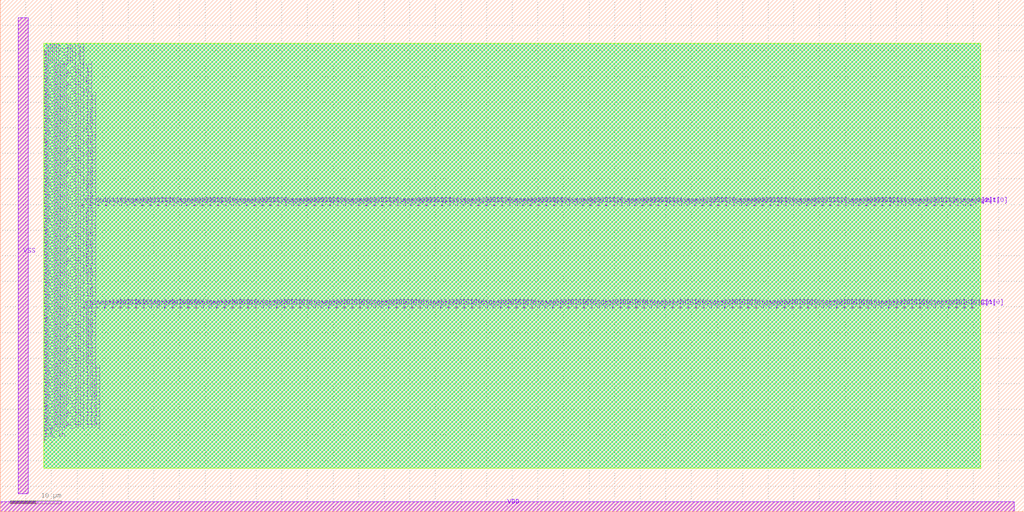
<source format=lef>
VERSION 5.6 ;
BUSBITCHARS "[]" ;
DIVIDERCHAR "/" ;

UNITS
  DATABASE MICRONS 2000 ;
END UNITS
MANUFACTURINGGRID 0.005 ;
LAYER poly
  TYPE MASTERSLICE ;
END poly

LAYER active
  TYPE MASTERSLICE ;
END active

LAYER metal1
  TYPE ROUTING ;
  DIRECTION HORIZONTAL ;
  PITCH 0.19 0.14 ;
  WIDTH 0.07 ;
  OFFSET 0.095 0.07 ;
  #SPACING 0.065 ;
  SPACINGTABLE
    PARALLELRUNLENGTH 0
    WIDTH 0 0.065 ;
  RESISTANCE RPERSQ 0.38 ;
  CAPACITANCE CPERSQDIST 7.7161e-05 ;
  HEIGHT 0.37 ;
  THICKNESS 0.13 ;
  EDGECAPACITANCE 2.7365e-05 ;
END metal1

LAYER via1
  TYPE CUT ;
  SPACING 0.08 ;
  WIDTH 0.07 ;
  RESISTANCE 5 ;
END via1

LAYER metal2
  TYPE ROUTING ;
  DIRECTION VERTICAL ;
  PITCH 0.19 0.14 ;
  WIDTH 0.07 ;
  OFFSET 0.095 0.07 ;
  SPACINGTABLE
    PARALLELRUNLENGTH 0 0.3 0.9 1.8 2.7 4
    WIDTH 0 0.07 0.07 0.07 0.07 0.07 0.07
    WIDTH 0.09 0.07 0.09 0.09 0.09 0.09 0.09
    WIDTH 0.27 0.07 0.09 0.27 0.27 0.27 0.27
    WIDTH 0.5 0.07 0.09 0.27 0.5 0.5 0.5
    WIDTH 0.9 0.07 0.09 0.27 0.5 0.9 0.9
    WIDTH 1.5 0.07 0.09 0.27 0.5 0.9 1.5 ;
  RESISTANCE RPERSQ 0.25 ;
  CAPACITANCE CPERSQDIST 4.0896e-05 ;
  HEIGHT 0.62 ;
  THICKNESS 0.14 ;
  EDGECAPACITANCE 2.5157e-05 ;
END metal2

LAYER via2
  TYPE CUT ;
  SPACING 0.09 ;
  WIDTH 0.07 ;
  RESISTANCE 5 ;
END via2

LAYER metal3
  TYPE ROUTING ;
  DIRECTION HORIZONTAL ;
  PITCH 0.19 0.14 ;
  WIDTH 0.07 ;
  OFFSET 0.095 0.07 ;
  SPACINGTABLE
    PARALLELRUNLENGTH 0 0.3 0.9 1.8 2.7 4
    WIDTH 0 0.07 0.07 0.07 0.07 0.07 0.07
    WIDTH 0.09 0.07 0.09 0.09 0.09 0.09 0.09
    WIDTH 0.27 0.07 0.09 0.27 0.27 0.27 0.27
    WIDTH 0.5 0.07 0.09 0.27 0.5 0.5 0.5
    WIDTH 0.9 0.07 0.09 0.27 0.5 0.9 0.9
    WIDTH 1.5 0.07 0.09 0.27 0.5 0.9 1.5 ;
  RESISTANCE RPERSQ 0.25 ;
  CAPACITANCE CPERSQDIST 2.7745e-05 ;
  HEIGHT 0.88 ;
  THICKNESS 0.14 ;
  EDGECAPACITANCE 2.5157e-05 ;
END metal3

LAYER via3
  TYPE CUT ;
  SPACING 0.09 ;
  WIDTH 0.07 ;
  RESISTANCE 5 ;
END via3

LAYER metal4
  TYPE ROUTING ;
  DIRECTION VERTICAL ;
  PITCH 0.28 0.28 ;
  WIDTH 0.14 ;
  OFFSET 0.095 0.07 ;
  SPACINGTABLE
    PARALLELRUNLENGTH 0 0.9 1.8 2.7 4
    WIDTH 0 0.14 0.14 0.14 0.14 0.14
    WIDTH 0.27 0.14 0.27 0.27 0.27 0.27
    WIDTH 0.5 0.14 0.27 0.5 0.5 0.5
    WIDTH 0.9 0.14 0.27 0.5 0.9 0.9
    WIDTH 1.5 0.14 0.27 0.5 0.9 1.5 ;
  RESISTANCE RPERSQ 0.21 ;
  CAPACITANCE CPERSQDIST 2.0743e-05 ;
  HEIGHT 1.14 ;
  THICKNESS 0.28 ;
  EDGECAPACITANCE 3.0908e-05 ;
END metal4

LAYER via4
  TYPE CUT ;
  SPACING 0.16 ;
  WIDTH 0.14 ;
  RESISTANCE 3 ;
END via4

LAYER metal5
  TYPE ROUTING ;
  DIRECTION HORIZONTAL ;
  PITCH 0.28 0.28 ;
  WIDTH 0.14 ;
  OFFSET 0.095 0.07 ;
  SPACINGTABLE
    PARALLELRUNLENGTH 0 0.9 1.8 2.7 4
    WIDTH 0 0.14 0.14 0.14 0.14 0.14
    WIDTH 0.27 0.14 0.27 0.27 0.27 0.27
    WIDTH 0.5 0.14 0.27 0.5 0.5 0.5
    WIDTH 0.9 0.14 0.27 0.5 0.9 0.9
    WIDTH 1.5 0.14 0.27 0.5 0.9 1.5 ;
  RESISTANCE RPERSQ 0.21 ;
  CAPACITANCE CPERSQDIST 1.3527e-05 ;
  HEIGHT 1.71 ;
  THICKNESS 0.28 ;
  EDGECAPACITANCE 2.3863e-06 ;
END metal5

LAYER via5
  TYPE CUT ;
  SPACING 0.16 ;
  WIDTH 0.14 ;
  RESISTANCE 3 ;
END via5

LAYER metal6
  TYPE ROUTING ;
  DIRECTION VERTICAL ;
  PITCH 0.28 0.28 ;
  WIDTH 0.14 ;
  OFFSET 0.095 0.07 ;
  SPACINGTABLE
    PARALLELRUNLENGTH 0 0.9 1.8 2.7 4
    WIDTH 0 0.14 0.14 0.14 0.14 0.14
    WIDTH 0.27 0.14 0.27 0.27 0.27 0.27
    WIDTH 0.5 0.14 0.27 0.5 0.5 0.5
    WIDTH 0.9 0.14 0.27 0.5 0.9 0.9
    WIDTH 1.5 0.14 0.27 0.5 0.9 1.5 ;
  RESISTANCE RPERSQ 0.21 ;
  CAPACITANCE CPERSQDIST 1.0036e-05 ;
  HEIGHT 2.28 ;
  THICKNESS 0.28 ;
  EDGECAPACITANCE 2.3863e-05 ;
END metal6

LAYER via6
  TYPE CUT ;
  SPACING 0.16 ;
  WIDTH 0.14 ;
  RESISTANCE 3 ;
END via6

LAYER metal7
  TYPE ROUTING ;
  DIRECTION HORIZONTAL ;
  PITCH 0.8 0.8 ;
  WIDTH 0.4 ;
  OFFSET 0.095 0.07 ;
  SPACINGTABLE
    PARALLELRUNLENGTH 0 1.8 2.7 4
    WIDTH 0 0.4 0.4 0.4 0.4
    WIDTH 0.5 0.4 0.5 0.5 0.5
    WIDTH 0.9 0.4 0.5 0.9 0.9
    WIDTH 1.5 0.4 0.5 0.9 1.5 ;
  RESISTANCE RPERSQ 0.075 ;
  CAPACITANCE CPERSQDIST 7.9771e-06 ;
  HEIGHT 2.85 ;
  THICKNESS 0.8 ;
  EDGECAPACITANCE 3.2577e-05 ;
END metal7

LAYER via7
  TYPE CUT ;
  SPACING 0.44 ;
  WIDTH 0.4 ;
  RESISTANCE 1 ;
END via7

LAYER metal8
  TYPE ROUTING ;
  DIRECTION VERTICAL ;
  PITCH 0.8 0.8 ;
  WIDTH 0.4 ;
  OFFSET 0.095 0.07 ;
  SPACINGTABLE
    PARALLELRUNLENGTH 0 1.8 2.7 4
    WIDTH 0 0.4 0.4 0.4 0.4
    WIDTH 0.5 0.4 0.5 0.5 0.5
    WIDTH 0.9 0.4 0.5 0.9 0.9
    WIDTH 1.5 0.4 0.5 0.9 1.5 ;
  RESISTANCE RPERSQ 0.075 ;
  CAPACITANCE CPERSQDIST 5.0391e-06 ;
  HEIGHT 4.47 ;
  THICKNESS 0.8 ;
  EDGECAPACITANCE 2.3932e-05 ;
END metal8

LAYER via8
  TYPE CUT ;
  SPACING 0.44 ;
  WIDTH 0.4 ;
  RESISTANCE 1 ;
END via8

LAYER metal9
  TYPE ROUTING ;
  DIRECTION HORIZONTAL ;
  PITCH 1.6 1.6 ;
  WIDTH 0.8 ;
  OFFSET 0.095 0.07 ;
  SPACINGTABLE
    PARALLELRUNLENGTH 0 2.7 4
    WIDTH 0 0.8 0.8 0.8
    WIDTH 0.9 0.8 0.9 0.9
    WIDTH 1.5 0.8 0.9 1.5 ;
  RESISTANCE RPERSQ 0.03 ;
  CAPACITANCE CPERSQDIST 3.6827e-06 ;
  HEIGHT 6.09 ;
  THICKNESS 2 ;
  EDGECAPACITANCE 3.0803e-05 ;
END metal9

LAYER via9
  TYPE CUT ;
  SPACING 0.88 ;
  WIDTH 0.8 ;
  RESISTANCE 0.5 ;
END via9

LAYER metal10
  TYPE ROUTING ;
  DIRECTION VERTICAL ;
  PITCH 1.6 1.6 ;
  WIDTH 0.8 ;
  OFFSET 0.095 0.07 ;
  SPACINGTABLE
    PARALLELRUNLENGTH 0 2.7 4
    WIDTH 0 0.8 0.8 0.8
    WIDTH 0.9 0.8 0.9 0.9
    WIDTH 1.5 0.8 0.9 1.5 ;
  RESISTANCE RPERSQ 0.03 ;
  CAPACITANCE CPERSQDIST 2.2124e-06 ;
  HEIGHT 10.09 ;
  THICKNESS 2 ;
  EDGECAPACITANCE 2.3667e-05 ;
END metal10

LAYER OVERLAP
  TYPE OVERLAP ;
END OVERLAP

VIARULE Via1Array-0 GENERATE
  LAYER metal1 ;
    ENCLOSURE 0.035 0.035 ;
  LAYER metal2 ;
    ENCLOSURE 0.035 0.035 ;
  LAYER via1 ;
    RECT -0.035 -0.035 0.035 0.035 ;
    SPACING 0.15 BY 0.15 ;
END Via1Array-0

VIARULE Via1Array-1 GENERATE
  LAYER metal1 ;
    ENCLOSURE 0 0.035 ;
  LAYER metal2 ;
    ENCLOSURE 0 0.035 ;
  LAYER via1 ;
    RECT -0.035 -0.035 0.035 0.035 ;
    SPACING 0.15 BY 0.15 ;
END Via1Array-1

VIARULE Via1Array-2 GENERATE
  LAYER metal1 ;
    ENCLOSURE 0.035 0 ;
  LAYER metal2 ;
    ENCLOSURE 0.035 0 ;
  LAYER via1 ;
    RECT -0.035 -0.035 0.035 0.035 ;
    SPACING 0.15 BY 0.15 ;
END Via1Array-2

VIARULE Via1Array-3 GENERATE
  LAYER metal1 ;
    ENCLOSURE 0 0.035 ;
  LAYER metal2 ;
    ENCLOSURE 0.035 0 ;
  LAYER via1 ;
    RECT -0.035 -0.035 0.035 0.035 ;
    SPACING 0.15 BY 0.15 ;
END Via1Array-3

VIARULE Via1Array-4 GENERATE
  LAYER metal1 ;
    ENCLOSURE 0.035 0 ;
  LAYER metal2 ;
    ENCLOSURE 0 0.035 ;
  LAYER via1 ;
    RECT -0.035 -0.035 0.035 0.035 ;
    SPACING 0.15 BY 0.15 ;
END Via1Array-4

VIARULE Via2Array-0 GENERATE
  LAYER metal2 ;
    ENCLOSURE 0.035 0.035 ;
  LAYER metal3 ;
    ENCLOSURE 0.035 0.035 ;
  LAYER via2 ;
    RECT -0.035 -0.035 0.035 0.035 ;
    SPACING 0.16 BY 0.16 ;
END Via2Array-0

VIARULE Via2Array-1 GENERATE
  LAYER metal2 ;
    ENCLOSURE 0 0.035 ;
  LAYER metal3 ;
    ENCLOSURE 0 0.035 ;
  LAYER via2 ;
    RECT -0.035 -0.035 0.035 0.035 ;
    SPACING 0.16 BY 0.16 ;
END Via2Array-1

VIARULE Via2Array-2 GENERATE
  LAYER metal2 ;
    ENCLOSURE 0.035 0 ;
  LAYER metal3 ;
    ENCLOSURE 0.035 0 ;
  LAYER via2 ;
    RECT -0.035 -0.035 0.035 0.035 ;
    SPACING 0.16 BY 0.16 ;
END Via2Array-2

VIARULE Via2Array-3 GENERATE
  LAYER metal2 ;
    ENCLOSURE 0 0.035 ;
  LAYER metal3 ;
    ENCLOSURE 0.035 0 ;
  LAYER via2 ;
    RECT -0.035 -0.035 0.035 0.035 ;
    SPACING 0.16 BY 0.16 ;
END Via2Array-3

VIARULE Via2Array-4 GENERATE
  LAYER metal2 ;
    ENCLOSURE 0.035 0 ;
  LAYER metal3 ;
    ENCLOSURE 0 0.035 ;
  LAYER via2 ;
    RECT -0.035 -0.035 0.035 0.035 ;
    SPACING 0.16 BY 0.16 ;
END Via2Array-4

VIARULE Via3Array-0 GENERATE
  LAYER metal3 ;
    ENCLOSURE 0.035 0.035 ;
  LAYER metal4 ;
    ENCLOSURE 0.035 0.035 ;
  LAYER via3 ;
    RECT -0.035 -0.035 0.035 0.035 ;
    SPACING 0.16 BY 0.16 ;
END Via3Array-0

VIARULE Via3Array-1 GENERATE
  LAYER metal3 ;
    ENCLOSURE 0 0.035 ;
  LAYER metal4 ;
    ENCLOSURE 0.035 0.035 ;
  LAYER via3 ;
    RECT -0.035 -0.035 0.035 0.035 ;
    SPACING 0.16 BY 0.16 ;
END Via3Array-1

VIARULE Via3Array-2 GENERATE
  LAYER metal3 ;
    ENCLOSURE 0.035 0 ;
  LAYER metal4 ;
    ENCLOSURE 0.035 0.035 ;
  LAYER via3 ;
    RECT -0.035 -0.035 0.035 0.035 ;
    SPACING 0.16 BY 0.16 ;
END Via3Array-2

VIARULE Via4Array-0 GENERATE
  LAYER metal4 ;
    ENCLOSURE 0 0 ;
  LAYER metal5 ;
    ENCLOSURE 0 0 ;
  LAYER via4 ;
    RECT -0.07 -0.07 0.07 0.07 ;
    SPACING 0.3 BY 0.3 ;
END Via4Array-0

VIARULE Via5Array-0 GENERATE
  LAYER metal5 ;
    ENCLOSURE 0 0 ;
  LAYER metal6 ;
    ENCLOSURE 0 0 ;
  LAYER via5 ;
    RECT -0.07 -0.07 0.07 0.07 ;
    SPACING 0.3 BY 0.3 ;
END Via5Array-0

VIARULE Via6Array-0 GENERATE
  LAYER metal6 ;
    ENCLOSURE 0 0 ;
  LAYER metal7 ;
    ENCLOSURE 0.13 0.13 ;
  LAYER via6 ;
    RECT -0.07 -0.07 0.07 0.07 ;
    SPACING 0.3 BY 0.3 ;
END Via6Array-0

VIARULE Via7Array-0 GENERATE
  LAYER metal7 ;
    ENCLOSURE 0 0 ;
  LAYER metal8 ;
    ENCLOSURE 0 0 ;
  LAYER via7 ;
    RECT -0.2 -0.2 0.2 0.2 ;
    SPACING 0.84 BY 0.84 ;
END Via7Array-0

VIARULE Via8Array-0 GENERATE
  LAYER metal8 ;
    ENCLOSURE 0 0 ;
  LAYER metal9 ;
    ENCLOSURE 0.2 0.2 ;
  LAYER via8 ;
    RECT -0.2 -0.2 0.2 0.2 ;
    SPACING 0.84 BY 0.84 ;
END Via8Array-0

VIARULE Via9Array-0 GENERATE
  LAYER metal9 ;
    ENCLOSURE 0 0 ;
  LAYER metal10 ;
    ENCLOSURE 0 0 ;
  LAYER via9 ;
    RECT -0.4 -0.4 0.4 0.4 ;
    SPACING 1.68 BY 1.68 ;
END Via9Array-0

VIA via1_0 DEFAULT
  LAYER via1 ;
    RECT -0.035 -0.035 0.035 0.035 ;
  LAYER metal1 ;
    RECT -0.07 -0.07 0.07 0.07 ;
  LAYER metal2 ;
    RECT -0.07 -0.07 0.07 0.07 ;
END via1_0

VIA via1_1 DEFAULT
  LAYER via1 ;
    RECT -0.035 -0.035 0.035 0.035 ;
  LAYER metal1 ;
    RECT -0.07 -0.07 0.07 0.07 ;
  LAYER metal2 ;
    RECT -0.035 -0.07 0.035 0.07 ;
END via1_1

VIA via1_2 DEFAULT
  LAYER via1 ;
    RECT -0.035 -0.035 0.035 0.035 ;
  LAYER metal1 ;
    RECT -0.07 -0.07 0.07 0.07 ;
  LAYER metal2 ;
    RECT -0.07 -0.035 0.07 0.035 ;
END via1_2

VIA via1_3 DEFAULT
  LAYER via1 ;
    RECT -0.035 -0.035 0.035 0.035 ;
  LAYER metal1 ;
    RECT -0.035 -0.07 0.035 0.07 ;
  LAYER metal2 ;
    RECT -0.07 -0.07 0.07 0.07 ;
END via1_3

VIA via1_4 DEFAULT
  LAYER via1 ;
    RECT -0.035 -0.035 0.035 0.035 ;
  LAYER metal1 ;
    RECT -0.035 -0.07 0.035 0.07 ;
  LAYER metal2 ;
    RECT -0.035 -0.07 0.035 0.07 ;
END via1_4

VIA via1_5 DEFAULT
  LAYER via1 ;
    RECT -0.035 -0.035 0.035 0.035 ;
  LAYER metal1 ;
    RECT -0.035 -0.07 0.035 0.07 ;
  LAYER metal2 ;
    RECT -0.07 -0.035 0.07 0.035 ;
END via1_5

VIA via1_6 DEFAULT
  LAYER via1 ;
    RECT -0.035 -0.035 0.035 0.035 ;
  LAYER metal1 ;
    RECT -0.07 -0.035 0.07 0.035 ;
  LAYER metal2 ;
    RECT -0.07 -0.07 0.07 0.07 ;
END via1_6

VIA via1_7 DEFAULT
  LAYER via1 ;
    RECT -0.035 -0.035 0.035 0.035 ;
  LAYER metal1 ;
    RECT -0.07 -0.035 0.07 0.035 ;
  LAYER metal2 ;
    RECT -0.035 -0.07 0.035 0.07 ;
END via1_7

VIA via1_8 DEFAULT
  LAYER via1 ;
    RECT -0.035 -0.035 0.035 0.035 ;
  LAYER metal1 ;
    RECT -0.07 -0.035 0.07 0.035 ;
  LAYER metal2 ;
    RECT -0.07 -0.035 0.07 0.035 ;
END via1_8

VIA via2_0 DEFAULT
  LAYER via2 ;
    RECT -0.035 -0.035 0.035 0.035 ;
  LAYER metal2 ;
    RECT -0.07 -0.07 0.07 0.07 ;
  LAYER metal3 ;
    RECT -0.07 -0.07 0.07 0.07 ;
END via2_0

VIA via2_1 DEFAULT
  LAYER via2 ;
    RECT -0.035 -0.035 0.035 0.035 ;
  LAYER metal2 ;
    RECT -0.07 -0.07 0.07 0.07 ;
  LAYER metal3 ;
    RECT -0.035 -0.07 0.035 0.07 ;
END via2_1

VIA via2_2 DEFAULT
  LAYER via2 ;
    RECT -0.035 -0.035 0.035 0.035 ;
  LAYER metal2 ;
    RECT -0.07 -0.07 0.07 0.07 ;
  LAYER metal3 ;
    RECT -0.07 -0.035 0.07 0.035 ;
END via2_2

VIA via2_3 DEFAULT
  LAYER via2 ;
    RECT -0.035 -0.035 0.035 0.035 ;
  LAYER metal2 ;
    RECT -0.035 -0.07 0.035 0.07 ;
  LAYER metal3 ;
    RECT -0.07 -0.07 0.07 0.07 ;
END via2_3

VIA via2_4 DEFAULT
  LAYER via2 ;
    RECT -0.035 -0.035 0.035 0.035 ;
  LAYER metal2 ;
    RECT -0.035 -0.07 0.035 0.07 ;
  LAYER metal3 ;
    RECT -0.035 -0.07 0.035 0.07 ;
END via2_4

VIA via2_5 DEFAULT
  LAYER via2 ;
    RECT -0.035 -0.035 0.035 0.035 ;
  LAYER metal2 ;
    RECT -0.035 -0.07 0.035 0.07 ;
  LAYER metal3 ;
    RECT -0.07 -0.035 0.07 0.035 ;
END via2_5

VIA via2_6 DEFAULT
  LAYER via2 ;
    RECT -0.035 -0.035 0.035 0.035 ;
  LAYER metal2 ;
    RECT -0.07 -0.035 0.07 0.035 ;
  LAYER metal3 ;
    RECT -0.07 -0.07 0.07 0.07 ;
END via2_6

VIA via2_7 DEFAULT
  LAYER via2 ;
    RECT -0.035 -0.035 0.035 0.035 ;
  LAYER metal2 ;
    RECT -0.07 -0.035 0.07 0.035 ;
  LAYER metal3 ;
    RECT -0.035 -0.07 0.035 0.07 ;
END via2_7

VIA via2_8 DEFAULT
  LAYER via2 ;
    RECT -0.035 -0.035 0.035 0.035 ;
  LAYER metal2 ;
    RECT -0.07 -0.035 0.07 0.035 ;
  LAYER metal3 ;
    RECT -0.07 -0.035 0.07 0.035 ;
END via2_8

VIA via3_0 DEFAULT
  LAYER via3 ;
    RECT -0.035 -0.035 0.035 0.035 ;
  LAYER metal3 ;
    RECT -0.07 -0.07 0.07 0.07 ;
  LAYER metal4 ;
    RECT -0.07 -0.07 0.07 0.07 ;
END via3_0

VIA via3_1 DEFAULT
  LAYER via3 ;
    RECT -0.035 -0.035 0.035 0.035 ;
  LAYER metal3 ;
    RECT -0.035 -0.07 0.035 0.07 ;
  LAYER metal4 ;
    RECT -0.07 -0.07 0.07 0.07 ;
END via3_1

VIA via3_2 DEFAULT
  LAYER via3 ;
    RECT -0.035 -0.035 0.035 0.035 ;
  LAYER metal3 ;
    RECT -0.07 -0.035 0.07 0.035 ;
  LAYER metal4 ;
    RECT -0.07 -0.07 0.07 0.07 ;
END via3_2

VIA via4_0 DEFAULT
  LAYER via4 ;
    RECT -0.07 -0.07 0.07 0.07 ;
  LAYER metal4 ;
    RECT -0.07 -0.07 0.07 0.07 ;
  LAYER metal5 ;
    RECT -0.07 -0.07 0.07 0.07 ;
END via4_0

VIA via5_0 DEFAULT
  LAYER via5 ;
    RECT -0.07 -0.07 0.07 0.07 ;
  LAYER metal5 ;
    RECT -0.07 -0.07 0.07 0.07 ;
  LAYER metal6 ;
    RECT -0.07 -0.07 0.07 0.07 ;
END via5_0

VIA via6_0 DEFAULT
  LAYER via6 ;
    RECT -0.07 -0.07 0.07 0.07 ;
  LAYER metal6 ;
    RECT -0.07 -0.07 0.07 0.07 ;
  LAYER metal7 ;
    RECT -0.2 -0.2 0.2 0.2 ;
END via6_0

VIA via7_0 DEFAULT
  LAYER via7 ;
    RECT -0.2 -0.2 0.2 0.2 ;
  LAYER metal7 ;
    RECT -0.2 -0.2 0.2 0.2 ;
  LAYER metal8 ;
    RECT -0.2 -0.2 0.2 0.2 ;
END via7_0

VIA via8_0 DEFAULT
  LAYER via8 ;
    RECT -0.2 -0.2 0.2 0.2 ;
  LAYER metal8 ;
    RECT -0.2 -0.2 0.2 0.2 ;
  LAYER metal9 ;
    RECT -0.4 -0.4 0.4 0.4 ;
END via8_0

VIA via9_0 DEFAULT
  LAYER via9 ;
    RECT -0.4 -0.4 0.4 0.4 ;
  LAYER metal9 ;
    RECT -0.4 -0.4 0.4 0.4 ;
  LAYER metal10 ;
    RECT -0.4 -0.4 0.4 0.4 ;
END via9_0

SPACING
  SAMENET metal1 metal1 0.065 ;
  SAMENET via1 via1 0.08 ;
  SAMENET metal2 metal2 0.07 ;
  SAMENET via2 via2 0.09 ;
  SAMENET metal3 metal3 0.07 ;
  SAMENET via3 via3 0.09 ;
  SAMENET metal4 metal4 0.14 ;
  SAMENET via4 via4 0.16 ;
  SAMENET metal5 metal5 0.14 ;
  SAMENET via5 via5 0.16 ;
  SAMENET metal6 metal6 0.14 ;
  SAMENET via6 via6 0.16 ;
  SAMENET metal7 metal7 0.4 ;
  SAMENET via7 via7 0.44 ;
  SAMENET metal8 metal8 0.4 ;
  SAMENET via8 via8 0.44 ;
  SAMENET metal9 metal9 0.8 ;
  SAMENET via9 via9 0.88 ;
  SAMENET metal10 metal10 0.8 ;
  SAMENET via1 via2 0 STACK ;
  SAMENET via2 via3 0 STACK ;
  SAMENET via3 via4 0 STACK ;
  SAMENET via4 via5 0 STACK ;
  SAMENET via5 via6 0 STACK ;
  SAMENET via6 via7 0 STACK ;
  SAMENET via7 via8 0 STACK ;
  SAMENET via8 via9 0 STACK ;
END SPACING

SITE FreePDK45_38x28_10R_NP_162NW_34O
  CLASS CORE ;
  SYMMETRY Y ;
  SIZE 0.19 BY 1.4 ;
END FreePDK45_38x28_10R_NP_162NW_34O

MACRO AND2_X1
  CLASS CORE ;
  ORIGIN 0 0 ;
  FOREIGN AND2_X1 0 0 ;
  SIZE 0.76 BY 1.4 ;
  SYMMETRY X Y ;
  SITE FreePDK45_38x28_10R_NP_162NW_34O ;
  PIN A1
    DIRECTION INPUT ;
    USE SIGNAL ;
    PORT
      LAYER metal1 ;
        RECT 0.06 0.525 0.185 0.7 ;
    END
  END A1
  PIN A2
    DIRECTION INPUT ;
    USE SIGNAL ;
    PORT
      LAYER metal1 ;
        RECT 0.25 0.525 0.38 0.7 ;
    END
  END A2
  PIN ZN
    DIRECTION OUTPUT ;
    USE SIGNAL ;
    PORT
      LAYER metal1 ;
        RECT 0.61 0.19 0.7 1.25 ;
    END
  END ZN
  PIN VDD
    DIRECTION INOUT ;
    USE POWER ;
    SHAPE ABUTMENT ;
    PORT
      LAYER metal1 ;
        RECT 0 1.315 0.76 1.485 ;
        RECT 0.415 0.975 0.485 1.485 ;
        RECT 0.04 0.975 0.11 1.485 ;
    END
  END VDD
  PIN VSS
    DIRECTION INOUT ;
    USE GROUND ;
    SHAPE ABUTMENT ;
    PORT
      LAYER metal1 ;
        RECT 0 -0.085 0.76 0.085 ;
        RECT 0.415 -0.085 0.485 0.325 ;
    END
  END VSS
  OBS
    LAYER metal1 ;
      RECT 0.235 0.84 0.305 1.25 ;
      RECT 0.235 0.84 0.54 0.91 ;
      RECT 0.47 0.39 0.54 0.91 ;
      RECT 0.045 0.39 0.54 0.46 ;
      RECT 0.045 0.19 0.115 0.46 ;
  END
END AND2_X1

MACRO AND2_X2
  CLASS CORE ;
  ORIGIN 0 0 ;
  FOREIGN AND2_X2 0 0 ;
  SIZE 0.95 BY 1.4 ;
  SYMMETRY X Y ;
  SITE FreePDK45_38x28_10R_NP_162NW_34O ;
  PIN A1
    DIRECTION INPUT ;
    USE SIGNAL ;
    PORT
      LAYER metal1 ;
        RECT 0.06 0.525 0.185 0.7 ;
    END
  END A1
  PIN A2
    DIRECTION INPUT ;
    USE SIGNAL ;
    PORT
      LAYER metal1 ;
        RECT 0.25 0.525 0.38 0.7 ;
    END
  END A2
  PIN ZN
    DIRECTION OUTPUT ;
    USE SIGNAL ;
    PORT
      LAYER metal1 ;
        RECT 0.615 0.15 0.7 1.25 ;
    END
  END ZN
  PIN VDD
    DIRECTION INOUT ;
    USE POWER ;
    SHAPE ABUTMENT ;
    PORT
      LAYER metal1 ;
        RECT 0 1.315 0.95 1.485 ;
        RECT 0.795 0.975 0.865 1.485 ;
        RECT 0.415 0.975 0.485 1.485 ;
        RECT 0.04 0.975 0.11 1.485 ;
    END
  END VDD
  PIN VSS
    DIRECTION INOUT ;
    USE GROUND ;
    SHAPE ABUTMENT ;
    PORT
      LAYER metal1 ;
        RECT 0 -0.085 0.95 0.085 ;
        RECT 0.795 -0.085 0.865 0.425 ;
        RECT 0.415 -0.085 0.485 0.285 ;
    END
  END VSS
  OBS
    LAYER metal1 ;
      RECT 0.235 0.84 0.305 1.25 ;
      RECT 0.235 0.84 0.545 0.91 ;
      RECT 0.475 0.39 0.545 0.91 ;
      RECT 0.045 0.39 0.545 0.46 ;
      RECT 0.045 0.15 0.115 0.46 ;
  END
END AND2_X2

MACRO AND2_X4
  CLASS CORE ;
  ORIGIN 0 0 ;
  FOREIGN AND2_X4 0 0 ;
  SIZE 1.71 BY 1.4 ;
  SYMMETRY X Y ;
  SITE FreePDK45_38x28_10R_NP_162NW_34O ;
  PIN A1
    DIRECTION INPUT ;
    USE SIGNAL ;
    PORT
      LAYER metal1 ;
        RECT 0.25 0.42 0.38 0.66 ;
    END
  END A1
  PIN A2
    DIRECTION INPUT ;
    USE SIGNAL ;
    PORT
      LAYER metal1 ;
        RECT 0.06 0.725 0.76 0.795 ;
        RECT 0.69 0.525 0.76 0.795 ;
        RECT 0.06 0.42 0.185 0.795 ;
    END
  END A2
  PIN ZN
    DIRECTION OUTPUT ;
    USE SIGNAL ;
    PORT
      LAYER metal1 ;
        RECT 1.365 0.15 1.435 1.25 ;
        RECT 0.995 0.68 1.435 0.75 ;
        RECT 0.995 0.15 1.08 1.25 ;
    END
  END ZN
  PIN VDD
    DIRECTION INOUT ;
    USE POWER ;
    SHAPE ABUTMENT ;
    PORT
      LAYER metal1 ;
        RECT 0 1.315 1.71 1.485 ;
        RECT 1.555 0.995 1.625 1.485 ;
        RECT 1.175 0.995 1.245 1.485 ;
        RECT 0.795 0.995 0.865 1.485 ;
        RECT 0.415 0.995 0.485 1.485 ;
        RECT 0.04 0.995 0.11 1.485 ;
    END
  END VDD
  PIN VSS
    DIRECTION INOUT ;
    USE GROUND ;
    SHAPE ABUTMENT ;
    PORT
      LAYER metal1 ;
        RECT 0 -0.085 1.71 0.085 ;
        RECT 1.555 -0.085 1.625 0.355 ;
        RECT 1.175 -0.085 1.245 0.355 ;
        RECT 0.795 -0.085 0.865 0.215 ;
        RECT 0.04 -0.085 0.11 0.355 ;
    END
  END VSS
  OBS
    LAYER metal1 ;
      RECT 0.605 0.86 0.675 1.25 ;
      RECT 0.235 0.86 0.305 1.25 ;
      RECT 0.235 0.86 0.92 0.93 ;
      RECT 0.85 0.285 0.92 0.93 ;
      RECT 0.425 0.285 0.92 0.355 ;
      RECT 0.425 0.22 0.495 0.355 ;
  END
END AND2_X4

MACRO AND3_X1
  CLASS CORE ;
  ORIGIN 0 0 ;
  FOREIGN AND3_X1 0 0 ;
  SIZE 0.95 BY 1.4 ;
  SYMMETRY X Y ;
  SITE FreePDK45_38x28_10R_NP_162NW_34O ;
  PIN A1
    DIRECTION INPUT ;
    USE SIGNAL ;
    PORT
      LAYER metal1 ;
        RECT 0.06 0.525 0.185 0.7 ;
    END
  END A1
  PIN A2
    DIRECTION INPUT ;
    USE SIGNAL ;
    PORT
      LAYER metal1 ;
        RECT 0.25 0.525 0.375 0.7 ;
    END
  END A2
  PIN A3
    DIRECTION INPUT ;
    USE SIGNAL ;
    PORT
      LAYER metal1 ;
        RECT 0.44 0.525 0.57 0.7 ;
    END
  END A3
  PIN ZN
    DIRECTION OUTPUT ;
    USE SIGNAL ;
    PORT
      LAYER metal1 ;
        RECT 0.8 0.975 0.89 1.25 ;
        RECT 0.82 0.15 0.89 1.25 ;
        RECT 0.8 0.15 0.89 0.425 ;
    END
  END ZN
  PIN VDD
    DIRECTION INOUT ;
    USE POWER ;
    SHAPE ABUTMENT ;
    PORT
      LAYER metal1 ;
        RECT 0 1.315 0.95 1.485 ;
        RECT 0.605 1 0.675 1.485 ;
        RECT 0.225 1.04 0.295 1.485 ;
    END
  END VDD
  PIN VSS
    DIRECTION INOUT ;
    USE GROUND ;
    SHAPE ABUTMENT ;
    PORT
      LAYER metal1 ;
        RECT 0 -0.085 0.95 0.085 ;
        RECT 0.605 -0.085 0.675 0.285 ;
    END
  END VSS
  OBS
    LAYER metal1 ;
      RECT 0.415 0.865 0.485 1.25 ;
      RECT 0.045 0.865 0.115 1.25 ;
      RECT 0.045 0.865 0.705 0.935 ;
      RECT 0.635 0.35 0.705 0.935 ;
      RECT 0.635 0.525 0.755 0.66 ;
      RECT 0.045 0.35 0.705 0.42 ;
      RECT 0.045 0.15 0.115 0.42 ;
  END
END AND3_X1

MACRO AND3_X2
  CLASS CORE ;
  ORIGIN 0 0 ;
  FOREIGN AND3_X2 0 0 ;
  SIZE 1.14 BY 1.4 ;
  SYMMETRY X Y ;
  SITE FreePDK45_38x28_10R_NP_162NW_34O ;
  PIN A1
    DIRECTION INPUT ;
    USE SIGNAL ;
    PORT
      LAYER metal1 ;
        RECT 0.06 0.525 0.185 0.7 ;
    END
  END A1
  PIN A2
    DIRECTION INPUT ;
    USE SIGNAL ;
    PORT
      LAYER metal1 ;
        RECT 0.25 0.525 0.375 0.7 ;
    END
  END A2
  PIN A3
    DIRECTION INPUT ;
    USE SIGNAL ;
    PORT
      LAYER metal1 ;
        RECT 0.44 0.525 0.57 0.7 ;
    END
  END A3
  PIN ZN
    DIRECTION OUTPUT ;
    USE SIGNAL ;
    PORT
      LAYER metal1 ;
        RECT 0.805 0.15 0.89 1.25 ;
    END
  END ZN
  PIN VDD
    DIRECTION INOUT ;
    USE POWER ;
    SHAPE ABUTMENT ;
    PORT
      LAYER metal1 ;
        RECT 0 1.315 1.14 1.485 ;
        RECT 0.99 0.975 1.06 1.485 ;
        RECT 0.605 0.975 0.675 1.485 ;
        RECT 0.225 0.975 0.295 1.485 ;
    END
  END VDD
  PIN VSS
    DIRECTION INOUT ;
    USE GROUND ;
    SHAPE ABUTMENT ;
    PORT
      LAYER metal1 ;
        RECT 0 -0.085 1.14 0.085 ;
        RECT 0.99 -0.085 1.06 0.425 ;
        RECT 0.605 -0.085 0.675 0.285 ;
    END
  END VSS
  OBS
    LAYER metal1 ;
      RECT 0.415 0.8 0.485 1.25 ;
      RECT 0.045 0.8 0.115 1.25 ;
      RECT 0.045 0.8 0.735 0.87 ;
      RECT 0.665 0.355 0.735 0.87 ;
      RECT 0.045 0.355 0.735 0.425 ;
      RECT 0.045 0.15 0.115 0.425 ;
  END
END AND3_X2

MACRO AND3_X4
  CLASS CORE ;
  ORIGIN 0 0 ;
  FOREIGN AND3_X4 0 0 ;
  SIZE 2.09 BY 1.4 ;
  SYMMETRY X Y ;
  SITE FreePDK45_38x28_10R_NP_162NW_34O ;
  PIN A1
    DIRECTION INPUT ;
    USE SIGNAL ;
    PORT
      LAYER metal1 ;
        RECT 0.595 0.555 0.73 0.7 ;
    END
  END A1
  PIN A2
    DIRECTION INPUT ;
    USE SIGNAL ;
    PORT
      LAYER metal1 ;
        RECT 0.82 0.42 0.95 0.7 ;
        RECT 0.34 0.42 0.95 0.49 ;
        RECT 0.34 0.42 0.41 0.66 ;
    END
  END A2
  PIN A3
    DIRECTION INPUT ;
    USE SIGNAL ;
    PORT
      LAYER metal1 ;
        RECT 0.12 0.765 1.14 0.835 ;
        RECT 1.07 0.525 1.14 0.835 ;
        RECT 0.12 0.525 0.19 0.835 ;
        RECT 0.06 0.525 0.19 0.7 ;
    END
  END A3
  PIN ZN
    DIRECTION OUTPUT ;
    USE SIGNAL ;
    PORT
      LAYER metal1 ;
        RECT 1.745 0.15 1.815 1.25 ;
        RECT 1.375 0.56 1.815 0.7 ;
        RECT 1.375 0.15 1.445 1.25 ;
    END
  END ZN
  PIN VDD
    DIRECTION INOUT ;
    USE POWER ;
    SHAPE ABUTMENT ;
    PORT
      LAYER metal1 ;
        RECT 0 1.315 2.09 1.485 ;
        RECT 1.935 1.035 2.005 1.485 ;
        RECT 1.555 1.035 1.625 1.485 ;
        RECT 1.175 1.035 1.245 1.485 ;
        RECT 0.795 1.035 0.865 1.485 ;
        RECT 0.415 1.035 0.485 1.485 ;
        RECT 0.04 1.035 0.11 1.485 ;
    END
  END VDD
  PIN VSS
    DIRECTION INOUT ;
    USE GROUND ;
    SHAPE ABUTMENT ;
    PORT
      LAYER metal1 ;
        RECT 0 -0.085 2.09 0.085 ;
        RECT 1.935 -0.085 2.005 0.425 ;
        RECT 1.555 -0.085 1.625 0.425 ;
        RECT 1.175 -0.085 1.245 0.195 ;
        RECT 0.04 -0.085 0.11 0.425 ;
    END
  END VSS
  OBS
    LAYER metal1 ;
      RECT 0.985 0.9 1.055 1.25 ;
      RECT 0.605 0.9 0.675 1.25 ;
      RECT 0.235 0.9 0.305 1.25 ;
      RECT 0.235 0.9 1.305 0.97 ;
      RECT 1.235 0.26 1.305 0.97 ;
      RECT 0.615 0.26 1.305 0.33 ;
      RECT 0.615 0.15 0.685 0.33 ;
  END
END AND3_X4

MACRO AND4_X1
  CLASS CORE ;
  ORIGIN 0 0 ;
  FOREIGN AND4_X1 0 0 ;
  SIZE 1.14 BY 1.4 ;
  SYMMETRY X Y ;
  SITE FreePDK45_38x28_10R_NP_162NW_34O ;
  PIN A1
    DIRECTION INPUT ;
    USE SIGNAL ;
    PORT
      LAYER metal1 ;
        RECT 0.06 0.525 0.185 0.7 ;
    END
  END A1
  PIN A2
    DIRECTION INPUT ;
    USE SIGNAL ;
    PORT
      LAYER metal1 ;
        RECT 0.25 0.525 0.375 0.7 ;
    END
  END A2
  PIN A3
    DIRECTION INPUT ;
    USE SIGNAL ;
    PORT
      LAYER metal1 ;
        RECT 0.44 0.525 0.565 0.7 ;
    END
  END A3
  PIN A4
    DIRECTION INPUT ;
    USE SIGNAL ;
    PORT
      LAYER metal1 ;
        RECT 0.63 0.525 0.76 0.7 ;
    END
  END A4
  PIN ZN
    DIRECTION OUTPUT ;
    USE SIGNAL ;
    PORT
      LAYER metal1 ;
        RECT 0.99 0.15 1.08 1.25 ;
    END
  END ZN
  PIN VDD
    DIRECTION INOUT ;
    USE POWER ;
    SHAPE ABUTMENT ;
    PORT
      LAYER metal1 ;
        RECT 0 1.315 1.14 1.485 ;
        RECT 0.795 0.975 0.865 1.485 ;
        RECT 0.415 0.975 0.485 1.485 ;
        RECT 0.04 0.975 0.11 1.485 ;
    END
  END VDD
  PIN VSS
    DIRECTION INOUT ;
    USE GROUND ;
    SHAPE ABUTMENT ;
    PORT
      LAYER metal1 ;
        RECT 0 -0.085 1.14 0.085 ;
        RECT 0.795 -0.085 0.865 0.285 ;
    END
  END VSS
  OBS
    LAYER metal1 ;
      RECT 0.605 0.84 0.675 1.25 ;
      RECT 0.235 0.84 0.305 1.25 ;
      RECT 0.235 0.84 0.925 0.91 ;
      RECT 0.855 0.35 0.925 0.91 ;
      RECT 0.045 0.35 0.925 0.42 ;
      RECT 0.045 0.15 0.115 0.42 ;
  END
END AND4_X1

MACRO AND4_X2
  CLASS CORE ;
  ORIGIN 0 0 ;
  FOREIGN AND4_X2 0 0 ;
  SIZE 1.33 BY 1.4 ;
  SYMMETRY X Y ;
  SITE FreePDK45_38x28_10R_NP_162NW_34O ;
  PIN A1
    DIRECTION INPUT ;
    USE SIGNAL ;
    PORT
      LAYER metal1 ;
        RECT 0.06 0.525 0.185 0.7 ;
    END
  END A1
  PIN A2
    DIRECTION INPUT ;
    USE SIGNAL ;
    PORT
      LAYER metal1 ;
        RECT 0.25 0.525 0.375 0.7 ;
    END
  END A2
  PIN A3
    DIRECTION INPUT ;
    USE SIGNAL ;
    PORT
      LAYER metal1 ;
        RECT 0.44 0.525 0.565 0.7 ;
    END
  END A3
  PIN A4
    DIRECTION INPUT ;
    USE SIGNAL ;
    PORT
      LAYER metal1 ;
        RECT 0.63 0.525 0.76 0.7 ;
    END
  END A4
  PIN ZN
    DIRECTION OUTPUT ;
    USE SIGNAL ;
    PORT
      LAYER metal1 ;
        RECT 0.995 0.15 1.08 1.25 ;
    END
  END ZN
  PIN VDD
    DIRECTION INOUT ;
    USE POWER ;
    SHAPE ABUTMENT ;
    PORT
      LAYER metal1 ;
        RECT 0 1.315 1.33 1.485 ;
        RECT 1.18 0.975 1.25 1.485 ;
        RECT 0.795 0.975 0.865 1.485 ;
        RECT 0.415 0.975 0.485 1.485 ;
        RECT 0.04 0.975 0.11 1.485 ;
    END
  END VDD
  PIN VSS
    DIRECTION INOUT ;
    USE GROUND ;
    SHAPE ABUTMENT ;
    PORT
      LAYER metal1 ;
        RECT 0 -0.085 1.33 0.085 ;
        RECT 1.18 -0.085 1.25 0.425 ;
        RECT 0.795 -0.085 0.865 0.27 ;
    END
  END VSS
  OBS
    LAYER metal1 ;
      RECT 0.605 0.8 0.675 1.25 ;
      RECT 0.235 0.8 0.305 1.25 ;
      RECT 0.235 0.8 0.925 0.87 ;
      RECT 0.855 0.355 0.925 0.87 ;
      RECT 0.045 0.355 0.925 0.425 ;
      RECT 0.045 0.15 0.115 0.425 ;
  END
END AND4_X2

MACRO AND4_X4
  CLASS CORE ;
  ORIGIN 0 0 ;
  FOREIGN AND4_X4 0 0 ;
  SIZE 2.47 BY 1.4 ;
  SYMMETRY X Y ;
  SITE FreePDK45_38x28_10R_NP_162NW_34O ;
  PIN A1
    DIRECTION INPUT ;
    USE SIGNAL ;
    PORT
      LAYER metal1 ;
        RECT 0.8 0.56 0.935 0.7 ;
    END
  END A1
  PIN A2
    DIRECTION INPUT ;
    USE SIGNAL ;
    PORT
      LAYER metal1 ;
        RECT 1.065 0.425 1.135 0.66 ;
        RECT 0.565 0.425 1.135 0.495 ;
        RECT 0.565 0.425 0.7 0.7 ;
    END
  END A2
  PIN A3
    DIRECTION INPUT ;
    USE SIGNAL ;
    PORT
      LAYER metal1 ;
        RECT 0.355 0.77 1.345 0.84 ;
        RECT 1.2 0.525 1.345 0.84 ;
        RECT 0.355 0.525 0.425 0.84 ;
    END
  END A3
  PIN A4
    DIRECTION INPUT ;
    USE SIGNAL ;
    PORT
      LAYER metal1 ;
        RECT 0.135 0.905 1.535 0.975 ;
        RECT 1.465 0.525 1.535 0.975 ;
        RECT 0.135 0.525 0.205 0.975 ;
        RECT 0.06 0.525 0.205 0.7 ;
    END
  END A4
  PIN ZN
    DIRECTION OUTPUT ;
    USE SIGNAL ;
    PORT
      LAYER metal1 ;
        RECT 2.14 0.15 2.21 0.925 ;
        RECT 1.77 0.56 2.21 0.7 ;
        RECT 1.77 0.15 1.84 0.925 ;
    END
  END ZN
  PIN VDD
    DIRECTION INOUT ;
    USE POWER ;
    SHAPE ABUTMENT ;
    PORT
      LAYER metal1 ;
        RECT 0 1.315 2.47 1.485 ;
        RECT 2.33 1.065 2.4 1.485 ;
        RECT 1.95 1.065 2.02 1.485 ;
        RECT 1.57 1.175 1.64 1.485 ;
        RECT 1.19 1.175 1.26 1.485 ;
        RECT 0.81 1.175 0.88 1.485 ;
        RECT 0.43 1.175 0.5 1.485 ;
        RECT 0.055 1.065 0.125 1.485 ;
    END
  END VDD
  PIN VSS
    DIRECTION INOUT ;
    USE GROUND ;
    SHAPE ABUTMENT ;
    PORT
      LAYER metal1 ;
        RECT 0 -0.085 2.47 0.085 ;
        RECT 2.33 -0.085 2.4 0.425 ;
        RECT 1.95 -0.085 2.02 0.425 ;
        RECT 1.57 -0.085 1.64 0.195 ;
        RECT 0.055 -0.085 0.125 0.425 ;
    END
  END VSS
  OBS
    LAYER metal1 ;
      RECT 0.215 1.04 1.705 1.11 ;
      RECT 1.635 0.29 1.705 1.11 ;
      RECT 0.785 0.29 1.705 0.36 ;
  END
END AND4_X4

MACRO ANTENNA_X1
  CLASS CORE ;
  ORIGIN 0 0 ;
  FOREIGN ANTENNA_X1 0 0 ;
  SIZE 0.19 BY 1.4 ;
  SYMMETRY X Y ;
  SITE FreePDK45_38x28_10R_NP_162NW_34O ;
  PIN A
    DIRECTION INPUT ;
    USE SIGNAL ;
    PORT
      LAYER metal1 ;
        RECT 0.06 0.42 0.13 0.75 ;
    END
  END A
  PIN VDD
    DIRECTION INOUT ;
    USE POWER ;
    SHAPE ABUTMENT ;
    PORT
      LAYER metal1 ;
        RECT 0 1.315 0.19 1.485 ;
    END
  END VDD
  PIN VSS
    DIRECTION INOUT ;
    USE GROUND ;
    SHAPE ABUTMENT ;
    PORT
      LAYER metal1 ;
        RECT 0 -0.085 0.19 0.085 ;
    END
  END VSS
END ANTENNA_X1

MACRO AOI211_X1
  CLASS CORE ;
  ORIGIN 0 0 ;
  FOREIGN AOI211_X1 0 0 ;
  SIZE 0.95 BY 1.4 ;
  SYMMETRY X Y ;
  SITE FreePDK45_38x28_10R_NP_162NW_34O ;
  PIN A
    DIRECTION INPUT ;
    USE SIGNAL ;
    PORT
      LAYER metal1 ;
        RECT 0.765 0.525 0.89 0.7 ;
    END
  END A
  PIN B
    DIRECTION INPUT ;
    USE SIGNAL ;
    PORT
      LAYER metal1 ;
        RECT 0.575 0.525 0.7 0.7 ;
    END
  END B
  PIN C1
    DIRECTION INPUT ;
    USE SIGNAL ;
    PORT
      LAYER metal1 ;
        RECT 0.41 0.525 0.51 0.7 ;
    END
  END C1
  PIN C2
    DIRECTION INPUT ;
    USE SIGNAL ;
    PORT
      LAYER metal1 ;
        RECT 0.06 0.525 0.21 0.7 ;
    END
  END C2
  PIN ZN
    DIRECTION OUTPUT ;
    USE SIGNAL ;
    PORT
      LAYER metal1 ;
        RECT 0.275 0.355 0.905 0.425 ;
        RECT 0.835 0.15 0.905 0.425 ;
        RECT 0.44 0.15 0.525 0.425 ;
        RECT 0.275 0.355 0.345 1.115 ;
    END
  END ZN
  PIN VDD
    DIRECTION INOUT ;
    USE POWER ;
    SHAPE ABUTMENT ;
    PORT
      LAYER metal1 ;
        RECT 0 1.315 0.95 1.485 ;
        RECT 0.835 0.905 0.905 1.485 ;
    END
  END VDD
  PIN VSS
    DIRECTION INOUT ;
    USE GROUND ;
    SHAPE ABUTMENT ;
    PORT
      LAYER metal1 ;
        RECT 0 -0.085 0.95 0.085 ;
        RECT 0.645 -0.085 0.715 0.285 ;
        RECT 0.08 -0.085 0.15 0.425 ;
    END
  END VSS
  OBS
    LAYER metal1 ;
      RECT 0.085 1.18 0.525 1.25 ;
      RECT 0.455 0.905 0.525 1.25 ;
      RECT 0.085 0.905 0.155 1.25 ;
  END
END AOI211_X1

MACRO AOI211_X2
  CLASS CORE ;
  ORIGIN 0 0 ;
  FOREIGN AOI211_X2 0 0 ;
  SIZE 1.71 BY 1.4 ;
  SYMMETRY X Y ;
  SITE FreePDK45_38x28_10R_NP_162NW_34O ;
  PIN A
    DIRECTION INPUT ;
    USE SIGNAL ;
    PORT
      LAYER metal1 ;
        RECT 0.39 0.56 0.525 0.7 ;
    END
  END A
  PIN B
    DIRECTION INPUT ;
    USE SIGNAL ;
    PORT
      LAYER metal1 ;
        RECT 0.06 0.765 0.75 0.835 ;
        RECT 0.68 0.525 0.75 0.835 ;
        RECT 0.06 0.525 0.185 0.835 ;
    END
  END B
  PIN C1
    DIRECTION INPUT ;
    USE SIGNAL ;
    PORT
      LAYER metal1 ;
        RECT 1.19 0.56 1.325 0.7 ;
    END
  END C1
  PIN C2
    DIRECTION INPUT ;
    USE SIGNAL ;
    PORT
      LAYER metal1 ;
        RECT 1.54 0.425 1.65 0.7 ;
        RECT 0.965 0.425 1.65 0.495 ;
        RECT 0.965 0.425 1.035 0.66 ;
    END
  END C2
  PIN ZN
    DIRECTION OUTPUT ;
    USE SIGNAL ;
    PORT
      LAYER metal1 ;
        RECT 1.405 0.765 1.475 1.055 ;
        RECT 0.82 0.765 1.475 0.835 ;
        RECT 0.2 0.285 1.32 0.355 ;
        RECT 1.185 0.15 1.32 0.355 ;
        RECT 1.025 0.765 1.095 1.055 ;
        RECT 0.82 0.285 0.89 0.835 ;
        RECT 0.2 0.15 0.335 0.355 ;
    END
  END ZN
  PIN VDD
    DIRECTION INOUT ;
    USE POWER ;
    SHAPE ABUTMENT ;
    PORT
      LAYER metal1 ;
        RECT 0 1.315 1.71 1.485 ;
        RECT 0.42 1.035 0.49 1.485 ;
    END
  END VDD
  PIN VSS
    DIRECTION INOUT ;
    USE GROUND ;
    SHAPE ABUTMENT ;
    PORT
      LAYER metal1 ;
        RECT 0 -0.085 1.71 0.085 ;
        RECT 1.595 -0.085 1.665 0.355 ;
        RECT 0.825 -0.085 0.895 0.215 ;
        RECT 0.43 -0.085 0.5 0.215 ;
        RECT 0.045 -0.085 0.115 0.355 ;
    END
  END VSS
  OBS
    LAYER metal1 ;
      RECT 0.815 1.18 1.665 1.25 ;
      RECT 1.595 0.975 1.665 1.25 ;
      RECT 0.05 0.9 0.12 1.25 ;
      RECT 1.22 0.975 1.29 1.25 ;
      RECT 0.815 0.9 0.885 1.25 ;
      RECT 0.05 0.9 0.885 0.97 ;
  END
END AOI211_X2

MACRO AOI211_X4
  CLASS CORE ;
  ORIGIN 0 0 ;
  FOREIGN AOI211_X4 0 0 ;
  SIZE 2.09 BY 1.4 ;
  SYMMETRY X Y ;
  SITE FreePDK45_38x28_10R_NP_162NW_34O ;
  PIN A
    DIRECTION INPUT ;
    USE SIGNAL ;
    PORT
      LAYER metal1 ;
        RECT 0.63 0.525 0.76 0.7 ;
    END
  END A
  PIN B
    DIRECTION INPUT ;
    USE SIGNAL ;
    PORT
      LAYER metal1 ;
        RECT 0.44 0.525 0.565 0.7 ;
    END
  END B
  PIN C1
    DIRECTION INPUT ;
    USE SIGNAL ;
    PORT
      LAYER metal1 ;
        RECT 0.06 0.525 0.185 0.7 ;
    END
  END C1
  PIN C2
    DIRECTION INPUT ;
    USE SIGNAL ;
    PORT
      LAYER metal1 ;
        RECT 0.25 0.525 0.375 0.7 ;
    END
  END C2
  PIN ZN
    DIRECTION OUTPUT ;
    USE SIGNAL ;
    PORT
      LAYER metal1 ;
        RECT 1.75 0.15 1.82 1.175 ;
        RECT 1.375 0.56 1.82 0.7 ;
        RECT 1.375 0.15 1.445 1.175 ;
    END
  END ZN
  PIN VDD
    DIRECTION INOUT ;
    USE POWER ;
    SHAPE ABUTMENT ;
    PORT
      LAYER metal1 ;
        RECT 0 1.315 2.09 1.485 ;
        RECT 1.935 0.9 2.005 1.485 ;
        RECT 1.555 0.9 1.625 1.485 ;
        RECT 1.175 0.9 1.245 1.485 ;
        RECT 0.795 0.9 0.865 1.485 ;
    END
  END VDD
  PIN VSS
    DIRECTION INOUT ;
    USE GROUND ;
    SHAPE ABUTMENT ;
    PORT
      LAYER metal1 ;
        RECT 0 -0.085 2.09 0.085 ;
        RECT 1.935 -0.085 2.005 0.425 ;
        RECT 1.555 -0.085 1.625 0.425 ;
        RECT 1.175 -0.085 1.245 0.425 ;
        RECT 0.795 -0.085 0.865 0.285 ;
        RECT 0.415 -0.085 0.485 0.285 ;
    END
  END VSS
  OBS
    LAYER metal1 ;
      RECT 0.995 0.15 1.065 1.175 ;
      RECT 0.995 0.525 1.31 0.66 ;
      RECT 0.235 0.765 0.305 1.115 ;
      RECT 0.235 0.765 0.93 0.835 ;
      RECT 0.86 0.39 0.93 0.835 ;
      RECT 0.045 0.39 0.93 0.46 ;
      RECT 0.605 0.15 0.675 0.46 ;
      RECT 0.045 0.15 0.115 0.46 ;
      RECT 0.045 1.18 0.485 1.25 ;
      RECT 0.415 0.9 0.485 1.25 ;
      RECT 0.045 0.9 0.115 1.25 ;
  END
END AOI211_X4

MACRO AOI21_X1
  CLASS CORE ;
  ORIGIN 0 0 ;
  FOREIGN AOI21_X1 0 0 ;
  SIZE 0.76 BY 1.4 ;
  SYMMETRY X Y ;
  SITE FreePDK45_38x28_10R_NP_162NW_34O ;
  PIN A
    DIRECTION INPUT ;
    USE SIGNAL ;
    PORT
      LAYER metal1 ;
        RECT 0.575 0.525 0.7 0.7 ;
    END
  END A
  PIN B1
    DIRECTION INPUT ;
    USE SIGNAL ;
    PORT
      LAYER metal1 ;
        RECT 0.4 0.525 0.51 0.7 ;
    END
  END B1
  PIN B2
    DIRECTION INPUT ;
    USE SIGNAL ;
    PORT
      LAYER metal1 ;
        RECT 0.06 0.525 0.2 0.7 ;
    END
  END B2
  PIN ZN
    DIRECTION OUTPUT ;
    USE SIGNAL ;
    PORT
      LAYER metal1 ;
        RECT 0.265 0.355 0.525 0.425 ;
        RECT 0.44 0.15 0.525 0.425 ;
        RECT 0.265 0.355 0.335 1.115 ;
    END
  END ZN
  PIN VDD
    DIRECTION INOUT ;
    USE POWER ;
    SHAPE ABUTMENT ;
    PORT
      LAYER metal1 ;
        RECT 0 1.315 0.76 1.485 ;
        RECT 0.645 0.905 0.715 1.485 ;
    END
  END VDD
  PIN VSS
    DIRECTION INOUT ;
    USE GROUND ;
    SHAPE ABUTMENT ;
    PORT
      LAYER metal1 ;
        RECT 0 -0.085 0.76 0.085 ;
        RECT 0.645 -0.085 0.715 0.355 ;
        RECT 0.08 -0.085 0.15 0.425 ;
    END
  END VSS
  OBS
    LAYER metal1 ;
      RECT 0.085 1.18 0.525 1.25 ;
      RECT 0.455 0.905 0.525 1.25 ;
      RECT 0.085 0.905 0.155 1.25 ;
  END
END AOI21_X1

MACRO AOI21_X2
  CLASS CORE ;
  ORIGIN 0 0 ;
  FOREIGN AOI21_X2 0 0 ;
  SIZE 1.33 BY 1.4 ;
  SYMMETRY X Y ;
  SITE FreePDK45_38x28_10R_NP_162NW_34O ;
  PIN A
    DIRECTION INPUT ;
    USE SIGNAL ;
    PORT
      LAYER metal1 ;
        RECT 0.215 0.56 0.35 0.7 ;
    END
  END A
  PIN B1
    DIRECTION INPUT ;
    USE SIGNAL ;
    PORT
      LAYER metal1 ;
        RECT 0.765 0.56 0.9 0.7 ;
    END
  END B1
  PIN B2
    DIRECTION INPUT ;
    USE SIGNAL ;
    PORT
      LAYER metal1 ;
        RECT 0.63 0.77 1.18 0.84 ;
        RECT 1.11 0.525 1.18 0.84 ;
        RECT 0.63 0.525 0.7 0.84 ;
        RECT 0.57 0.525 0.7 0.7 ;
    END
  END B2
  PIN ZN
    DIRECTION OUTPUT ;
    USE SIGNAL ;
    PORT
      LAYER metal1 ;
        RECT 0.435 0.905 1.13 0.975 ;
        RECT 0.25 0.355 0.905 0.425 ;
        RECT 0.835 0.15 0.905 0.425 ;
        RECT 0.435 0.355 0.505 0.975 ;
        RECT 0.25 0.15 0.335 0.425 ;
    END
  END ZN
  PIN VDD
    DIRECTION INOUT ;
    USE POWER ;
    SHAPE ABUTMENT ;
    PORT
      LAYER metal1 ;
        RECT 0 1.315 1.33 1.485 ;
        RECT 0.265 1.205 0.335 1.485 ;
    END
  END VDD
  PIN VSS
    DIRECTION INOUT ;
    USE GROUND ;
    SHAPE ABUTMENT ;
    PORT
      LAYER metal1 ;
        RECT 0 -0.085 1.33 0.085 ;
        RECT 1.215 -0.085 1.285 0.425 ;
        RECT 0.455 -0.085 0.525 0.285 ;
        RECT 0.08 -0.085 0.15 0.425 ;
    END
  END VSS
  OBS
    LAYER metal1 ;
      RECT 1.215 0.975 1.285 1.25 ;
      RECT 0.085 0.975 0.155 1.25 ;
      RECT 0.085 1.07 1.285 1.14 ;
  END
END AOI21_X2

MACRO AOI21_X4
  CLASS CORE ;
  ORIGIN 0 0 ;
  FOREIGN AOI21_X4 0 0 ;
  SIZE 2.47 BY 1.4 ;
  SYMMETRY X Y ;
  SITE FreePDK45_38x28_10R_NP_162NW_34O ;
  PIN A
    DIRECTION INPUT ;
    USE SIGNAL ;
    PORT
      LAYER metal1 ;
        RECT 0.4 0.525 0.535 0.7 ;
    END
  END A
  PIN B1
    DIRECTION INPUT ;
    USE SIGNAL ;
    PORT
      LAYER metal1 ;
        RECT 1.165 0.69 2.06 0.76 ;
        RECT 1.925 0.56 2.06 0.76 ;
        RECT 1.165 0.56 1.3 0.76 ;
    END
  END B1
  PIN B2
    DIRECTION INPUT ;
    USE SIGNAL ;
    PORT
      LAYER metal1 ;
        RECT 2.25 0.42 2.32 0.66 ;
        RECT 0.925 0.42 2.32 0.49 ;
        RECT 1.525 0.42 1.66 0.625 ;
        RECT 0.925 0.42 0.995 0.66 ;
    END
  END B2
  PIN ZN
    DIRECTION OUTPUT ;
    USE SIGNAL ;
    PORT
      LAYER metal1 ;
        RECT 2.14 0.825 2.21 1.115 ;
        RECT 0.63 0.825 2.21 0.895 ;
        RECT 0.63 0.26 2.055 0.33 ;
        RECT 1.76 0.825 1.83 1.115 ;
        RECT 1.38 0.825 1.45 1.115 ;
        RECT 1 0.825 1.07 1.115 ;
        RECT 0.63 0.15 0.7 0.895 ;
        RECT 0.25 0.355 0.7 0.425 ;
        RECT 0.25 0.15 0.32 0.425 ;
    END
  END ZN
  PIN VDD
    DIRECTION INOUT ;
    USE POWER ;
    SHAPE ABUTMENT ;
    PORT
      LAYER metal1 ;
        RECT 0 1.315 2.47 1.485 ;
        RECT 0.62 1.205 0.69 1.485 ;
        RECT 0.24 1.205 0.31 1.485 ;
    END
  END VDD
  PIN VSS
    DIRECTION INOUT ;
    USE GROUND ;
    SHAPE ABUTMENT ;
    PORT
      LAYER metal1 ;
        RECT 0 -0.085 2.47 0.085 ;
        RECT 2.33 -0.085 2.4 0.35 ;
        RECT 1.57 -0.085 1.64 0.195 ;
        RECT 0.81 -0.085 0.88 0.195 ;
        RECT 0.43 -0.085 0.5 0.195 ;
        RECT 0.055 -0.085 0.125 0.425 ;
    END
  END VSS
  OBS
    LAYER metal1 ;
      RECT 0.81 1.18 2.4 1.25 ;
      RECT 2.33 0.84 2.4 1.25 ;
      RECT 0.43 0.965 0.5 1.24 ;
      RECT 0.06 0.965 0.13 1.24 ;
      RECT 1.95 0.96 2.02 1.25 ;
      RECT 1.57 0.96 1.64 1.25 ;
      RECT 1.19 0.96 1.26 1.25 ;
      RECT 0.81 0.965 0.88 1.25 ;
      RECT 0.06 0.965 0.88 1.035 ;
  END
END AOI21_X4

MACRO AOI221_X1
  CLASS CORE ;
  ORIGIN 0 0 ;
  FOREIGN AOI221_X1 0 0 ;
  SIZE 1.14 BY 1.4 ;
  SYMMETRY X Y ;
  SITE FreePDK45_38x28_10R_NP_162NW_34O ;
  PIN A
    DIRECTION INPUT ;
    USE SIGNAL ;
    PORT
      LAYER metal1 ;
        RECT 0.44 0.525 0.565 0.7 ;
    END
  END A
  PIN B1
    DIRECTION INPUT ;
    USE SIGNAL ;
    PORT
      LAYER metal1 ;
        RECT 0.25 0.525 0.375 0.7 ;
    END
  END B1
  PIN B2
    DIRECTION INPUT ;
    USE SIGNAL ;
    PORT
      LAYER metal1 ;
        RECT 0.06 0.525 0.185 0.7 ;
    END
  END B2
  PIN C1
    DIRECTION INPUT ;
    USE SIGNAL ;
    PORT
      LAYER metal1 ;
        RECT 0.955 0.525 1.08 0.7 ;
    END
  END C1
  PIN C2
    DIRECTION INPUT ;
    USE SIGNAL ;
    PORT
      LAYER metal1 ;
        RECT 0.63 0.525 0.74 0.7 ;
    END
  END C2
  PIN ZN
    DIRECTION OUTPUT ;
    USE SIGNAL ;
    PORT
      LAYER metal1 ;
        RECT 0.425 0.355 1.055 0.425 ;
        RECT 0.985 0.15 1.055 0.425 ;
        RECT 0.805 0.355 0.89 1.115 ;
        RECT 0.425 0.15 0.495 0.425 ;
    END
  END ZN
  PIN VDD
    DIRECTION INOUT ;
    USE POWER ;
    SHAPE ABUTMENT ;
    PORT
      LAYER metal1 ;
        RECT 0 1.315 1.14 1.485 ;
        RECT 0.225 0.905 0.295 1.485 ;
    END
  END VDD
  PIN VSS
    DIRECTION INOUT ;
    USE GROUND ;
    SHAPE ABUTMENT ;
    PORT
      LAYER metal1 ;
        RECT 0 -0.085 1.14 0.085 ;
        RECT 0.605 -0.085 0.675 0.215 ;
        RECT 0.04 -0.085 0.11 0.355 ;
    END
  END VSS
  OBS
    LAYER metal1 ;
      RECT 0.615 1.18 1.055 1.25 ;
      RECT 0.985 0.905 1.055 1.25 ;
      RECT 0.615 0.905 0.685 1.25 ;
      RECT 0.415 0.77 0.485 1.18 ;
      RECT 0.045 0.77 0.115 1.18 ;
      RECT 0.045 0.77 0.485 0.84 ;
  END
END AOI221_X1

MACRO AOI221_X2
  CLASS CORE ;
  ORIGIN 0 0 ;
  FOREIGN AOI221_X2 0 0 ;
  SIZE 2.09 BY 1.4 ;
  SYMMETRY X Y ;
  SITE FreePDK45_38x28_10R_NP_162NW_34O ;
  PIN A
    DIRECTION INPUT ;
    USE SIGNAL ;
    PORT
      LAYER metal1 ;
        RECT 0.18 0.79 1.13 0.86 ;
        RECT 1.06 0.525 1.13 0.86 ;
        RECT 0.18 0.56 0.25 0.86 ;
        RECT 0.06 0.56 0.25 0.7 ;
    END
  END A
  PIN B1
    DIRECTION INPUT ;
    USE SIGNAL ;
    PORT
      LAYER metal1 ;
        RECT 0.82 0.42 0.945 0.7 ;
        RECT 0.34 0.42 0.945 0.49 ;
        RECT 0.34 0.42 0.41 0.66 ;
    END
  END B1
  PIN B2
    DIRECTION INPUT ;
    USE SIGNAL ;
    PORT
      LAYER metal1 ;
        RECT 0.585 0.56 0.725 0.7 ;
    END
  END B2
  PIN C1
    DIRECTION INPUT ;
    USE SIGNAL ;
    PORT
      LAYER metal1 ;
        RECT 1.57 0.525 1.66 0.7 ;
    END
  END C1
  PIN C2
    DIRECTION INPUT ;
    USE SIGNAL ;
    PORT
      LAYER metal1 ;
        RECT 1.77 0.525 1.91 0.7 ;
        RECT 1.34 0.765 1.84 0.835 ;
        RECT 1.77 0.525 1.84 0.835 ;
        RECT 1.34 0.525 1.41 0.835 ;
    END
  END C2
  PIN ZN
    DIRECTION OUTPUT ;
    USE SIGNAL ;
    PORT
      LAYER metal1 ;
        RECT 1.195 0.9 1.86 0.97 ;
        RECT 0.2 0.28 1.675 0.35 ;
        RECT 1.195 0.28 1.275 0.97 ;
    END
  END ZN
  PIN VDD
    DIRECTION INOUT ;
    USE POWER ;
    SHAPE ABUTMENT ;
    PORT
      LAYER metal1 ;
        RECT 0 1.315 2.09 1.485 ;
        RECT 0.795 1.205 0.865 1.485 ;
        RECT 0.415 1.205 0.485 1.485 ;
    END
  END VDD
  PIN VSS
    DIRECTION INOUT ;
    USE GROUND ;
    SHAPE ABUTMENT ;
    PORT
      LAYER metal1 ;
        RECT 0 -0.085 2.09 0.085 ;
        RECT 1.945 -0.085 2.015 0.425 ;
        RECT 1.175 -0.085 1.245 0.195 ;
        RECT 0.605 -0.085 0.675 0.195 ;
        RECT 0.04 -0.085 0.11 0.425 ;
    END
  END VSS
  OBS
    LAYER metal1 ;
      RECT 0.045 1.07 2.015 1.14 ;
      RECT 1.945 0.865 2.015 1.14 ;
      RECT 0.045 0.865 0.115 1.14 ;
      RECT 0.2 0.93 1.09 1 ;
  END
END AOI221_X2

MACRO AOI221_X4
  CLASS CORE ;
  ORIGIN 0 0 ;
  FOREIGN AOI221_X4 0 0 ;
  SIZE 2.47 BY 1.4 ;
  SYMMETRY X Y ;
  SITE FreePDK45_38x28_10R_NP_162NW_34O ;
  PIN A
    DIRECTION INPUT ;
    USE SIGNAL ;
    PORT
      LAYER metal1 ;
        RECT 0.61 0.525 0.7 0.7 ;
    END
  END A
  PIN B1
    DIRECTION INPUT ;
    USE SIGNAL ;
    PORT
      LAYER metal1 ;
        RECT 0.8 0.525 0.89 0.7 ;
    END
  END B1
  PIN B2
    DIRECTION INPUT ;
    USE SIGNAL ;
    PORT
      LAYER metal1 ;
        RECT 1.01 0.525 1.18 0.7 ;
    END
  END B2
  PIN C1
    DIRECTION INPUT ;
    USE SIGNAL ;
    PORT
      LAYER metal1 ;
        RECT 0.06 0.525 0.27 0.7 ;
    END
  END C1
  PIN C2
    DIRECTION INPUT ;
    USE SIGNAL ;
    PORT
      LAYER metal1 ;
        RECT 0.42 0.525 0.51 0.7 ;
    END
  END C2
  PIN ZN
    DIRECTION OUTPUT ;
    USE SIGNAL ;
    PORT
      LAYER metal1 ;
        RECT 2.17 0.15 2.24 1.25 ;
        RECT 1.795 0.56 2.24 0.7 ;
        RECT 1.795 0.15 1.885 0.7 ;
        RECT 1.795 0.15 1.865 1.25 ;
    END
  END ZN
  PIN VDD
    DIRECTION INOUT ;
    USE POWER ;
    SHAPE ABUTMENT ;
    PORT
      LAYER metal1 ;
        RECT 0 1.315 2.47 1.485 ;
        RECT 2.355 0.975 2.425 1.485 ;
        RECT 1.975 0.975 2.045 1.485 ;
        RECT 1.6 1.005 1.67 1.485 ;
        RECT 1.215 0.975 1.285 1.485 ;
        RECT 0.875 1.035 0.945 1.485 ;
    END
  END VDD
  PIN VSS
    DIRECTION INOUT ;
    USE GROUND ;
    SHAPE ABUTMENT ;
    PORT
      LAYER metal1 ;
        RECT 0 -0.085 2.47 0.085 ;
        RECT 2.355 -0.085 2.425 0.425 ;
        RECT 1.975 -0.085 2.045 0.425 ;
        RECT 1.605 -0.085 1.675 0.425 ;
        RECT 1.215 -0.085 1.285 0.285 ;
        RECT 0.495 -0.085 0.565 0.285 ;
    END
  END VSS
  OBS
    LAYER metal1 ;
      RECT 1.415 0.15 1.485 1.25 ;
      RECT 1.415 0.525 1.73 0.66 ;
      RECT 0.315 0.765 0.385 1.04 ;
      RECT 0.315 0.765 1.35 0.835 ;
      RECT 1.28 0.355 1.35 0.835 ;
      RECT 0.125 0.355 1.35 0.425 ;
      RECT 0.71 0.15 0.78 0.425 ;
      RECT 0.125 0.15 0.195 0.425 ;
      RECT 1.03 0.9 1.1 1.25 ;
      RECT 0.695 0.9 0.765 1.25 ;
      RECT 0.695 0.9 1.1 0.97 ;
      RECT 0.495 0.975 0.565 1.25 ;
      RECT 0.125 0.975 0.195 1.25 ;
      RECT 0.125 1.105 0.565 1.175 ;
  END
END AOI221_X4

MACRO AOI222_X1
  CLASS CORE ;
  ORIGIN 0 0 ;
  FOREIGN AOI222_X1 0 0 ;
  SIZE 1.52 BY 1.4 ;
  SYMMETRY X Y ;
  SITE FreePDK45_38x28_10R_NP_162NW_34O ;
  PIN A1
    DIRECTION INPUT ;
    USE SIGNAL ;
    PORT
      LAYER metal1 ;
        RECT 1.315 0.525 1.46 0.7 ;
    END
  END A1
  PIN A2
    DIRECTION INPUT ;
    USE SIGNAL ;
    PORT
      LAYER metal1 ;
        RECT 0.995 0.525 1.08 0.7 ;
    END
  END A2
  PIN B1
    DIRECTION INPUT ;
    USE SIGNAL ;
    PORT
      LAYER metal1 ;
        RECT 0.62 0.525 0.72 0.7 ;
    END
  END B1
  PIN B2
    DIRECTION INPUT ;
    USE SIGNAL ;
    PORT
      LAYER metal1 ;
        RECT 0.82 0.525 0.91 0.7 ;
    END
  END B2
  PIN C1
    DIRECTION INPUT ;
    USE SIGNAL ;
    PORT
      LAYER metal1 ;
        RECT 0.385 0.525 0.51 0.7 ;
    END
  END C1
  PIN C2
    DIRECTION INPUT ;
    USE SIGNAL ;
    PORT
      LAYER metal1 ;
        RECT 0.06 0.525 0.215 0.7 ;
    END
  END C2
  PIN ZN
    DIRECTION OUTPUT ;
    USE SIGNAL ;
    PORT
      LAYER metal1 ;
        RECT 0.5 0.375 1.46 0.45 ;
        RECT 1.325 0.175 1.46 0.45 ;
        RECT 1.145 0.375 1.215 1.115 ;
        RECT 0.5 0.175 0.57 0.45 ;
    END
  END ZN
  PIN VDD
    DIRECTION INOUT ;
    USE POWER ;
    SHAPE ABUTMENT ;
    PORT
      LAYER metal1 ;
        RECT 0 1.315 1.52 1.485 ;
        RECT 0.415 0.905 0.485 1.485 ;
        RECT 0.04 0.905 0.11 1.485 ;
    END
  END VDD
  PIN VSS
    DIRECTION INOUT ;
    USE GROUND ;
    SHAPE ABUTMENT ;
    PORT
      LAYER metal1 ;
        RECT 0 -0.085 1.52 0.085 ;
        RECT 0.945 -0.085 1.015 0.31 ;
        RECT 0.04 -0.085 0.11 0.45 ;
    END
  END VSS
  OBS
    LAYER metal1 ;
      RECT 0.575 1.18 1.395 1.25 ;
      RECT 1.325 0.905 1.395 1.25 ;
      RECT 0.945 0.905 1.015 1.25 ;
      RECT 0.575 0.905 0.645 1.25 ;
      RECT 0.235 0.77 0.305 1.18 ;
      RECT 0.755 0.77 0.825 1.115 ;
      RECT 0.235 0.77 0.825 0.84 ;
  END
END AOI222_X1

MACRO AOI222_X2
  CLASS CORE ;
  ORIGIN 0 0 ;
  FOREIGN AOI222_X2 0 0 ;
  SIZE 2.66 BY 1.4 ;
  SYMMETRY X Y ;
  SITE FreePDK45_38x28_10R_NP_162NW_34O ;
  PIN A1
    DIRECTION INPUT ;
    USE SIGNAL ;
    PORT
      LAYER metal1 ;
        RECT 1.91 0.56 2.045 0.7 ;
    END
  END A1
  PIN A2
    DIRECTION INPUT ;
    USE SIGNAL ;
    PORT
      LAYER metal1 ;
        RECT 2.285 0.56 2.42 0.7 ;
    END
  END A2
  PIN B1
    DIRECTION INPUT ;
    USE SIGNAL ;
    PORT
      LAYER metal1 ;
        RECT 1.145 0.56 1.28 0.7 ;
    END
  END B1
  PIN B2
    DIRECTION INPUT ;
    USE SIGNAL ;
    PORT
      LAYER metal1 ;
        RECT 1.475 0.42 1.545 0.66 ;
        RECT 0.91 0.42 1.545 0.49 ;
        RECT 0.91 0.42 1.08 0.66 ;
    END
  END B2
  PIN C1
    DIRECTION INPUT ;
    USE SIGNAL ;
    PORT
      LAYER metal1 ;
        RECT 0.385 0.56 0.52 0.7 ;
    END
  END C1
  PIN C2
    DIRECTION INPUT ;
    USE SIGNAL ;
    PORT
      LAYER metal1 ;
        RECT 0.69 0.425 0.76 0.66 ;
        RECT 0.06 0.425 0.76 0.495 ;
        RECT 0.06 0.425 0.19 0.7 ;
    END
  END C2
  PIN ZN
    DIRECTION OUTPUT ;
    USE SIGNAL ;
    PORT
      LAYER metal1 ;
        RECT 2.31 0.77 2.38 1.115 ;
        RECT 1.77 0.77 2.38 0.84 ;
        RECT 0.39 0.285 2.035 0.355 ;
        RECT 1.94 0.77 2.01 1.115 ;
        RECT 1.77 0.285 1.84 0.84 ;
        RECT 1.145 0.15 1.28 0.355 ;
        RECT 0.39 0.15 0.525 0.355 ;
    END
  END ZN
  PIN VDD
    DIRECTION INOUT ;
    USE POWER ;
    SHAPE ABUTMENT ;
    PORT
      LAYER metal1 ;
        RECT 0 1.315 2.66 1.485 ;
        RECT 0.605 0.905 0.675 1.485 ;
        RECT 0.225 0.905 0.295 1.485 ;
    END
  END VDD
  PIN VSS
    DIRECTION INOUT ;
    USE GROUND ;
    SHAPE ABUTMENT ;
    PORT
      LAYER metal1 ;
        RECT 0 -0.085 2.66 0.085 ;
        RECT 2.31 -0.085 2.38 0.25 ;
        RECT 1.555 -0.085 1.625 0.195 ;
        RECT 0.765 -0.085 0.9 0.215 ;
        RECT 0.04 -0.085 0.11 0.25 ;
    END
  END VSS
  OBS
    LAYER metal1 ;
      RECT 2.1 0.355 2.57 0.425 ;
      RECT 2.5 0.15 2.57 0.425 ;
      RECT 2.1 0.15 2.17 0.425 ;
      RECT 1.715 0.15 2.17 0.22 ;
      RECT 0.995 1.18 2.57 1.25 ;
      RECT 2.5 0.905 2.57 1.25 ;
      RECT 2.12 0.905 2.19 1.25 ;
      RECT 1.745 0.905 1.815 1.25 ;
      RECT 1.365 0.905 1.435 1.25 ;
      RECT 0.995 0.905 1.065 1.25 ;
      RECT 0.795 0.77 0.865 1.18 ;
      RECT 0.415 0.77 0.485 1.18 ;
      RECT 0.045 0.77 0.115 1.18 ;
      RECT 1.555 0.77 1.625 1.115 ;
      RECT 1.175 0.77 1.245 1.115 ;
      RECT 0.045 0.77 1.625 0.84 ;
  END
END AOI222_X2

MACRO AOI222_X4
  CLASS CORE ;
  ORIGIN 0 0 ;
  FOREIGN AOI222_X4 0 0 ;
  SIZE 2.66 BY 1.4 ;
  SYMMETRY X Y ;
  SITE FreePDK45_38x28_10R_NP_162NW_34O ;
  PIN A1
    DIRECTION INPUT ;
    USE SIGNAL ;
    PORT
      LAYER metal1 ;
        RECT 0.06 0.525 0.235 0.7 ;
    END
  END A1
  PIN A2
    DIRECTION INPUT ;
    USE SIGNAL ;
    PORT
      LAYER metal1 ;
        RECT 0.385 0.525 0.51 0.7 ;
    END
  END A2
  PIN B1
    DIRECTION INPUT ;
    USE SIGNAL ;
    PORT
      LAYER metal1 ;
        RECT 0.765 0.525 0.89 0.7 ;
    END
  END B1
  PIN B2
    DIRECTION INPUT ;
    USE SIGNAL ;
    PORT
      LAYER metal1 ;
        RECT 0.575 0.525 0.7 0.7 ;
    END
  END B2
  PIN C1
    DIRECTION INPUT ;
    USE SIGNAL ;
    PORT
      LAYER metal1 ;
        RECT 1.01 0.525 1.135 0.7 ;
    END
  END C1
  PIN C2
    DIRECTION INPUT ;
    USE SIGNAL ;
    PORT
      LAYER metal1 ;
        RECT 1.2 0.525 1.335 0.7 ;
    END
  END C2
  PIN ZN
    DIRECTION OUTPUT ;
    USE SIGNAL ;
    PORT
      LAYER metal1 ;
        RECT 2.33 0.15 2.41 1.205 ;
        RECT 1.95 0.56 2.41 0.7 ;
        RECT 2.325 0.15 2.41 0.7 ;
        RECT 1.95 0.15 2.02 1.205 ;
    END
  END ZN
  PIN VDD
    DIRECTION INOUT ;
    USE POWER ;
    SHAPE ABUTMENT ;
    PORT
      LAYER metal1 ;
        RECT 0 1.315 2.66 1.485 ;
        RECT 2.51 0.93 2.58 1.485 ;
        RECT 2.13 0.93 2.2 1.485 ;
        RECT 1.75 0.93 1.82 1.485 ;
        RECT 1.37 0.93 1.44 1.485 ;
        RECT 0.995 1.065 1.065 1.485 ;
    END
  END VDD
  PIN VSS
    DIRECTION INOUT ;
    USE GROUND ;
    SHAPE ABUTMENT ;
    PORT
      LAYER metal1 ;
        RECT 0 -0.085 2.66 0.085 ;
        RECT 2.51 -0.085 2.58 0.425 ;
        RECT 2.14 -0.085 2.21 0.425 ;
        RECT 1.75 -0.085 1.82 0.425 ;
        RECT 1.37 -0.085 1.44 0.285 ;
        RECT 0.46 -0.085 0.53 0.285 ;
    END
  END VSS
  OBS
    LAYER metal1 ;
      RECT 1.57 0.15 1.64 1.205 ;
      RECT 1.57 0.525 1.885 0.66 ;
      RECT 0.28 0.765 0.35 1.04 ;
      RECT 0.28 0.765 1.505 0.835 ;
      RECT 1.435 0.355 1.505 0.835 ;
      RECT 0.09 0.355 1.505 0.425 ;
      RECT 0.84 0.15 0.91 0.425 ;
      RECT 0.09 0.15 0.16 0.425 ;
      RECT 1.18 0.93 1.25 1.205 ;
      RECT 0.66 0.93 0.73 1.065 ;
      RECT 0.66 0.93 1.25 1 ;
      RECT 0.09 1.135 0.91 1.205 ;
      RECT 0.84 1.07 0.91 1.205 ;
      RECT 0.46 0.93 0.53 1.205 ;
      RECT 0.09 0.93 0.16 1.205 ;
  END
END AOI222_X4

MACRO AOI22_X1
  CLASS CORE ;
  ORIGIN 0 0 ;
  FOREIGN AOI22_X1 0 0 ;
  SIZE 0.95 BY 1.4 ;
  SYMMETRY X Y ;
  SITE FreePDK45_38x28_10R_NP_162NW_34O ;
  PIN A1
    DIRECTION INPUT ;
    USE SIGNAL ;
    PORT
      LAYER metal1 ;
        RECT 0.575 0.42 0.7 0.66 ;
    END
  END A1
  PIN A2
    DIRECTION INPUT ;
    USE SIGNAL ;
    PORT
      LAYER metal1 ;
        RECT 0.765 0.42 0.89 0.66 ;
    END
  END A2
  PIN B1
    DIRECTION INPUT ;
    USE SIGNAL ;
    PORT
      LAYER metal1 ;
        RECT 0.25 0.525 0.375 0.7 ;
    END
  END B1
  PIN B2
    DIRECTION INPUT ;
    USE SIGNAL ;
    PORT
      LAYER metal1 ;
        RECT 0.06 0.525 0.185 0.7 ;
    END
  END B2
  PIN ZN
    DIRECTION OUTPUT ;
    USE SIGNAL ;
    PORT
      LAYER metal1 ;
        RECT 0.62 0.725 0.69 1.005 ;
        RECT 0.44 0.725 0.69 0.795 ;
        RECT 0.44 0.15 0.51 0.795 ;
    END
  END ZN
  PIN VDD
    DIRECTION INOUT ;
    USE POWER ;
    SHAPE ABUTMENT ;
    PORT
      LAYER metal1 ;
        RECT 0 1.315 0.95 1.485 ;
        RECT 0.24 1.205 0.31 1.485 ;
    END
  END VDD
  PIN VSS
    DIRECTION INOUT ;
    USE GROUND ;
    SHAPE ABUTMENT ;
    PORT
      LAYER metal1 ;
        RECT 0 -0.085 0.95 0.085 ;
        RECT 0.81 -0.085 0.88 0.355 ;
        RECT 0.055 -0.085 0.125 0.355 ;
    END
  END VSS
  OBS
    LAYER metal1 ;
      RECT 0.06 1.07 0.88 1.14 ;
      RECT 0.81 0.865 0.88 1.14 ;
      RECT 0.435 0.865 0.505 1.14 ;
      RECT 0.06 0.865 0.13 1.14 ;
  END
END AOI22_X1

MACRO AOI22_X2
  CLASS CORE ;
  ORIGIN 0 0 ;
  FOREIGN AOI22_X2 0 0 ;
  SIZE 1.71 BY 1.4 ;
  SYMMETRY X Y ;
  SITE FreePDK45_38x28_10R_NP_162NW_34O ;
  PIN A1
    DIRECTION INPUT ;
    USE SIGNAL ;
    PORT
      LAYER metal1 ;
        RECT 1.155 0.56 1.29 0.7 ;
    END
  END A1
  PIN A2
    DIRECTION INPUT ;
    USE SIGNAL ;
    PORT
      LAYER metal1 ;
        RECT 1.48 0.425 1.55 0.66 ;
        RECT 0.955 0.425 1.55 0.495 ;
        RECT 0.955 0.425 1.08 0.7 ;
    END
  END A2
  PIN B1
    DIRECTION INPUT ;
    USE SIGNAL ;
    PORT
      LAYER metal1 ;
        RECT 0.395 0.56 0.53 0.7 ;
    END
  END B1
  PIN B2
    DIRECTION INPUT ;
    USE SIGNAL ;
    PORT
      LAYER metal1 ;
        RECT 0.06 0.765 0.755 0.835 ;
        RECT 0.685 0.525 0.755 0.835 ;
        RECT 0.06 0.525 0.195 0.835 ;
    END
  END B2
  PIN ZN
    DIRECTION OUTPUT ;
    USE SIGNAL ;
    PORT
      LAYER metal1 ;
        RECT 1.375 0.765 1.445 1.065 ;
        RECT 0.82 0.765 1.445 0.835 ;
        RECT 0.395 0.28 1.285 0.355 ;
        RECT 1.15 0.15 1.285 0.355 ;
        RECT 0.99 0.765 1.06 1.065 ;
        RECT 0.82 0.28 0.89 0.835 ;
        RECT 0.395 0.15 0.53 0.355 ;
    END
  END ZN
  PIN VDD
    DIRECTION INOUT ;
    USE POWER ;
    SHAPE ABUTMENT ;
    PORT
      LAYER metal1 ;
        RECT 0 1.315 1.71 1.485 ;
        RECT 0.61 1.035 0.68 1.485 ;
        RECT 0.23 1.035 0.3 1.485 ;
    END
  END VDD
  PIN VSS
    DIRECTION INOUT ;
    USE GROUND ;
    SHAPE ABUTMENT ;
    PORT
      LAYER metal1 ;
        RECT 0 -0.085 1.71 0.085 ;
        RECT 1.56 -0.085 1.63 0.36 ;
        RECT 0.77 -0.085 0.905 0.205 ;
        RECT 0.045 -0.085 0.115 0.39 ;
    END
  END VSS
  OBS
    LAYER metal1 ;
      RECT 0.8 1.18 1.63 1.25 ;
      RECT 1.56 0.975 1.63 1.25 ;
      RECT 0.42 0.9 0.49 1.25 ;
      RECT 0.05 0.9 0.12 1.25 ;
      RECT 1.18 0.975 1.25 1.25 ;
      RECT 0.8 0.9 0.87 1.25 ;
      RECT 0.05 0.9 0.87 0.97 ;
  END
END AOI22_X2

MACRO AOI22_X4
  CLASS CORE ;
  ORIGIN 0 0 ;
  FOREIGN AOI22_X4 0 0 ;
  SIZE 3.23 BY 1.4 ;
  SYMMETRY X Y ;
  SITE FreePDK45_38x28_10R_NP_162NW_34O ;
  PIN A1
    DIRECTION INPUT ;
    USE SIGNAL ;
    PORT
      LAYER metal1 ;
        RECT 1.915 0.69 2.79 0.76 ;
        RECT 2.655 0.56 2.79 0.76 ;
        RECT 1.915 0.56 2.05 0.76 ;
    END
  END A1
  PIN A2
    DIRECTION INPUT ;
    USE SIGNAL ;
    PORT
      LAYER metal1 ;
        RECT 2.91 0.42 3.045 0.66 ;
        RECT 1.715 0.42 3.045 0.49 ;
        RECT 2.295 0.42 2.43 0.625 ;
        RECT 1.715 0.42 1.785 0.66 ;
    END
  END A2
  PIN B1
    DIRECTION INPUT ;
    USE SIGNAL ;
    PORT
      LAYER metal1 ;
        RECT 0.395 0.69 1.29 0.76 ;
        RECT 1.155 0.56 1.29 0.76 ;
        RECT 0.395 0.56 0.53 0.76 ;
    END
  END B1
  PIN B2
    DIRECTION INPUT ;
    USE SIGNAL ;
    PORT
      LAYER metal1 ;
        RECT 1.445 0.42 1.515 0.66 ;
        RECT 0.125 0.42 1.515 0.49 ;
        RECT 0.755 0.42 0.89 0.625 ;
        RECT 0.125 0.42 0.195 0.66 ;
    END
  END B2
  PIN ZN
    DIRECTION OUTPUT ;
    USE SIGNAL ;
    PORT
      LAYER metal1 ;
        RECT 2.89 0.825 2.96 1.115 ;
        RECT 1.75 0.825 2.96 0.895 ;
        RECT 0.395 0.26 2.805 0.33 ;
        RECT 2.51 0.825 2.58 1.115 ;
        RECT 2.13 0.825 2.2 1.115 ;
        RECT 1.75 0.725 1.82 1.115 ;
        RECT 1.58 0.725 1.82 0.795 ;
        RECT 1.58 0.26 1.65 0.795 ;
    END
  END ZN
  PIN VDD
    DIRECTION INOUT ;
    USE POWER ;
    SHAPE ABUTMENT ;
    PORT
      LAYER metal1 ;
        RECT 0 1.315 3.23 1.485 ;
        RECT 1.37 1.065 1.44 1.485 ;
        RECT 0.99 1.065 1.06 1.485 ;
        RECT 0.61 1.065 0.68 1.485 ;
        RECT 0.23 1.065 0.3 1.485 ;
    END
  END VDD
  PIN VSS
    DIRECTION INOUT ;
    USE GROUND ;
    SHAPE ABUTMENT ;
    PORT
      LAYER metal1 ;
        RECT 0 -0.085 3.23 0.085 ;
        RECT 3.08 -0.085 3.15 0.335 ;
        RECT 2.29 -0.085 2.425 0.16 ;
        RECT 1.53 -0.085 1.665 0.16 ;
        RECT 0.77 -0.085 0.905 0.16 ;
        RECT 0.045 -0.085 0.115 0.335 ;
    END
  END VSS
  OBS
    LAYER metal1 ;
      RECT 1.56 1.18 3.15 1.25 ;
      RECT 3.08 0.84 3.15 1.25 ;
      RECT 2.7 0.96 2.77 1.25 ;
      RECT 2.32 0.96 2.39 1.25 ;
      RECT 1.94 0.96 2.01 1.25 ;
      RECT 1.56 0.87 1.63 1.25 ;
      RECT 1.18 0.87 1.25 1.16 ;
      RECT 0.8 0.87 0.87 1.16 ;
      RECT 0.42 0.87 0.49 1.16 ;
      RECT 0.05 0.87 0.12 1.16 ;
      RECT 0.05 0.87 1.63 0.94 ;
  END
END AOI22_X4

MACRO BUF_X1
  CLASS CORE ;
  ORIGIN 0 0 ;
  FOREIGN BUF_X1 0 0 ;
  SIZE 0.57 BY 1.4 ;
  SYMMETRY X Y ;
  SITE FreePDK45_38x28_10R_NP_162NW_34O ;
  PIN A
    DIRECTION INPUT ;
    USE SIGNAL ;
    PORT
      LAYER metal1 ;
        RECT 0.06 0.525 0.19 0.7 ;
    END
  END A
  PIN Z
    DIRECTION OUTPUT ;
    USE SIGNAL ;
    PORT
      LAYER metal1 ;
        RECT 0.42 0.19 0.51 1.24 ;
    END
  END Z
  PIN VDD
    DIRECTION INOUT ;
    USE POWER ;
    SHAPE ABUTMENT ;
    PORT
      LAYER metal1 ;
        RECT 0 1.315 0.57 1.485 ;
        RECT 0.225 0.965 0.295 1.485 ;
    END
  END VDD
  PIN VSS
    DIRECTION INOUT ;
    USE GROUND ;
    SHAPE ABUTMENT ;
    PORT
      LAYER metal1 ;
        RECT 0 -0.085 0.57 0.085 ;
        RECT 0.225 -0.085 0.295 0.325 ;
    END
  END VSS
  OBS
    LAYER metal1 ;
      RECT 0.045 0.83 0.115 1.24 ;
      RECT 0.045 0.83 0.355 0.9 ;
      RECT 0.285 0.39 0.355 0.9 ;
      RECT 0.045 0.39 0.355 0.46 ;
      RECT 0.045 0.19 0.115 0.46 ;
  END
END BUF_X1

MACRO BUF_X16
  CLASS CORE ;
  ORIGIN 0 0 ;
  FOREIGN BUF_X16 0 0 ;
  SIZE 4.75 BY 1.4 ;
  SYMMETRY X Y ;
  SITE FreePDK45_38x28_10R_NP_162NW_34O ;
  PIN A
    DIRECTION INPUT ;
    USE SIGNAL ;
    PORT
      LAYER metal1 ;
        RECT 0.06 0.525 0.185 0.715 ;
    END
  END A
  PIN Z
    DIRECTION OUTPUT ;
    USE SIGNAL ;
    PORT
      LAYER metal1 ;
        RECT 4.42 0.15 4.49 0.925 ;
        RECT 1.77 0.28 4.49 0.42 ;
        RECT 4.05 0.28 4.12 0.925 ;
        RECT 4.04 0.15 4.11 0.42 ;
        RECT 3.66 0.15 3.73 0.925 ;
        RECT 3.28 0.15 3.35 0.925 ;
        RECT 2.9 0.15 2.97 0.925 ;
        RECT 2.52 0.15 2.59 0.925 ;
        RECT 2.14 0.15 2.21 0.925 ;
        RECT 1.77 0.15 1.84 0.925 ;
    END
  END Z
  PIN VDD
    DIRECTION INOUT ;
    USE POWER ;
    SHAPE ABUTMENT ;
    PORT
      LAYER metal1 ;
        RECT 0 1.315 4.75 1.485 ;
        RECT 4.61 1.205 4.68 1.485 ;
        RECT 4.23 1.205 4.3 1.485 ;
        RECT 3.85 1.205 3.92 1.485 ;
        RECT 3.47 1.205 3.54 1.485 ;
        RECT 3.09 1.205 3.16 1.485 ;
        RECT 2.71 1.205 2.78 1.485 ;
        RECT 2.33 1.205 2.4 1.485 ;
        RECT 1.95 1.205 2.02 1.485 ;
        RECT 1.57 1.205 1.64 1.485 ;
        RECT 1.19 0.975 1.26 1.485 ;
        RECT 0.81 0.975 0.88 1.485 ;
        RECT 0.43 0.975 0.5 1.485 ;
        RECT 0.055 0.975 0.125 1.485 ;
    END
  END VDD
  PIN VSS
    DIRECTION INOUT ;
    USE GROUND ;
    SHAPE ABUTMENT ;
    PORT
      LAYER metal1 ;
        RECT 0 -0.085 4.75 0.085 ;
        RECT 4.61 -0.085 4.68 0.2 ;
        RECT 4.23 -0.085 4.3 0.2 ;
        RECT 3.85 -0.085 3.92 0.2 ;
        RECT 3.47 -0.085 3.54 0.2 ;
        RECT 3.09 -0.085 3.16 0.2 ;
        RECT 2.71 -0.085 2.78 0.2 ;
        RECT 2.33 -0.085 2.4 0.2 ;
        RECT 1.95 -0.085 2.02 0.2 ;
        RECT 1.57 -0.085 1.64 0.34 ;
        RECT 1.19 -0.085 1.26 0.34 ;
        RECT 0.81 -0.085 0.88 0.34 ;
        RECT 0.43 -0.085 0.5 0.34 ;
        RECT 0.055 -0.085 0.125 0.34 ;
    END
  END VSS
  OBS
    LAYER metal1 ;
      RECT 1.38 0.15 1.45 1.25 ;
      RECT 1 0.15 1.07 1.25 ;
      RECT 0.62 0.15 0.69 1.25 ;
      RECT 0.25 0.15 0.32 1.25 ;
      RECT 1.635 1.05 4.63 1.12 ;
      RECT 4.56 0.525 4.63 1.12 ;
      RECT 3.45 0.525 3.52 1.12 ;
      RECT 2.69 0.525 2.76 1.12 ;
      RECT 1.635 0.525 1.705 1.12 ;
      RECT 0.25 0.525 1.705 0.66 ;
  END
END BUF_X16

MACRO BUF_X2
  CLASS CORE ;
  ORIGIN 0 0 ;
  FOREIGN BUF_X2 0 0 ;
  SIZE 0.76 BY 1.4 ;
  SYMMETRY X Y ;
  SITE FreePDK45_38x28_10R_NP_162NW_34O ;
  PIN A
    DIRECTION INPUT ;
    USE SIGNAL ;
    PORT
      LAYER metal1 ;
        RECT 0.06 0.525 0.23 0.7 ;
    END
  END A
  PIN Z
    DIRECTION OUTPUT ;
    USE SIGNAL ;
    PORT
      LAYER metal1 ;
        RECT 0.465 0.56 0.7 0.7 ;
        RECT 0.465 0.15 0.535 1.25 ;
    END
  END Z
  PIN VDD
    DIRECTION INOUT ;
    USE POWER ;
    SHAPE ABUTMENT ;
    PORT
      LAYER metal1 ;
        RECT 0 1.315 0.76 1.485 ;
        RECT 0.645 0.975 0.715 1.485 ;
        RECT 0.265 1.04 0.335 1.485 ;
    END
  END VDD
  PIN VSS
    DIRECTION INOUT ;
    USE GROUND ;
    SHAPE ABUTMENT ;
    PORT
      LAYER metal1 ;
        RECT 0 -0.085 0.76 0.085 ;
        RECT 0.645 -0.085 0.715 0.425 ;
        RECT 0.265 -0.085 0.335 0.285 ;
    END
  END VSS
  OBS
    LAYER metal1 ;
      RECT 0.085 0.82 0.155 1.25 ;
      RECT 0.085 0.82 0.395 0.89 ;
      RECT 0.325 0.39 0.395 0.89 ;
      RECT 0.085 0.39 0.395 0.46 ;
      RECT 0.085 0.15 0.155 0.46 ;
  END
END BUF_X2

MACRO BUF_X32
  CLASS CORE ;
  ORIGIN 0 0 ;
  FOREIGN BUF_X32 0 0 ;
  SIZE 9.31 BY 1.4 ;
  SYMMETRY X Y ;
  SITE FreePDK45_38x28_10R_NP_162NW_34O ;
  PIN A
    DIRECTION INPUT ;
    USE SIGNAL ;
    PORT
      LAYER metal1 ;
        RECT 0.1 0.93 2.8 1 ;
        RECT 2.665 0.56 2.8 1 ;
        RECT 1.905 0.56 2.04 1 ;
        RECT 1.12 0.56 1.255 1 ;
        RECT 0.1 0.525 0.17 1 ;
    END
  END A
  PIN Z
    DIRECTION OUTPUT ;
    USE SIGNAL ;
    PORT
      LAYER metal1 ;
        RECT 8.99 0.15 9.06 1.25 ;
        RECT 3.3 0.28 9.06 0.42 ;
        RECT 8.61 0.15 8.68 0.785 ;
        RECT 8.23 0.15 8.3 0.785 ;
        RECT 7.85 0.15 7.92 0.785 ;
        RECT 7.47 0.15 7.54 0.785 ;
        RECT 7.09 0.15 7.16 0.785 ;
        RECT 6.71 0.15 6.78 0.785 ;
        RECT 6.33 0.15 6.4 0.785 ;
        RECT 5.95 0.15 6.02 0.785 ;
        RECT 5.57 0.15 5.64 0.785 ;
        RECT 5.19 0.15 5.26 0.785 ;
        RECT 4.81 0.15 4.88 0.785 ;
        RECT 4.43 0.15 4.5 0.785 ;
        RECT 4.05 0.15 4.12 0.785 ;
        RECT 3.67 0.15 3.74 0.785 ;
        RECT 3.3 0.15 3.37 0.785 ;
    END
  END Z
  PIN VDD
    DIRECTION INOUT ;
    USE POWER ;
    SHAPE ABUTMENT ;
    PORT
      LAYER metal1 ;
        RECT 0 1.315 9.31 1.485 ;
        RECT 9.18 1.065 9.25 1.485 ;
        RECT 8.8 1.065 8.87 1.485 ;
        RECT 8.42 1.065 8.49 1.485 ;
        RECT 8.04 1.065 8.11 1.485 ;
        RECT 7.66 1.065 7.73 1.485 ;
        RECT 7.28 1.065 7.35 1.485 ;
        RECT 6.9 1.065 6.97 1.485 ;
        RECT 6.52 1.065 6.59 1.485 ;
        RECT 6.14 1.065 6.21 1.485 ;
        RECT 5.76 1.065 5.83 1.485 ;
        RECT 5.38 1.065 5.45 1.485 ;
        RECT 5 1.065 5.07 1.485 ;
        RECT 4.62 1.065 4.69 1.485 ;
        RECT 4.24 1.065 4.31 1.485 ;
        RECT 3.86 1.065 3.93 1.485 ;
        RECT 3.48 1.065 3.55 1.485 ;
        RECT 3.08 1.065 3.15 1.485 ;
        RECT 2.695 1.065 2.765 1.485 ;
        RECT 2.315 1.065 2.385 1.485 ;
        RECT 1.935 1.065 2.005 1.485 ;
        RECT 1.555 1.065 1.625 1.485 ;
        RECT 1.175 1.065 1.245 1.485 ;
        RECT 0.795 1.065 0.865 1.485 ;
        RECT 0.415 1.065 0.485 1.485 ;
        RECT 0.04 1.065 0.11 1.485 ;
    END
  END VDD
  PIN VSS
    DIRECTION INOUT ;
    USE GROUND ;
    SHAPE ABUTMENT ;
    PORT
      LAYER metal1 ;
        RECT 0 -0.085 9.31 0.085 ;
        RECT 9.18 -0.085 9.25 0.2 ;
        RECT 8.8 -0.085 8.87 0.2 ;
        RECT 8.42 -0.085 8.49 0.2 ;
        RECT 8.04 -0.085 8.11 0.2 ;
        RECT 7.66 -0.085 7.73 0.2 ;
        RECT 7.28 -0.085 7.35 0.2 ;
        RECT 6.9 -0.085 6.97 0.2 ;
        RECT 6.52 -0.085 6.59 0.2 ;
        RECT 6.14 -0.085 6.21 0.2 ;
        RECT 5.76 -0.085 5.83 0.2 ;
        RECT 5.38 -0.085 5.45 0.2 ;
        RECT 5 -0.085 5.07 0.2 ;
        RECT 4.62 -0.085 4.69 0.2 ;
        RECT 4.24 -0.085 4.31 0.2 ;
        RECT 3.86 -0.085 3.93 0.2 ;
        RECT 3.48 -0.085 3.55 0.2 ;
        RECT 3.08 -0.085 3.15 0.22 ;
        RECT 2.695 -0.085 2.765 0.34 ;
        RECT 2.315 -0.085 2.385 0.34 ;
        RECT 1.935 -0.085 2.005 0.34 ;
        RECT 1.555 -0.085 1.625 0.34 ;
        RECT 1.175 -0.085 1.245 0.34 ;
        RECT 0.795 -0.085 0.865 0.34 ;
        RECT 0.415 -0.085 0.485 0.34 ;
        RECT 0.04 -0.085 0.11 0.36 ;
    END
  END VSS
  OBS
    LAYER metal1 ;
      RECT 3.165 0.85 8.88 0.92 ;
      RECT 8.745 0.56 8.88 0.92 ;
      RECT 2.885 0.405 2.955 0.865 ;
      RECT 2.505 0.15 2.575 0.865 ;
      RECT 2.13 0.15 2.2 0.865 ;
      RECT 1.745 0.405 1.815 0.865 ;
      RECT 1.365 0.15 1.435 0.865 ;
      RECT 0.985 0.15 1.055 0.865 ;
      RECT 0.615 0.405 0.685 0.865 ;
      RECT 0.235 0.15 0.305 0.865 ;
      RECT 7.605 0.56 7.74 0.92 ;
      RECT 6.465 0.56 6.6 0.92 ;
      RECT 5.325 0.56 5.46 0.92 ;
      RECT 4.185 0.56 4.32 0.92 ;
      RECT 3.165 0.405 3.235 0.92 ;
      RECT 0.235 0.405 3.235 0.495 ;
      RECT 2.89 0.15 2.96 0.495 ;
      RECT 1.75 0.15 1.82 0.495 ;
      RECT 0.605 0.15 0.675 0.495 ;
  END
END BUF_X32

MACRO BUF_X4
  CLASS CORE ;
  ORIGIN 0 0 ;
  FOREIGN BUF_X4 0 0 ;
  SIZE 1.33 BY 1.4 ;
  SYMMETRY X Y ;
  SITE FreePDK45_38x28_10R_NP_162NW_34O ;
  PIN A
    DIRECTION INPUT ;
    USE SIGNAL ;
    PORT
      LAYER metal1 ;
        RECT 0.06 0.525 0.17 0.7 ;
    END
  END A
  PIN Z
    DIRECTION OUTPUT ;
    USE SIGNAL ;
    PORT
      LAYER metal1 ;
        RECT 0.995 0.15 1.065 1.25 ;
        RECT 0.615 0.56 1.065 0.7 ;
        RECT 0.615 0.15 0.685 1.25 ;
    END
  END Z
  PIN VDD
    DIRECTION INOUT ;
    USE POWER ;
    SHAPE ABUTMENT ;
    PORT
      LAYER metal1 ;
        RECT 0 1.315 1.33 1.485 ;
        RECT 1.175 0.975 1.245 1.485 ;
        RECT 0.795 0.975 0.865 1.485 ;
        RECT 0.415 0.975 0.485 1.485 ;
        RECT 0.04 0.975 0.11 1.485 ;
    END
  END VDD
  PIN VSS
    DIRECTION INOUT ;
    USE GROUND ;
    SHAPE ABUTMENT ;
    PORT
      LAYER metal1 ;
        RECT 0 -0.085 1.33 0.085 ;
        RECT 1.175 -0.085 1.245 0.37 ;
        RECT 0.795 -0.085 0.865 0.37 ;
        RECT 0.415 -0.085 0.485 0.37 ;
        RECT 0.04 -0.085 0.11 0.37 ;
    END
  END VSS
  OBS
    LAYER metal1 ;
      RECT 0.235 0.15 0.305 1.25 ;
      RECT 0.235 0.525 0.55 0.66 ;
  END
END BUF_X4

MACRO BUF_X8
  CLASS CORE ;
  ORIGIN 0 0 ;
  FOREIGN BUF_X8 0 0 ;
  SIZE 2.47 BY 1.4 ;
  SYMMETRY X Y ;
  SITE FreePDK45_38x28_10R_NP_162NW_34O ;
  PIN A
    DIRECTION INPUT ;
    USE SIGNAL ;
    PORT
      LAYER metal1 ;
        RECT 0.06 0.525 0.17 0.7 ;
    END
  END A
  PIN Z
    DIRECTION OUTPUT ;
    USE SIGNAL ;
    PORT
      LAYER metal1 ;
        RECT 2.125 0.15 2.195 1.25 ;
        RECT 0.995 0.56 2.195 0.7 ;
        RECT 1.755 0.56 1.825 1.25 ;
        RECT 1.745 0.15 1.815 0.7 ;
        RECT 1.365 0.15 1.435 1.25 ;
        RECT 0.995 0.15 1.065 1.25 ;
    END
  END Z
  PIN VDD
    DIRECTION INOUT ;
    USE POWER ;
    SHAPE ABUTMENT ;
    PORT
      LAYER metal1 ;
        RECT 0 1.315 2.47 1.485 ;
        RECT 2.315 0.975 2.385 1.485 ;
        RECT 1.935 0.975 2.005 1.485 ;
        RECT 1.555 0.975 1.625 1.485 ;
        RECT 1.175 0.975 1.245 1.485 ;
        RECT 0.795 0.975 0.865 1.485 ;
        RECT 0.415 0.975 0.485 1.485 ;
        RECT 0.04 0.975 0.11 1.485 ;
    END
  END VDD
  PIN VSS
    DIRECTION INOUT ;
    USE GROUND ;
    SHAPE ABUTMENT ;
    PORT
      LAYER metal1 ;
        RECT 0 -0.085 2.47 0.085 ;
        RECT 2.315 -0.085 2.385 0.425 ;
        RECT 1.935 -0.085 2.005 0.425 ;
        RECT 1.555 -0.085 1.625 0.425 ;
        RECT 1.185 -0.085 1.255 0.425 ;
        RECT 0.795 -0.085 0.865 0.425 ;
        RECT 0.415 -0.085 0.485 0.425 ;
        RECT 0.04 -0.085 0.11 0.425 ;
    END
  END VSS
  OBS
    LAYER metal1 ;
      RECT 0.605 0.15 0.675 1.25 ;
      RECT 0.235 0.15 0.305 1.25 ;
      RECT 0.235 0.525 0.925 0.66 ;
  END
END BUF_X8

MACRO CLKBUF_X1
  CLASS CORE ;
  ORIGIN 0 0 ;
  FOREIGN CLKBUF_X1 0 0 ;
  SIZE 0.57 BY 1.4 ;
  SYMMETRY X Y ;
  SITE FreePDK45_38x28_10R_NP_162NW_34O ;
  PIN A
    DIRECTION INPUT ;
    USE SIGNAL ;
    PORT
      LAYER metal1 ;
        RECT 0.06 0.525 0.21 0.7 ;
    END
  END A
  PIN Z
    DIRECTION OUTPUT ;
    USE SIGNAL ;
    PORT
      LAYER metal1 ;
        RECT 0.44 0.15 0.51 1.24 ;
    END
  END Z
  PIN VDD
    DIRECTION INOUT ;
    USE POWER ;
    SHAPE ABUTMENT ;
    PORT
      LAYER metal1 ;
        RECT 0 1.315 0.57 1.485 ;
        RECT 0.245 0.965 0.315 1.485 ;
    END
  END VDD
  PIN VSS
    DIRECTION INOUT ;
    USE GROUND ;
    SHAPE ABUTMENT ;
    PORT
      LAYER metal1 ;
        RECT 0 -0.085 0.57 0.085 ;
        RECT 0.245 -0.085 0.315 0.285 ;
    END
  END VSS
  OBS
    LAYER metal1 ;
      RECT 0.065 0.83 0.135 1.24 ;
      RECT 0.065 0.83 0.37 0.9 ;
      RECT 0.3 0.35 0.37 0.9 ;
      RECT 0.065 0.35 0.37 0.42 ;
      RECT 0.065 0.15 0.135 0.42 ;
  END
END CLKBUF_X1

MACRO CLKBUF_X2
  CLASS CORE ;
  ORIGIN 0 0 ;
  FOREIGN CLKBUF_X2 0 0 ;
  SIZE 0.76 BY 1.4 ;
  SYMMETRY X Y ;
  SITE FreePDK45_38x28_10R_NP_162NW_34O ;
  PIN A
    DIRECTION INPUT ;
    USE SIGNAL ;
    PORT
      LAYER metal1 ;
        RECT 0.06 0.525 0.19 0.7 ;
    END
  END A
  PIN Z
    DIRECTION OUTPUT ;
    USE SIGNAL ;
    PORT
      LAYER metal1 ;
        RECT 0.425 0.15 0.51 1.25 ;
    END
  END Z
  PIN VDD
    DIRECTION INOUT ;
    USE POWER ;
    SHAPE ABUTMENT ;
    PORT
      LAYER metal1 ;
        RECT 0 1.315 0.76 1.485 ;
        RECT 0.605 0.975 0.675 1.485 ;
        RECT 0.225 1.04 0.295 1.485 ;
    END
  END VDD
  PIN VSS
    DIRECTION INOUT ;
    USE GROUND ;
    SHAPE ABUTMENT ;
    PORT
      LAYER metal1 ;
        RECT 0 -0.085 0.76 0.085 ;
        RECT 0.605 -0.085 0.675 0.285 ;
        RECT 0.225 -0.085 0.295 0.285 ;
    END
  END VSS
  OBS
    LAYER metal1 ;
      RECT 0.045 0.905 0.115 1.25 ;
      RECT 0.045 0.905 0.36 0.975 ;
      RECT 0.29 0.35 0.36 0.975 ;
      RECT 0.045 0.35 0.36 0.42 ;
      RECT 0.045 0.15 0.115 0.42 ;
  END
END CLKBUF_X2

MACRO CLKBUF_X3
  CLASS CORE ;
  ORIGIN 0 0 ;
  FOREIGN CLKBUF_X3 0 0 ;
  SIZE 0.95 BY 1.4 ;
  SYMMETRY X Y ;
  SITE FreePDK45_38x28_10R_NP_162NW_34O ;
  PIN A
    DIRECTION INPUT ;
    USE SIGNAL ;
    PORT
      LAYER metal1 ;
        RECT 0.06 0.525 0.19 0.7 ;
    END
  END A
  PIN Z
    DIRECTION OUTPUT ;
    USE SIGNAL ;
    PORT
      LAYER metal1 ;
        RECT 0.795 0.18 0.865 1.175 ;
        RECT 0.425 0.42 0.865 0.56 ;
        RECT 0.425 0.18 0.495 1.175 ;
    END
  END Z
  PIN VDD
    DIRECTION INOUT ;
    USE POWER ;
    SHAPE ABUTMENT ;
    PORT
      LAYER metal1 ;
        RECT 0 1.315 0.95 1.485 ;
        RECT 0.605 0.9 0.675 1.485 ;
        RECT 0.225 0.9 0.295 1.485 ;
    END
  END VDD
  PIN VSS
    DIRECTION INOUT ;
    USE GROUND ;
    SHAPE ABUTMENT ;
    PORT
      LAYER metal1 ;
        RECT 0 -0.085 0.95 0.085 ;
        RECT 0.605 -0.085 0.675 0.235 ;
        RECT 0.225 -0.085 0.295 0.235 ;
    END
  END VSS
  OBS
    LAYER metal1 ;
      RECT 0.045 0.765 0.115 1.175 ;
      RECT 0.045 0.765 0.355 0.835 ;
      RECT 0.285 0.38 0.355 0.835 ;
      RECT 0.045 0.38 0.355 0.45 ;
      RECT 0.045 0.18 0.115 0.45 ;
  END
END CLKBUF_X3

MACRO CLKGATETST_X1
  CLASS CORE ;
  ORIGIN 0 0 ;
  FOREIGN CLKGATETST_X1 0 0 ;
  SIZE 2.85 BY 1.4 ;
  SYMMETRY X Y ;
  SITE FreePDK45_38x28_10R_NP_162NW_34O ;
  PIN CK
    DIRECTION INPUT ;
    USE SIGNAL ;
    PORT
      LAYER metal1 ;
        RECT 2.075 0.7 2.22 0.84 ;
    END
  END CK
  PIN E
    DIRECTION INPUT ;
    USE SIGNAL ;
    PORT
      LAYER metal1 ;
        RECT 0.25 0.7 0.38 0.84 ;
    END
  END E
  PIN SE
    DIRECTION INPUT ;
    USE SIGNAL ;
    PORT
      LAYER metal1 ;
        RECT 0.06 0.7 0.185 0.84 ;
    END
  END SE
  PIN GCK
    DIRECTION OUTPUT ;
    USE SIGNAL ;
    PORT
      LAYER metal1 ;
        RECT 2.705 0.35 2.79 1.235 ;
    END
  END GCK
  PIN VDD
    DIRECTION INOUT ;
    USE POWER ;
    SHAPE ABUTMENT ;
    PORT
      LAYER metal1 ;
        RECT 0 1.315 2.85 1.485 ;
        RECT 2.48 1.045 2.615 1.485 ;
        RECT 2.135 0.94 2.205 1.485 ;
        RECT 1.755 0.94 1.825 1.485 ;
        RECT 1.185 1.01 1.32 1.485 ;
        RECT 0.385 1.04 0.52 1.485 ;
    END
  END VDD
  PIN VSS
    DIRECTION INOUT ;
    USE GROUND ;
    SHAPE ABUTMENT ;
    PORT
      LAYER metal1 ;
        RECT 0 -0.085 2.85 0.085 ;
        RECT 2.485 -0.085 2.62 0.385 ;
        RECT 1.75 -0.085 1.82 0.42 ;
        RECT 1.185 -0.085 1.32 0.38 ;
        RECT 0.385 -0.085 0.52 0.385 ;
        RECT 0.04 -0.085 0.11 0.42 ;
    END
  END VSS
  OBS
    LAYER metal1 ;
      RECT 2.33 0.525 2.4 1.005 ;
      RECT 2.33 0.525 2.64 0.66 ;
      RECT 2.14 0.525 2.64 0.595 ;
      RECT 2.14 0.285 2.21 0.595 ;
      RECT 1.935 0.15 2.005 1.21 ;
      RECT 1.935 0.15 2.07 0.22 ;
      RECT 1.565 0.93 1.69 1.205 ;
      RECT 1.62 0.585 1.69 1.205 ;
      RECT 1.105 0.585 1.69 0.655 ;
      RECT 1.565 0.285 1.635 0.655 ;
      RECT 0.805 0.285 0.875 1.095 ;
      RECT 0.805 0.735 1.555 0.805 ;
      RECT 1.405 0.875 1.475 1.235 ;
      RECT 0.67 1.16 1.12 1.23 ;
      RECT 1.05 0.875 1.12 1.23 ;
      RECT 0.67 0.15 0.74 1.23 ;
      RECT 1.05 0.875 1.475 0.945 ;
      RECT 0.945 0.445 1.475 0.515 ;
      RECT 1.405 0.285 1.475 0.515 ;
      RECT 0.945 0.15 1.015 0.515 ;
      RECT 0.67 0.15 1.015 0.22 ;
      RECT 0.045 0.905 0.115 1.235 ;
      RECT 0.045 0.905 0.57 0.975 ;
      RECT 0.5 0.45 0.57 0.975 ;
      RECT 0.235 0.45 0.57 0.52 ;
      RECT 0.235 0.285 0.305 0.52 ;
  END
END CLKGATETST_X1

MACRO CLKGATETST_X2
  CLASS CORE ;
  ORIGIN 0 0 ;
  FOREIGN CLKGATETST_X2 0 0 ;
  SIZE 3.04 BY 1.4 ;
  SYMMETRY X Y ;
  SITE FreePDK45_38x28_10R_NP_162NW_34O ;
  PIN CK
    DIRECTION INPUT ;
    USE SIGNAL ;
    PORT
      LAYER metal1 ;
        RECT 2.18 0.85 2.825 0.92 ;
        RECT 2.72 0.525 2.825 0.92 ;
        RECT 2.18 0.525 2.25 0.92 ;
    END
  END CK
  PIN E
    DIRECTION INPUT ;
    USE SIGNAL ;
    PORT
      LAYER metal1 ;
        RECT 0.25 0.56 0.375 0.725 ;
    END
  END E
  PIN SE
    DIRECTION INPUT ;
    USE SIGNAL ;
    PORT
      LAYER metal1 ;
        RECT 0.44 0.56 0.545 0.725 ;
    END
  END SE
  PIN GCK
    DIRECTION OUTPUT ;
    USE SIGNAL ;
    PORT
      LAYER metal1 ;
        RECT 2.52 0.15 2.6 0.785 ;
    END
  END GCK
  PIN VDD
    DIRECTION INOUT ;
    USE POWER ;
    SHAPE ABUTMENT ;
    PORT
      LAYER metal1 ;
        RECT 0 1.315 3.04 1.485 ;
        RECT 2.675 1.24 2.81 1.485 ;
        RECT 2.275 1.24 2.41 1.485 ;
        RECT 1.83 1.24 1.965 1.485 ;
        RECT 1.515 0.91 1.585 1.485 ;
        RECT 0.73 1.115 0.865 1.485 ;
        RECT 0.225 0.94 0.295 1.485 ;
    END
  END VDD
  PIN VSS
    DIRECTION INOUT ;
    USE GROUND ;
    SHAPE ABUTMENT ;
    PORT
      LAYER metal1 ;
        RECT 0 -0.085 3.04 0.085 ;
        RECT 2.7 -0.085 2.77 0.195 ;
        RECT 2.325 -0.085 2.395 0.195 ;
        RECT 1.765 -0.085 1.9 0.185 ;
        RECT 1.45 -0.085 1.52 0.405 ;
        RECT 0.605 -0.085 0.675 0.285 ;
        RECT 0.225 -0.085 0.295 0.285 ;
    END
  END VSS
  OBS
    LAYER metal1 ;
      RECT 1.68 1.08 1.75 1.245 ;
      RECT 2.895 0.15 2.965 1.24 ;
      RECT 1.68 1.08 2.965 1.15 ;
      RECT 2.045 0.39 2.115 0.925 ;
      RECT 2.045 0.39 2.45 0.46 ;
      RECT 2.17 0.325 2.45 0.46 ;
      RECT 2.17 0.15 2.24 0.46 ;
      RECT 1.38 0.76 1.775 0.83 ;
      RECT 1.705 0.28 1.775 0.83 ;
      RECT 1.61 0.28 1.775 0.35 ;
      RECT 1.145 0.285 1.215 1.03 ;
      RECT 1.145 0.525 1.63 0.66 ;
      RECT 1.08 0.285 1.215 0.42 ;
      RECT 0.045 0.15 0.115 1.125 ;
      RECT 0.41 0.95 1.015 1.02 ;
      RECT 0.945 0.15 1.015 1.02 ;
      RECT 0.41 0.805 0.48 1.02 ;
      RECT 0.045 0.805 0.48 0.875 ;
      RECT 0.945 0.61 1.08 0.745 ;
      RECT 0.945 0.15 1.285 0.22 ;
      RECT 0.61 0.41 0.68 0.885 ;
      RECT 0.61 0.41 0.87 0.545 ;
      RECT 0.425 0.41 0.87 0.48 ;
      RECT 0.425 0.15 0.495 0.48 ;
  END
END CLKGATETST_X2

MACRO CLKGATETST_X4
  CLASS CORE ;
  ORIGIN 0 0 ;
  FOREIGN CLKGATETST_X4 0 0 ;
  SIZE 3.8 BY 1.4 ;
  SYMMETRY X Y ;
  SITE FreePDK45_38x28_10R_NP_162NW_34O ;
  PIN CK
    DIRECTION INPUT ;
    USE SIGNAL ;
    PORT
      LAYER metal1 ;
        RECT 2.21 0.77 2.85 0.85 ;
        RECT 2.72 0.525 2.85 0.85 ;
        RECT 2.21 0.525 2.28 0.85 ;
    END
  END CK
  PIN E
    DIRECTION INPUT ;
    USE SIGNAL ;
    PORT
      LAYER metal1 ;
        RECT 0.25 0.56 0.38 0.775 ;
    END
  END E
  PIN SE
    DIRECTION INPUT ;
    USE SIGNAL ;
    PORT
      LAYER metal1 ;
        RECT 0.06 0.56 0.185 0.775 ;
    END
  END SE
  PIN GCK
    DIRECTION OUTPUT ;
    USE SIGNAL ;
    PORT
      LAYER metal1 ;
        RECT 3.455 0.18 3.525 0.925 ;
        RECT 3.085 0.42 3.525 0.56 ;
        RECT 3.085 0.18 3.155 0.925 ;
    END
  END GCK
  PIN VDD
    DIRECTION INOUT ;
    USE POWER ;
    SHAPE ABUTMENT ;
    PORT
      LAYER metal1 ;
        RECT 0 1.315 3.8 1.485 ;
        RECT 3.645 0.975 3.715 1.485 ;
        RECT 3.265 0.975 3.335 1.485 ;
        RECT 2.885 1.2 2.955 1.485 ;
        RECT 2.505 1.2 2.575 1.485 ;
        RECT 2.13 1.205 2.2 1.485 ;
        RECT 1.49 1.165 1.625 1.485 ;
        RECT 0.755 1.13 0.825 1.485 ;
        RECT 0.415 0.975 0.485 1.485 ;
    END
  END VDD
  PIN VSS
    DIRECTION INOUT ;
    USE GROUND ;
    SHAPE ABUTMENT ;
    PORT
      LAYER metal1 ;
        RECT 0 -0.085 3.8 0.085 ;
        RECT 3.645 -0.085 3.715 0.2 ;
        RECT 3.265 -0.085 3.335 0.2 ;
        RECT 2.885 -0.085 2.955 0.2 ;
        RECT 2.125 -0.085 2.195 0.285 ;
        RECT 1.53 -0.085 1.6 0.285 ;
        RECT 0.755 -0.085 0.825 0.195 ;
        RECT 0.415 -0.085 0.485 0.285 ;
        RECT 0.04 -0.085 0.11 0.285 ;
    END
  END VSS
  OBS
    LAYER metal1 ;
      RECT 2.29 0.93 3.015 1 ;
      RECT 2.945 0.35 3.015 1 ;
      RECT 2.655 0.35 3.015 0.42 ;
      RECT 2.655 0.185 2.725 0.42 ;
      RECT 2.48 0.185 2.725 0.255 ;
      RECT 1.13 1.03 1.205 1.25 ;
      RECT 1.13 1.03 2.125 1.1 ;
      RECT 2.055 0.39 2.125 1.1 ;
      RECT 1.13 0.525 1.2 1.25 ;
      RECT 2.425 0.39 2.495 0.66 ;
      RECT 1.13 0.525 1.645 0.66 ;
      RECT 1.39 0.185 1.46 0.66 ;
      RECT 2.055 0.39 2.495 0.46 ;
      RECT 1.11 0.185 1.46 0.255 ;
      RECT 1.265 0.865 1.99 0.935 ;
      RECT 1.92 0.15 1.99 0.935 ;
      RECT 1.265 0.795 1.335 0.935 ;
      RECT 1.405 0.725 1.78 0.795 ;
      RECT 1.71 0.15 1.78 0.795 ;
      RECT 0.575 0.975 0.645 1.25 ;
      RECT 0.575 0.975 1.065 1.045 ;
      RECT 0.975 0.39 1.065 1.045 ;
      RECT 0.975 0.39 1.325 0.46 ;
      RECT 0.975 0.26 1.045 1.045 ;
      RECT 0.575 0.26 1.045 0.33 ;
      RECT 0.575 0.15 0.645 0.33 ;
      RECT 0.045 0.84 0.115 1.25 ;
      RECT 0.045 0.84 0.91 0.91 ;
      RECT 0.84 0.415 0.91 0.91 ;
      RECT 0.235 0.415 0.91 0.485 ;
      RECT 0.235 0.15 0.335 0.485 ;
  END
END CLKGATETST_X4

MACRO CLKGATETST_X8
  CLASS CORE ;
  ORIGIN 0 0 ;
  FOREIGN CLKGATETST_X8 0 0 ;
  SIZE 5.51 BY 1.4 ;
  SYMMETRY X Y ;
  SITE FreePDK45_38x28_10R_NP_162NW_34O ;
  PIN CK
    DIRECTION INPUT ;
    USE SIGNAL ;
    PORT
      LAYER metal1 ;
        RECT 2.385 0.845 3.925 0.915 ;
        RECT 3.855 0.56 3.925 0.915 ;
        RECT 3.765 0.56 3.925 0.63 ;
        RECT 3.1 0.56 3.17 0.915 ;
        RECT 3.035 0.56 3.17 0.63 ;
        RECT 2.385 0.525 2.455 0.915 ;
    END
  END CK
  PIN E
    DIRECTION INPUT ;
    USE SIGNAL ;
    PORT
      LAYER metal1 ;
        RECT 0.33 0.7 0.51 0.84 ;
    END
  END E
  PIN SE
    DIRECTION INPUT ;
    USE SIGNAL ;
    PORT
      LAYER metal1 ;
        RECT 0.06 0.7 0.25 0.84 ;
    END
  END SE
  PIN GCK
    DIRECTION OUTPUT ;
    USE SIGNAL ;
    PORT
      LAYER metal1 ;
        RECT 5.205 0.15 5.275 1.25 ;
        RECT 4.12 0.56 5.275 0.7 ;
        RECT 4.825 0.15 4.895 1.25 ;
        RECT 4.445 0.15 4.515 1.25 ;
        RECT 4.075 0.975 4.19 1.25 ;
        RECT 4.12 0.15 4.19 1.25 ;
        RECT 4.075 0.15 4.19 0.285 ;
    END
  END GCK
  PIN VDD
    DIRECTION INOUT ;
    USE POWER ;
    SHAPE ABUTMENT ;
    PORT
      LAYER metal1 ;
        RECT 0 1.315 5.51 1.485 ;
        RECT 5.395 0.975 5.465 1.485 ;
        RECT 5.015 0.975 5.085 1.485 ;
        RECT 4.635 0.975 4.705 1.485 ;
        RECT 4.26 0.975 4.33 1.485 ;
        RECT 3.845 1.01 3.98 1.485 ;
        RECT 3.465 1.01 3.6 1.485 ;
        RECT 3.085 1.01 3.22 1.485 ;
        RECT 2.705 1.01 2.84 1.485 ;
        RECT 2.365 1.06 2.435 1.485 ;
        RECT 1.915 1.1 2.05 1.485 ;
        RECT 1.535 1.1 1.67 1.485 ;
        RECT 0.75 1.24 0.885 1.485 ;
        RECT 0.41 1.215 0.545 1.485 ;
    END
  END VDD
  PIN VSS
    DIRECTION INOUT ;
    USE GROUND ;
    SHAPE ABUTMENT ;
    PORT
      LAYER metal1 ;
        RECT 0 -0.085 5.51 0.085 ;
        RECT 5.395 -0.085 5.465 0.285 ;
        RECT 5.015 -0.085 5.085 0.285 ;
        RECT 4.635 -0.085 4.705 0.285 ;
        RECT 4.255 -0.085 4.325 0.285 ;
        RECT 3.845 -0.085 3.98 0.25 ;
        RECT 3.085 -0.085 3.22 0.16 ;
        RECT 2.33 -0.085 2.465 0.16 ;
        RECT 1.95 -0.085 2.02 0.425 ;
        RECT 1.575 -0.085 1.645 0.265 ;
        RECT 0.75 -0.085 0.885 0.175 ;
        RECT 0.44 -0.085 0.51 0.285 ;
        RECT 0.065 -0.085 0.135 0.285 ;
    END
  END VSS
  OBS
    LAYER metal1 ;
      RECT 3.235 0.71 3.79 0.78 ;
      RECT 2.52 0.71 3.03 0.78 ;
      RECT 3.235 0.705 3.7 0.78 ;
      RECT 3.63 0.16 3.7 0.78 ;
      RECT 2.9 0.425 2.97 0.78 ;
      RECT 3.235 0.425 3.305 0.78 ;
      RECT 2.71 0.425 3.305 0.495 ;
      RECT 3.63 0.35 4.055 0.485 ;
      RECT 3.47 0.16 3.7 0.23 ;
      RECT 1.16 0.56 1.23 1.185 ;
      RECT 1.16 0.965 2.305 1.035 ;
      RECT 2.235 0.29 2.305 1.035 ;
      RECT 2.575 0.56 2.735 0.63 ;
      RECT 1.16 0.56 1.75 0.63 ;
      RECT 3.37 0.555 3.52 0.625 ;
      RECT 2.575 0.29 2.645 0.63 ;
      RECT 1.435 0.18 1.505 0.63 ;
      RECT 3.37 0.29 3.44 0.625 ;
      RECT 2.235 0.29 3.44 0.36 ;
      RECT 1.155 0.18 1.505 0.25 ;
      RECT 1.315 0.83 2.17 0.9 ;
      RECT 2.1 0.195 2.17 0.9 ;
      RECT 1.315 0.715 1.385 0.9 ;
      RECT 1.45 0.695 1.885 0.765 ;
      RECT 1.815 0.185 1.885 0.765 ;
      RECT 1.73 0.185 1.885 0.39 ;
      RECT 0.565 1.065 1.085 1.135 ;
      RECT 1.015 0.25 1.085 1.135 ;
      RECT 1.015 0.425 1.37 0.495 ;
      RECT 0.6 0.25 1.085 0.32 ;
      RECT 0.6 0.15 0.67 0.32 ;
      RECT 0.07 0.905 0.14 1.25 ;
      RECT 0.07 0.905 0.95 0.975 ;
      RECT 0.87 0.42 0.95 0.975 ;
      RECT 0.26 0.42 0.95 0.49 ;
      RECT 0.26 0.15 0.33 0.49 ;
  END
END CLKGATETST_X8

MACRO CLKGATE_X1
  CLASS CORE ;
  ORIGIN 0 0 ;
  FOREIGN CLKGATE_X1 0 0 ;
  SIZE 2.47 BY 1.4 ;
  SYMMETRY X Y ;
  SITE FreePDK45_38x28_10R_NP_162NW_34O ;
  PIN CK
    DIRECTION INPUT ;
    USE SIGNAL ;
    PORT
      LAYER metal1 ;
        RECT 1.54 0.42 1.895 0.56 ;
    END
  END CK
  PIN E
    DIRECTION INPUT ;
    USE SIGNAL ;
    PORT
      LAYER metal1 ;
        RECT 0.91 0.525 1.08 0.7 ;
    END
  END E
  PIN GCK
    DIRECTION OUTPUT ;
    USE SIGNAL ;
    PORT
      LAYER metal1 ;
        RECT 2.31 0.175 2.41 1.09 ;
    END
  END GCK
  PIN VDD
    DIRECTION INOUT ;
    USE POWER ;
    SHAPE ABUTMENT ;
    PORT
      LAYER metal1 ;
        RECT 0 1.315 2.47 1.485 ;
        RECT 2.03 0.915 2.1 1.485 ;
        RECT 1.585 0.89 1.655 1.485 ;
        RECT 0.955 0.9 1.09 1.485 ;
        RECT 0.225 0.955 0.295 1.485 ;
    END
  END VDD
  PIN VSS
    DIRECTION INOUT ;
    USE GROUND ;
    SHAPE ABUTMENT ;
    PORT
      LAYER metal1 ;
        RECT 0 -0.085 2.47 0.085 ;
        RECT 2.12 -0.085 2.19 0.225 ;
        RECT 1.585 -0.085 1.655 0.195 ;
        RECT 0.985 -0.085 1.055 0.32 ;
        RECT 0.225 -0.085 0.295 0.32 ;
    END
  END VSS
  OBS
    LAYER metal1 ;
      RECT 1.785 0.765 1.855 1.09 ;
      RECT 1.785 0.765 2.245 0.835 ;
      RECT 2.175 0.35 2.245 0.835 ;
      RECT 1.97 0.35 2.245 0.42 ;
      RECT 1.97 0.185 2.04 0.42 ;
      RECT 1.405 0.195 1.475 1.09 ;
      RECT 1.145 0.525 1.475 0.66 ;
      RECT 1.175 0.765 1.245 1.05 ;
      RECT 0.695 0.765 1.245 0.835 ;
      RECT 0.695 0.39 0.765 0.835 ;
      RECT 0.695 0.39 1.245 0.46 ;
      RECT 1.175 0.27 1.245 0.46 ;
      RECT 0.51 0.98 0.715 1.05 ;
      RECT 0.51 0.22 0.58 1.05 ;
      RECT 0.175 0.59 0.58 0.725 ;
      RECT 0.51 0.22 0.71 0.29 ;
      RECT 0.04 0.265 0.11 1.04 ;
      RECT 0.04 0.45 0.44 0.52 ;
  END
END CLKGATE_X1

MACRO CLKGATE_X2
  CLASS CORE ;
  ORIGIN 0 0 ;
  FOREIGN CLKGATE_X2 0 0 ;
  SIZE 2.66 BY 1.4 ;
  SYMMETRY X Y ;
  SITE FreePDK45_38x28_10R_NP_162NW_34O ;
  PIN CK
    DIRECTION INPUT ;
    USE SIGNAL ;
    PORT
      LAYER metal1 ;
        RECT 1.58 0.42 1.65 0.66 ;
    END
  END CK
  PIN E
    DIRECTION INPUT ;
    USE SIGNAL ;
    PORT
      LAYER metal1 ;
        RECT 0.34 0.42 0.51 0.59 ;
    END
  END E
  PIN GCK
    DIRECTION OUTPUT ;
    USE SIGNAL ;
    PORT
      LAYER metal1 ;
        RECT 2.32 0.185 2.41 1.215 ;
    END
  END GCK
  PIN VDD
    DIRECTION INOUT ;
    USE POWER ;
    SHAPE ABUTMENT ;
    PORT
      LAYER metal1 ;
        RECT 0 1.315 2.66 1.485 ;
        RECT 2.505 0.94 2.575 1.485 ;
        RECT 2.095 0.94 2.165 1.485 ;
        RECT 1.725 0.89 1.795 1.485 ;
        RECT 0.985 0.98 1.055 1.485 ;
        RECT 0.225 0.94 0.295 1.485 ;
    END
  END VDD
  PIN VSS
    DIRECTION INOUT ;
    USE GROUND ;
    SHAPE ABUTMENT ;
    PORT
      LAYER metal1 ;
        RECT 0 -0.085 2.66 0.085 ;
        RECT 2.505 -0.085 2.575 0.22 ;
        RECT 2.095 -0.085 2.165 0.22 ;
        RECT 1.565 -0.085 1.635 0.235 ;
        RECT 0.955 -0.085 1.09 0.285 ;
        RECT 0.225 -0.085 0.295 0.32 ;
    END
  END VSS
  OBS
    LAYER metal1 ;
      RECT 1.915 0.805 1.985 1.215 ;
      RECT 1.915 0.805 2.255 0.875 ;
      RECT 2.185 0.39 2.255 0.875 ;
      RECT 1.725 0.39 2.255 0.46 ;
      RECT 1.725 0.185 1.795 0.46 ;
      RECT 1.12 1.18 1.64 1.25 ;
      RECT 1.57 0.755 1.64 1.25 ;
      RECT 0.36 1.18 0.92 1.25 ;
      RECT 0.85 0.79 0.92 1.25 ;
      RECT 1.12 0.79 1.19 1.25 ;
      RECT 0.36 0.805 0.43 1.25 ;
      RECT 0.04 0.295 0.11 1.17 ;
      RECT 0.04 0.805 0.43 0.875 ;
      RECT 0.85 0.79 1.19 0.86 ;
      RECT 1.57 0.755 1.785 0.825 ;
      RECT 1.715 0.56 1.785 0.825 ;
      RECT 1.715 0.56 2.095 0.63 ;
      RECT 1.42 0.49 1.49 0.975 ;
      RECT 1.065 0.49 1.49 0.56 ;
      RECT 1.385 0.185 1.455 0.56 ;
      RECT 1.255 0.65 1.325 1.115 ;
      RECT 0.74 0.65 1.325 0.72 ;
      RECT 0.74 0.585 0.99 0.72 ;
      RECT 0.92 0.35 0.99 0.72 ;
      RECT 0.92 0.35 1.28 0.42 ;
      RECT 0.605 0.2 0.675 1.115 ;
      RECT 0.175 0.655 0.675 0.725 ;
      RECT 0.175 0.525 0.245 0.725 ;
  END
END CLKGATE_X2

MACRO CLKGATE_X4
  CLASS CORE ;
  ORIGIN 0 0 ;
  FOREIGN CLKGATE_X4 0 0 ;
  SIZE 3.23 BY 1.4 ;
  SYMMETRY X Y ;
  SITE FreePDK45_38x28_10R_NP_162NW_34O ;
  PIN CK
    DIRECTION INPUT ;
    USE SIGNAL ;
    PORT
      LAYER metal1 ;
        RECT 1.895 0.39 1.965 0.66 ;
        RECT 1.535 0.39 1.965 0.46 ;
        RECT 1.535 0.39 1.65 0.7 ;
    END
  END CK
  PIN E
    DIRECTION INPUT ;
    USE SIGNAL ;
    PORT
      LAYER metal1 ;
        RECT 0.35 0.42 0.51 0.63 ;
    END
  END E
  PIN GCK
    DIRECTION OUTPUT ;
    USE SIGNAL ;
    PORT
      LAYER metal1 ;
        RECT 2.925 0.15 2.995 1.24 ;
        RECT 2.555 0.42 2.995 0.56 ;
        RECT 2.555 0.15 2.625 1.24 ;
    END
  END GCK
  PIN VDD
    DIRECTION INOUT ;
    USE POWER ;
    SHAPE ABUTMENT ;
    PORT
      LAYER metal1 ;
        RECT 0 1.315 3.23 1.485 ;
        RECT 3.115 0.965 3.185 1.485 ;
        RECT 2.735 0.965 2.805 1.485 ;
        RECT 2.355 1.065 2.425 1.485 ;
        RECT 1.975 1.065 2.045 1.485 ;
        RECT 1.57 1.24 1.705 1.485 ;
        RECT 0.995 0.965 1.065 1.485 ;
        RECT 0.235 0.965 0.305 1.485 ;
    END
  END VDD
  PIN VSS
    DIRECTION INOUT ;
    USE GROUND ;
    SHAPE ABUTMENT ;
    PORT
      LAYER metal1 ;
        RECT 0 -0.085 3.23 0.085 ;
        RECT 3.115 -0.085 3.185 0.215 ;
        RECT 2.735 -0.085 2.805 0.215 ;
        RECT 2.325 -0.085 2.46 0.185 ;
        RECT 1.58 -0.085 1.65 0.285 ;
        RECT 0.995 -0.085 1.065 0.32 ;
        RECT 0.235 -0.085 0.305 0.32 ;
    END
  END VSS
  OBS
    LAYER metal1 ;
      RECT 2.165 0.905 2.235 1.24 ;
      RECT 1.79 0.905 1.86 1.24 ;
      RECT 1.79 0.905 2.49 0.975 ;
      RECT 2.42 0.255 2.49 0.975 ;
      RECT 1.95 0.255 2.49 0.325 ;
      RECT 0.05 0.15 0.12 1.24 ;
      RECT 0.37 1.165 0.885 1.235 ;
      RECT 0.815 0.83 0.885 1.235 ;
      RECT 1.13 1.105 1.64 1.175 ;
      RECT 1.57 0.765 1.64 1.175 ;
      RECT 0.37 0.83 0.44 1.235 ;
      RECT 1.13 0.83 1.2 1.175 ;
      RECT 0.815 0.83 1.2 0.9 ;
      RECT 0.05 0.83 0.44 0.9 ;
      RECT 1.57 0.765 2.32 0.835 ;
      RECT 2.25 0.525 2.32 0.835 ;
      RECT 0.92 0.56 0.99 0.9 ;
      RECT 1.715 0.525 1.785 0.835 ;
      RECT 1.4 0.15 1.47 1.04 ;
      RECT 1.19 0.56 1.47 0.63 ;
      RECT 1.265 0.695 1.335 0.87 ;
      RECT 1.055 0.695 1.335 0.765 ;
      RECT 1.055 0.39 1.125 0.765 ;
      RECT 0.75 0.39 0.82 0.66 ;
      RECT 0.75 0.39 1.255 0.46 ;
      RECT 1.185 0.3 1.255 0.46 ;
      RECT 0.615 0.2 0.685 1.095 ;
      RECT 0.185 0.695 0.685 0.765 ;
      RECT 0.185 0.525 0.255 0.765 ;
  END
END CLKGATE_X4

MACRO CLKGATE_X8
  CLASS CORE ;
  ORIGIN 0 0 ;
  FOREIGN CLKGATE_X8 0 0 ;
  SIZE 4.94 BY 1.4 ;
  SYMMETRY X Y ;
  SITE FreePDK45_38x28_10R_NP_162NW_34O ;
  PIN CK
    DIRECTION INPUT ;
    USE SIGNAL ;
    PORT
      LAYER metal1 ;
        RECT 1.625 0.86 2.935 0.93 ;
        RECT 2.865 0.525 2.935 0.93 ;
        RECT 2.13 0.525 2.22 0.93 ;
    END
  END CK
  PIN E
    DIRECTION INPUT ;
    USE SIGNAL ;
    PORT
      LAYER metal1 ;
        RECT 0.345 0.56 0.51 0.7 ;
    END
  END E
  PIN GCK
    DIRECTION OUTPUT ;
    USE SIGNAL ;
    PORT
      LAYER metal1 ;
        RECT 4.615 0.15 4.685 1.235 ;
        RECT 3.485 0.42 4.685 0.56 ;
        RECT 4.235 0.15 4.305 1.235 ;
        RECT 3.855 0.15 3.925 1.235 ;
        RECT 3.485 0.15 3.555 1.235 ;
    END
  END GCK
  PIN VDD
    DIRECTION INOUT ;
    USE POWER ;
    SHAPE ABUTMENT ;
    PORT
      LAYER metal1 ;
        RECT 0 1.315 4.94 1.485 ;
        RECT 4.805 0.96 4.875 1.485 ;
        RECT 4.425 0.96 4.495 1.485 ;
        RECT 4.045 0.96 4.115 1.485 ;
        RECT 3.665 0.96 3.735 1.485 ;
        RECT 3.275 0.96 3.345 1.485 ;
        RECT 2.88 1.205 2.95 1.485 ;
        RECT 2.5 1.205 2.57 1.485 ;
        RECT 2.12 1.205 2.19 1.485 ;
        RECT 1.725 1.065 1.795 1.485 ;
        RECT 1.355 1.175 1.49 1.485 ;
        RECT 1.005 0.995 1.075 1.485 ;
        RECT 0.23 0.96 0.3 1.485 ;
    END
  END VDD
  PIN VSS
    DIRECTION INOUT ;
    USE GROUND ;
    SHAPE ABUTMENT ;
    PORT
      LAYER metal1 ;
        RECT 0 -0.085 4.94 0.085 ;
        RECT 4.805 -0.085 4.875 0.285 ;
        RECT 4.425 -0.085 4.495 0.285 ;
        RECT 4.045 -0.085 4.115 0.285 ;
        RECT 3.67 -0.085 3.74 0.285 ;
        RECT 3.245 -0.085 3.38 0.16 ;
        RECT 2.47 -0.085 2.605 0.16 ;
        RECT 1.715 -0.085 1.85 0.16 ;
        RECT 1.355 -0.085 1.49 0.16 ;
        RECT 1.005 -0.085 1.075 0.285 ;
        RECT 0.2 -0.085 0.335 0.25 ;
    END
  END VSS
  OBS
    LAYER metal1 ;
      RECT 3.07 0.725 3.14 1.235 ;
      RECT 2.66 0.995 2.795 1.2 ;
      RECT 2.28 0.995 2.415 1.2 ;
      RECT 1.905 0.995 2.04 1.2 ;
      RECT 1.905 0.995 3.14 1.065 ;
      RECT 3.005 0.725 3.42 0.795 ;
      RECT 3.35 0.525 3.42 0.795 ;
      RECT 2.31 0.725 2.74 0.795 ;
      RECT 2.67 0.39 2.74 0.795 ;
      RECT 3.005 0.39 3.075 0.795 ;
      RECT 2.31 0.39 2.38 0.795 ;
      RECT 2.67 0.39 3.075 0.46 ;
      RECT 2.095 0.39 2.38 0.46 ;
      RECT 0.87 0.725 1.275 0.795 ;
      RECT 1.205 0.15 1.275 0.795 ;
      RECT 3.155 0.255 3.225 0.66 ;
      RECT 2.5 0.255 2.57 0.66 ;
      RECT 1.825 0.255 1.895 0.66 ;
      RECT 1.205 0.255 3.225 0.325 ;
      RECT 0.44 1.15 0.94 1.22 ;
      RECT 0.87 0.86 0.94 1.22 ;
      RECT 0.44 0.765 0.51 1.22 ;
      RECT 1.49 1.005 1.645 1.075 ;
      RECT 1.49 0.43 1.56 1.075 ;
      RECT 0.87 0.86 1.56 0.93 ;
      RECT 0.18 0.765 0.51 0.835 ;
      RECT 0.18 0.605 0.25 0.835 ;
      RECT 1.49 0.43 1.645 0.5 ;
      RECT 0.585 1.01 0.805 1.08 ;
      RECT 0.735 0.525 0.805 1.08 ;
      RECT 0.735 0.525 1.14 0.66 ;
      RECT 0.865 0.18 0.935 0.66 ;
      RECT 0.585 0.18 0.935 0.25 ;
      RECT 0.045 0.15 0.115 1.235 ;
      RECT 0.575 0.39 0.645 0.87 ;
      RECT 0.045 0.39 0.8 0.46 ;
  END
END CLKGATE_X8

MACRO DFFRS_X1
  CLASS CORE ;
  ORIGIN 0 0 ;
  FOREIGN DFFRS_X1 0 0 ;
  SIZE 4.56 BY 1.4 ;
  SYMMETRY X Y ;
  SITE FreePDK45_38x28_10R_NP_162NW_34O ;
  PIN D
    DIRECTION INPUT ;
    USE SIGNAL ;
    PORT
      LAYER metal1 ;
        RECT 4.12 0.585 4.31 0.84 ;
    END
  END D
  PIN RN
    DIRECTION INPUT ;
    USE SIGNAL ;
    PORT
      LAYER metal1 ;
        RECT 1.2 0.7 1.345 0.84 ;
    END
  END RN
  PIN SN
    DIRECTION INPUT ;
    USE SIGNAL ;
    PORT
      LAYER metal1 ;
        RECT 0.8 0.7 0.89 0.84 ;
    END
  END SN
  PIN CK
    DIRECTION INPUT ;
    USE SIGNAL ;
    PORT
      LAYER metal1 ;
        RECT 4.24 0.28 4.385 0.495 ;
    END
  END CK
  PIN Q
    DIRECTION OUTPUT ;
    USE SIGNAL ;
    PORT
      LAYER metal1 ;
        RECT 0.44 0.4 0.51 0.875 ;
    END
  END Q
  PIN QN
    DIRECTION OUTPUT ;
    USE SIGNAL ;
    PORT
      LAYER metal1 ;
        RECT 0.06 0.185 0.13 1.075 ;
    END
  END QN
  PIN VDD
    DIRECTION INOUT ;
    USE POWER ;
    SHAPE ABUTMENT ;
    PORT
      LAYER metal1 ;
        RECT 0 1.315 4.56 1.485 ;
        RECT 4.255 0.915 4.325 1.485 ;
        RECT 3.325 1.03 3.46 1.485 ;
        RECT 2.795 0.835 2.93 1.485 ;
        RECT 2.415 0.89 2.55 1.485 ;
        RECT 1.655 0.99 1.79 1.485 ;
        RECT 1.345 0.925 1.415 1.485 ;
        RECT 0.965 1.065 1.035 1.485 ;
        RECT 0.56 1.095 0.695 1.485 ;
        RECT 0.215 1.1 0.35 1.485 ;
    END
  END VDD
  PIN VSS
    DIRECTION INOUT ;
    USE GROUND ;
    SHAPE ABUTMENT ;
    PORT
      LAYER metal1 ;
        RECT 0 -0.085 4.56 0.085 ;
        RECT 4.225 -0.085 4.36 0.16 ;
        RECT 3.135 -0.085 3.27 0.285 ;
        RECT 2.415 -0.085 2.55 0.285 ;
        RECT 1.47 -0.085 1.605 0.285 ;
        RECT 0.935 -0.085 1.07 0.285 ;
        RECT 0.215 -0.085 0.35 0.2 ;
    END
  END VSS
  OBS
    LAYER metal1 ;
      RECT 3.68 1.18 4.055 1.25 ;
      RECT 3.985 0.15 4.055 1.25 ;
      RECT 1.955 1.165 2.275 1.235 ;
      RECT 2.205 0.35 2.275 1.235 ;
      RECT 3.68 0.76 3.75 1.25 ;
      RECT 3.02 0.76 3.09 1.07 ;
      RECT 3.02 0.76 3.75 0.83 ;
      RECT 3.62 0.15 3.69 0.46 ;
      RECT 2.98 0.35 3.69 0.42 ;
      RECT 2.205 0.35 2.76 0.42 ;
      RECT 2.69 0.165 2.76 0.42 ;
      RECT 2.98 0.165 3.05 0.42 ;
      RECT 2.69 0.165 3.05 0.235 ;
      RECT 3.62 0.15 4.055 0.22 ;
      RECT 3.85 0.62 3.92 1.115 ;
      RECT 2.5 0.62 3.92 0.69 ;
      RECT 3.76 0.285 3.83 0.69 ;
      RECT 3.545 0.895 3.615 1.115 ;
      RECT 3.175 0.895 3.245 1.115 ;
      RECT 3.175 0.895 3.615 0.965 ;
      RECT 2.635 0.755 2.705 1.07 ;
      RECT 2.345 0.755 2.705 0.825 ;
      RECT 2.345 0.485 2.415 0.825 ;
      RECT 2.345 0.485 3.545 0.555 ;
      RECT 2.825 0.3 2.895 0.555 ;
      RECT 2.065 0.185 2.135 1.085 ;
      RECT 1.09 0.495 2.135 0.63 ;
      RECT 1.875 0.855 1.945 1.075 ;
      RECT 1.505 0.855 1.575 1.075 ;
      RECT 1.505 0.855 1.945 0.925 ;
      RECT 0.955 0.925 1.26 0.995 ;
      RECT 0.955 0.35 1.025 0.995 ;
      RECT 0.595 0.555 1.025 0.625 ;
      RECT 0.95 0.35 1.025 0.625 ;
      RECT 0.95 0.35 1.9 0.425 ;
      RECT 0.2 0.96 0.88 1.03 ;
      RECT 0.2 0.265 0.27 1.03 ;
      RECT 0.2 0.265 0.695 0.335 ;
      RECT 4.45 0.185 4.52 1.25 ;
  END
END DFFRS_X1

MACRO DFFRS_X2
  CLASS CORE ;
  ORIGIN 0 0 ;
  FOREIGN DFFRS_X2 0 0 ;
  SIZE 4.94 BY 1.4 ;
  SYMMETRY X Y ;
  SITE FreePDK45_38x28_10R_NP_162NW_34O ;
  PIN D
    DIRECTION INPUT ;
    USE SIGNAL ;
    PORT
      LAYER metal1 ;
        RECT 4.485 0.28 4.69 0.46 ;
        RECT 4.485 0.28 4.555 0.575 ;
    END
  END D
  PIN RN
    DIRECTION INPUT ;
    USE SIGNAL ;
    PORT
      LAYER metal1 ;
        RECT 1.39 0.545 1.46 0.7 ;
    END
  END RN
  PIN SN
    DIRECTION INPUT ;
    USE SIGNAL ;
    PORT
      LAYER metal1 ;
        RECT 1.2 0.545 1.27 0.7 ;
    END
  END SN
  PIN CK
    DIRECTION INPUT ;
    USE SIGNAL ;
    PORT
      LAYER metal1 ;
        RECT 4.62 0.54 4.72 0.7 ;
    END
  END CK
  PIN Q
    DIRECTION OUTPUT ;
    USE SIGNAL ;
    PORT
      LAYER metal1 ;
        RECT 0.625 0.4 0.7 0.965 ;
    END
  END Q
  PIN QN
    DIRECTION OUTPUT ;
    USE SIGNAL ;
    PORT
      LAYER metal1 ;
        RECT 0.24 0.2 0.32 0.965 ;
    END
  END QN
  PIN VDD
    DIRECTION INOUT ;
    USE POWER ;
    SHAPE ABUTMENT ;
    PORT
      LAYER metal1 ;
        RECT 0 1.315 4.94 1.485 ;
        RECT 4.59 0.765 4.66 1.485 ;
        RECT 3.695 1.03 3.83 1.485 ;
        RECT 3.195 0.765 3.265 1.485 ;
        RECT 2.815 0.955 2.885 1.485 ;
        RECT 2.055 0.955 2.125 1.485 ;
        RECT 1.715 0.895 1.785 1.485 ;
        RECT 1.335 1.08 1.405 1.485 ;
        RECT 0.875 1.205 0.945 1.485 ;
        RECT 0.425 1.205 0.495 1.485 ;
        RECT 0.05 0.925 0.12 1.485 ;
    END
  END VDD
  PIN VSS
    DIRECTION INOUT ;
    USE GROUND ;
    SHAPE ABUTMENT ;
    PORT
      LAYER metal1 ;
        RECT 0 -0.085 4.94 0.085 ;
        RECT 4.56 -0.085 4.695 0.215 ;
        RECT 3.505 -0.085 3.64 0.285 ;
        RECT 2.785 -0.085 2.92 0.285 ;
        RECT 1.87 -0.085 1.94 0.32 ;
        RECT 1.335 -0.085 1.405 0.32 ;
        RECT 0.805 -0.085 0.875 0.2 ;
        RECT 0.425 -0.085 0.495 0.2 ;
        RECT 0.05 -0.085 0.12 0.415 ;
    END
  END VSS
  OBS
    LAYER metal1 ;
      RECT 4.05 1.18 4.39 1.25 ;
      RECT 4.32 0.15 4.39 1.25 ;
      RECT 2.325 1.14 2.64 1.21 ;
      RECT 2.57 0.35 2.64 1.21 ;
      RECT 4.05 0.76 4.12 1.25 ;
      RECT 3.39 0.76 3.46 1.04 ;
      RECT 3.39 0.76 4.12 0.83 ;
      RECT 3.985 0.15 4.055 0.46 ;
      RECT 3.35 0.35 4.055 0.42 ;
      RECT 2.57 0.35 3.13 0.42 ;
      RECT 3.06 0.185 3.13 0.42 ;
      RECT 3.35 0.185 3.42 0.42 ;
      RECT 3.06 0.185 3.42 0.255 ;
      RECT 3.985 0.15 4.39 0.22 ;
      RECT 4.185 0.62 4.255 1.115 ;
      RECT 2.895 0.62 4.255 0.69 ;
      RECT 4.13 0.285 4.2 0.69 ;
      RECT 3.915 0.895 3.985 1.115 ;
      RECT 3.545 0.895 3.615 1.115 ;
      RECT 3.545 0.895 3.985 0.965 ;
      RECT 3.005 0.755 3.075 1.04 ;
      RECT 2.76 0.755 3.075 0.825 ;
      RECT 2.76 0.485 2.83 0.825 ;
      RECT 2.76 0.485 3.915 0.555 ;
      RECT 3.195 0.32 3.265 0.555 ;
      RECT 2.425 0.2 2.505 1.075 ;
      RECT 1.58 0.58 2.505 0.65 ;
      RECT 2.245 0.82 2.315 1.075 ;
      RECT 1.875 0.82 1.945 1.075 ;
      RECT 1.875 0.82 2.315 0.89 ;
      RECT 1.065 0.845 1.63 0.915 ;
      RECT 1.065 0.41 1.135 0.915 ;
      RECT 0.84 0.525 1.135 0.66 ;
      RECT 1.065 0.41 2.27 0.48 ;
      RECT 1.715 0.205 1.785 0.48 ;
      RECT 0.49 1.035 1.225 1.105 ;
      RECT 0.49 0.265 0.56 1.105 ;
      RECT 0.385 0.525 0.56 0.66 ;
      RECT 0.49 0.265 1.065 0.335 ;
      RECT 4.785 0.25 4.855 1.24 ;
  END
END DFFRS_X2

MACRO DFFR_X1
  CLASS CORE ;
  ORIGIN 0 0 ;
  FOREIGN DFFR_X1 0 0 ;
  SIZE 3.8 BY 1.4 ;
  SYMMETRY X Y ;
  SITE FreePDK45_38x28_10R_NP_162NW_34O ;
  PIN D
    DIRECTION INPUT ;
    USE SIGNAL ;
    PORT
      LAYER metal1 ;
        RECT 0.6 0.56 0.72 0.745 ;
    END
  END D
  PIN RN
    DIRECTION INPUT ;
    USE SIGNAL ;
    PORT
      LAYER metal1 ;
        RECT 2.455 0.64 2.89 0.71 ;
        RECT 2.455 0.56 2.6 0.71 ;
        RECT 2.105 1.18 2.525 1.25 ;
        RECT 2.455 0.56 2.525 1.25 ;
        RECT 2.105 0.93 2.175 1.25 ;
        RECT 1.815 0.93 2.175 1 ;
        RECT 1.495 1.165 1.885 1.235 ;
        RECT 1.815 0.93 1.885 1.235 ;
    END
  END RN
  PIN CK
    DIRECTION INPUT ;
    USE SIGNAL ;
    PORT
      LAYER metal1 ;
        RECT 0.175 0.42 0.32 0.56 ;
    END
  END CK
  PIN Q
    DIRECTION OUTPUT ;
    USE SIGNAL ;
    PORT
      LAYER metal1 ;
        RECT 3.66 0.185 3.74 1.25 ;
    END
  END Q
  PIN QN
    DIRECTION OUTPUT ;
    USE SIGNAL ;
    PORT
      LAYER metal1 ;
        RECT 3.285 0.4 3.36 1.25 ;
    END
  END QN
  PIN VDD
    DIRECTION INOUT ;
    USE POWER ;
    SHAPE ABUTMENT ;
    PORT
      LAYER metal1 ;
        RECT 0 1.315 3.8 1.485 ;
        RECT 3.465 0.975 3.535 1.485 ;
        RECT 3.08 1.065 3.15 1.485 ;
        RECT 2.7 0.98 2.77 1.485 ;
        RECT 1.95 1.065 2.02 1.485 ;
        RECT 1.295 1.03 1.43 1.485 ;
        RECT 0.575 1.015 0.645 1.485 ;
        RECT 0.23 1.065 0.3 1.485 ;
    END
  END VDD
  PIN VSS
    DIRECTION INOUT ;
    USE GROUND ;
    SHAPE ABUTMENT ;
    PORT
      LAYER metal1 ;
        RECT 0 -0.085 3.8 0.085 ;
        RECT 3.465 -0.085 3.535 0.195 ;
        RECT 2.7 -0.085 2.77 0.32 ;
        RECT 1.895 -0.085 2.03 0.285 ;
        RECT 1.515 -0.085 1.585 0.41 ;
        RECT 0.575 -0.085 0.645 0.32 ;
        RECT 0.23 -0.085 0.3 0.32 ;
    END
  END VSS
  OBS
    LAYER metal1 ;
      RECT 2.89 0.81 2.96 1.25 ;
      RECT 2.59 0.81 3.185 0.88 ;
      RECT 3.115 0.265 3.185 0.88 ;
      RECT 3.525 0.265 3.595 0.66 ;
      RECT 3.05 0.265 3.595 0.335 ;
      RECT 2.32 0.185 2.39 1.115 ;
      RECT 2.98 0.425 3.05 0.66 ;
      RECT 2.32 0.425 3.05 0.495 ;
      RECT 1.68 0.76 1.75 0.96 ;
      RECT 1.19 0.76 2.255 0.83 ;
      RECT 2.185 0.35 2.255 0.83 ;
      RECT 1.69 0.35 2.255 0.42 ;
      RECT 1.69 0.185 1.76 0.42 ;
      RECT 0.42 0.185 0.49 1.25 ;
      RECT 0.82 0.15 0.89 0.785 ;
      RECT 1.985 0.485 2.12 0.67 ;
      RECT 1.09 0.485 2.12 0.555 ;
      RECT 0.42 0.425 0.89 0.495 ;
      RECT 1.09 0.15 1.16 0.555 ;
      RECT 0.82 0.15 1.16 0.22 ;
      RECT 0.955 0.29 1.025 1.125 ;
      RECT 0.955 0.625 1.895 0.695 ;
      RECT 1.135 0.895 1.205 1.125 ;
      RECT 1.495 1.025 1.63 1.095 ;
      RECT 1.495 0.895 1.565 1.095 ;
      RECT 1.135 0.895 1.565 0.965 ;
      RECT 0.04 0.185 0.11 1.25 ;
      RECT 0.04 0.7 0.355 0.835 ;
  END
END DFFR_X1

MACRO DFFR_X2
  CLASS CORE ;
  ORIGIN 0 0 ;
  FOREIGN DFFR_X2 0 0 ;
  SIZE 4.18 BY 1.4 ;
  SYMMETRY X Y ;
  SITE FreePDK45_38x28_10R_NP_162NW_34O ;
  PIN D
    DIRECTION INPUT ;
    USE SIGNAL ;
    PORT
      LAYER metal1 ;
        RECT 0.63 0.52 0.74 0.7 ;
    END
  END D
  PIN RN
    DIRECTION INPUT ;
    USE SIGNAL ;
    PORT
      LAYER metal1 ;
        RECT 2.52 0.56 2.905 0.7 ;
        RECT 2.17 1.15 2.59 1.22 ;
        RECT 2.52 0.56 2.59 1.22 ;
        RECT 2.17 0.965 2.24 1.22 ;
        RECT 1.835 0.965 2.24 1.035 ;
        RECT 1.515 1.165 1.905 1.235 ;
        RECT 1.835 0.965 1.905 1.235 ;
    END
  END RN
  PIN CK
    DIRECTION INPUT ;
    USE SIGNAL ;
    PORT
      LAYER metal1 ;
        RECT 0.195 0.42 0.32 0.56 ;
    END
  END CK
  PIN Q
    DIRECTION OUTPUT ;
    USE SIGNAL ;
    PORT
      LAYER metal1 ;
        RECT 3.86 0.185 3.935 1.08 ;
    END
  END Q
  PIN QN
    DIRECTION OUTPUT ;
    USE SIGNAL ;
    PORT
      LAYER metal1 ;
        RECT 3.41 0.645 3.55 0.785 ;
        RECT 3.48 0.185 3.55 0.785 ;
    END
  END QN
  PIN VDD
    DIRECTION INOUT ;
    USE POWER ;
    SHAPE ABUTMENT ;
    PORT
      LAYER metal1 ;
        RECT 0 1.315 4.18 1.485 ;
        RECT 4.05 1.065 4.12 1.485 ;
        RECT 3.67 1.065 3.74 1.485 ;
        RECT 3.19 1.065 3.26 1.485 ;
        RECT 2.725 1 2.86 1.485 ;
        RECT 1.97 1.1 2.105 1.485 ;
        RECT 1.315 1.03 1.45 1.485 ;
        RECT 0.59 1.015 0.66 1.485 ;
        RECT 0.245 0.945 0.315 1.485 ;
    END
  END VDD
  PIN VSS
    DIRECTION INOUT ;
    USE GROUND ;
    SHAPE ABUTMENT ;
    PORT
      LAYER metal1 ;
        RECT 0 -0.085 4.18 0.085 ;
        RECT 4.05 -0.085 4.12 0.335 ;
        RECT 3.67 -0.085 3.74 0.335 ;
        RECT 3.295 -0.085 3.365 0.195 ;
        RECT 2.69 -0.085 2.76 0.32 ;
        RECT 1.9 -0.085 2.035 0.285 ;
        RECT 1.535 -0.085 1.605 0.41 ;
        RECT 0.59 -0.085 0.66 0.32 ;
        RECT 0.245 -0.085 0.315 0.32 ;
    END
  END VSS
  OBS
    LAYER metal1 ;
      RECT 2.97 0.85 3.04 1.22 ;
      RECT 2.655 0.85 3.79 0.92 ;
      RECT 3.72 0.525 3.79 0.92 ;
      RECT 3.07 0.4 3.14 0.92 ;
      RECT 2.655 0.765 2.725 0.92 ;
      RECT 2.375 0.215 2.445 1.085 ;
      RECT 3.24 0.265 3.31 0.66 ;
      RECT 2.375 0.385 2.95 0.455 ;
      RECT 2.88 0.265 2.95 0.455 ;
      RECT 2.88 0.265 3.31 0.335 ;
      RECT 2.285 0.215 2.445 0.285 ;
      RECT 1.7 0.76 1.77 0.96 ;
      RECT 1.7 0.83 2.26 0.9 ;
      RECT 2.19 0.35 2.26 0.9 ;
      RECT 1.235 0.76 1.77 0.83 ;
      RECT 1.75 0.35 2.26 0.42 ;
      RECT 1.75 0.185 1.82 0.42 ;
      RECT 0.44 0.185 0.51 0.98 ;
      RECT 0.83 0.15 0.9 0.82 ;
      RECT 2.055 0.485 2.125 0.705 ;
      RECT 1.105 0.485 2.125 0.555 ;
      RECT 1.105 0.15 1.175 0.555 ;
      RECT 0.44 0.385 0.9 0.455 ;
      RECT 0.83 0.15 1.175 0.22 ;
      RECT 0.97 0.29 1.04 1.125 ;
      RECT 1.85 0.625 1.925 0.765 ;
      RECT 0.97 0.625 1.925 0.695 ;
      RECT 1.155 0.895 1.225 1.125 ;
      RECT 1.515 1.025 1.65 1.095 ;
      RECT 1.515 0.895 1.585 1.095 ;
      RECT 1.155 0.895 1.585 0.965 ;
      RECT 0.06 0.185 0.13 1.22 ;
      RECT 0.06 0.655 0.375 0.79 ;
  END
END DFFR_X2

MACRO DFFS_X1
  CLASS CORE ;
  ORIGIN 0 0 ;
  FOREIGN DFFS_X1 0 0 ;
  SIZE 3.8 BY 1.4 ;
  SYMMETRY X Y ;
  SITE FreePDK45_38x28_10R_NP_162NW_34O ;
  PIN D
    DIRECTION INPUT ;
    USE SIGNAL ;
    PORT
      LAYER metal1 ;
        RECT 0.34 0.56 0.51 0.7 ;
    END
  END D
  PIN SN
    DIRECTION INPUT ;
    USE SIGNAL ;
    PORT
      LAYER metal1 ;
        RECT 2.625 0.7 2.79 0.84 ;
    END
  END SN
  PIN CK
    DIRECTION INPUT ;
    USE SIGNAL ;
    PORT
      LAYER metal1 ;
        RECT 1.77 0.59 1.84 0.84 ;
        RECT 1.705 0.59 1.84 0.725 ;
    END
  END CK
  PIN Q
    DIRECTION OUTPUT ;
    USE SIGNAL ;
    PORT
      LAYER metal1 ;
        RECT 3.575 0.56 3.74 0.7 ;
        RECT 3.575 0.185 3.645 1.16 ;
    END
  END Q
  PIN QN
    DIRECTION OUTPUT ;
    USE SIGNAL ;
    PORT
      LAYER metal1 ;
        RECT 3.195 0.56 3.36 0.7 ;
        RECT 3.195 0.185 3.265 0.925 ;
    END
  END QN
  PIN VDD
    DIRECTION INOUT ;
    USE POWER ;
    SHAPE ABUTMENT ;
    PORT
      LAYER metal1 ;
        RECT 0 1.315 3.8 1.485 ;
        RECT 3.38 1.205 3.45 1.485 ;
        RECT 2.855 1.005 2.925 1.485 ;
        RECT 2.48 1.065 2.615 1.485 ;
        RECT 1.755 0.905 1.825 1.485 ;
        RECT 1.41 0.885 1.48 1.485 ;
        RECT 1.015 0.94 1.085 1.485 ;
        RECT 0.225 0.9 0.295 1.485 ;
    END
  END VDD
  PIN VSS
    DIRECTION INOUT ;
    USE GROUND ;
    SHAPE ABUTMENT ;
    PORT
      LAYER metal1 ;
        RECT 0 -0.085 3.8 0.085 ;
        RECT 3.385 -0.085 3.455 0.46 ;
        RECT 2.67 -0.085 2.805 0.34 ;
        RECT 1.75 -0.085 1.82 0.375 ;
        RECT 1.04 -0.085 1.11 0.32 ;
        RECT 0.225 -0.085 0.295 0.32 ;
    END
  END VSS
  OBS
    LAYER metal1 ;
      RECT 3.01 0.995 3.505 1.065 ;
      RECT 3.435 0.525 3.505 1.065 ;
      RECT 3.01 0.42 3.08 1.065 ;
      RECT 2.375 0.42 3.08 0.49 ;
      RECT 2.905 0.185 2.975 0.49 ;
      RECT 2.105 1.045 2.24 1.115 ;
      RECT 2.17 0.29 2.24 1.115 ;
      RECT 2.17 0.56 2.925 0.63 ;
      RECT 2.105 0.29 2.24 0.36 ;
      RECT 2.7 0.93 2.77 1.15 ;
      RECT 2.33 0.93 2.4 1.15 ;
      RECT 2.33 0.93 2.77 1 ;
      RECT 1.57 0.815 1.67 1.09 ;
      RECT 0.635 0.72 0.73 0.855 ;
      RECT 1.57 0.15 1.64 1.09 ;
      RECT 1.97 0.665 2.095 0.8 ;
      RECT 0.635 0.42 0.705 0.855 ;
      RECT 0.175 0.42 0.245 0.685 ;
      RECT 1.97 0.15 2.04 0.8 ;
      RECT 1.57 0.44 2.04 0.51 ;
      RECT 0.175 0.42 0.705 0.49 ;
      RECT 0.905 0.385 1.35 0.455 ;
      RECT 1.28 0.15 1.35 0.455 ;
      RECT 0.445 0.15 0.515 0.49 ;
      RECT 0.905 0.15 0.975 0.455 ;
      RECT 1.97 0.15 2.32 0.22 ;
      RECT 1.28 0.15 1.64 0.22 ;
      RECT 0.445 0.15 0.975 0.22 ;
      RECT 1.22 0.75 1.29 1.09 ;
      RECT 0.94 0.75 1.485 0.82 ;
      RECT 1.415 0.285 1.485 0.82 ;
      RECT 0.94 0.685 1.01 0.82 ;
      RECT 0.59 0.975 0.865 1.045 ;
      RECT 0.795 0.545 0.865 1.045 ;
      RECT 1.28 0.545 1.35 0.685 ;
      RECT 0.77 0.545 1.35 0.615 ;
      RECT 0.77 0.285 0.84 0.615 ;
      RECT 0.59 0.285 0.84 0.355 ;
      RECT 0.04 0.185 0.11 1.16 ;
      RECT 0.04 0.765 0.57 0.835 ;
  END
END DFFS_X1

MACRO DFFS_X2
  CLASS CORE ;
  ORIGIN 0 0 ;
  FOREIGN DFFS_X2 0 0 ;
  SIZE 3.99 BY 1.4 ;
  SYMMETRY X Y ;
  SITE FreePDK45_38x28_10R_NP_162NW_34O ;
  PIN D
    DIRECTION INPUT ;
    USE SIGNAL ;
    PORT
      LAYER metal1 ;
        RECT 0.35 0.56 0.51 0.7 ;
    END
  END D
  PIN SN
    DIRECTION INPUT ;
    USE SIGNAL ;
    PORT
      LAYER metal1 ;
        RECT 2.675 0.56 2.79 0.7 ;
    END
  END SN
  PIN CK
    DIRECTION INPUT ;
    USE SIGNAL ;
    PORT
      LAYER metal1 ;
        RECT 1.75 0.59 1.84 0.84 ;
    END
  END CK
  PIN Q
    DIRECTION OUTPUT ;
    USE SIGNAL ;
    PORT
      LAYER metal1 ;
        RECT 3.1 0.4 3.17 0.925 ;
    END
  END Q
  PIN QN
    DIRECTION OUTPUT ;
    USE SIGNAL ;
    PORT
      LAYER metal1 ;
        RECT 3.48 0.4 3.55 0.925 ;
    END
  END QN
  PIN VDD
    DIRECTION INOUT ;
    USE POWER ;
    SHAPE ABUTMENT ;
    PORT
      LAYER metal1 ;
        RECT 0 1.315 3.99 1.485 ;
        RECT 3.66 1.205 3.73 1.485 ;
        RECT 3.285 1.205 3.355 1.485 ;
        RECT 2.91 1.205 2.98 1.485 ;
        RECT 2.53 1.065 2.665 1.485 ;
        RECT 1.805 0.94 1.875 1.485 ;
        RECT 1.46 0.94 1.53 1.485 ;
        RECT 1.08 0.94 1.15 1.485 ;
        RECT 0.235 0.94 0.305 1.485 ;
    END
  END VDD
  PIN VSS
    DIRECTION INOUT ;
    USE GROUND ;
    SHAPE ABUTMENT ;
    PORT
      LAYER metal1 ;
        RECT 0 -0.085 3.99 0.085 ;
        RECT 3.66 -0.085 3.73 0.195 ;
        RECT 3.28 -0.085 3.35 0.195 ;
        RECT 2.72 -0.085 2.855 0.34 ;
        RECT 1.8 -0.085 1.87 0.32 ;
        RECT 1.09 -0.085 1.16 0.37 ;
        RECT 0.235 -0.085 0.305 0.32 ;
    END
  END VSS
  OBS
    LAYER metal1 ;
      RECT 3.85 0.26 3.92 1.215 ;
      RECT 2.92 0.99 3.92 1.06 ;
      RECT 3.235 0.525 3.305 1.06 ;
      RECT 2.92 0.795 2.99 1.06 ;
      RECT 2.45 0.795 2.99 0.865 ;
      RECT 2.155 1.045 2.29 1.115 ;
      RECT 2.22 0.29 2.29 1.115 ;
      RECT 3.615 0.265 3.685 0.66 ;
      RECT 2.22 0.405 3.035 0.475 ;
      RECT 2.965 0.265 3.035 0.475 ;
      RECT 2.155 0.29 2.29 0.36 ;
      RECT 2.965 0.265 3.685 0.335 ;
      RECT 2.75 0.93 2.82 1.15 ;
      RECT 2.38 0.93 2.45 1.15 ;
      RECT 2.38 0.93 2.82 1 ;
      RECT 1.615 0.94 1.72 1.075 ;
      RECT 1.615 0.15 1.685 1.075 ;
      RECT 0.65 0.735 0.755 0.87 ;
      RECT 2.02 0.665 2.145 0.8 ;
      RECT 0.65 0.425 0.72 0.87 ;
      RECT 0.19 0.425 0.26 0.695 ;
      RECT 2.02 0.15 2.09 0.8 ;
      RECT 1.615 0.455 2.09 0.525 ;
      RECT 0.955 0.435 1.295 0.505 ;
      RECT 1.225 0.15 1.295 0.505 ;
      RECT 0.19 0.425 0.72 0.495 ;
      RECT 0.955 0.15 1.025 0.505 ;
      RECT 0.455 0.15 0.525 0.495 ;
      RECT 2.02 0.15 2.395 0.22 ;
      RECT 1.225 0.15 1.685 0.22 ;
      RECT 0.455 0.15 1.025 0.22 ;
      RECT 0.965 0.77 1.535 0.84 ;
      RECT 1.465 0.285 1.535 0.84 ;
      RECT 0.585 0.975 0.89 1.045 ;
      RECT 0.82 0.285 0.89 1.045 ;
      RECT 0.82 0.57 1.4 0.705 ;
      RECT 0.59 0.285 0.89 0.355 ;
      RECT 0.05 0.185 0.12 1.215 ;
      RECT 0.05 0.765 0.585 0.835 ;
  END
END DFFS_X2

MACRO DFF_X1
  CLASS CORE ;
  ORIGIN 0 0 ;
  FOREIGN DFF_X1 0 0 ;
  SIZE 3.23 BY 1.4 ;
  SYMMETRY X Y ;
  SITE FreePDK45_38x28_10R_NP_162NW_34O ;
  PIN D
    DIRECTION INPUT ;
    USE SIGNAL ;
    PORT
      LAYER metal1 ;
        RECT 0.81 0.53 0.97 0.7 ;
    END
  END D
  PIN CK
    DIRECTION INPUT ;
    USE SIGNAL ;
    PORT
      LAYER metal1 ;
        RECT 1.56 0.53 1.67 0.7 ;
    END
  END CK
  PIN Q
    DIRECTION OUTPUT ;
    USE SIGNAL ;
    PORT
      LAYER metal1 ;
        RECT 3.1 0.26 3.17 1.13 ;
    END
  END Q
  PIN QN
    DIRECTION OUTPUT ;
    USE SIGNAL ;
    PORT
      LAYER metal1 ;
        RECT 2.72 0.26 2.79 0.785 ;
    END
  END QN
  PIN VDD
    DIRECTION INOUT ;
    USE POWER ;
    SHAPE ABUTMENT ;
    PORT
      LAYER metal1 ;
        RECT 0 1.315 3.23 1.485 ;
        RECT 2.905 0.985 2.975 1.485 ;
        RECT 2.345 1.1 2.48 1.485 ;
        RECT 1.61 0.9 1.68 1.485 ;
        RECT 1.005 1.08 1.075 1.485 ;
        RECT 0.24 0.98 0.31 1.485 ;
    END
  END VDD
  PIN VSS
    DIRECTION INOUT ;
    USE GROUND ;
    SHAPE ABUTMENT ;
    PORT
      LAYER metal1 ;
        RECT 0 -0.085 3.23 0.085 ;
        RECT 2.905 -0.085 2.975 0.46 ;
        RECT 2.345 -0.085 2.48 0.37 ;
        RECT 1.61 -0.085 1.68 0.36 ;
        RECT 0.975 -0.085 1.11 0.3 ;
        RECT 0.24 -0.085 0.31 0.405 ;
    END
  END VSS
  OBS
    LAYER metal1 ;
      RECT 2.57 0.225 2.64 1.115 ;
      RECT 2.57 0.85 3.035 0.92 ;
      RECT 2.965 0.525 3.035 0.92 ;
      RECT 2.265 0.73 2.64 0.8 ;
      RECT 2 0.285 2.07 1.2 ;
      RECT 2 0.525 2.505 0.66 ;
      RECT 1.14 1.18 1.495 1.25 ;
      RECT 1.425 0.225 1.495 1.25 ;
      RECT 0.485 1.18 0.94 1.25 ;
      RECT 0.87 0.945 0.94 1.25 ;
      RECT 1.14 0.945 1.21 1.25 ;
      RECT 0.87 0.945 1.21 1.015 ;
      RECT 1.425 0.765 1.925 0.835 ;
      RECT 1.855 0.15 1.925 0.835 ;
      RECT 1.855 0.15 2.205 0.22 ;
      RECT 1.275 0.37 1.345 0.995 ;
      RECT 0.38 0.15 0.45 0.545 ;
      RECT 0.785 0.37 1.345 0.44 ;
      RECT 1.2 0.27 1.27 0.44 ;
      RECT 0.785 0.15 0.855 0.44 ;
      RECT 0.38 0.15 0.855 0.22 ;
      RECT 0.635 0.285 0.705 1.115 ;
      RECT 0.635 0.765 1.19 0.835 ;
      RECT 1.12 0.53 1.19 0.835 ;
      RECT 0.06 0.27 0.13 1.13 ;
      RECT 0.06 0.61 0.57 0.745 ;
  END
END DFF_X1

MACRO DFF_X2
  CLASS CORE ;
  ORIGIN 0 0 ;
  FOREIGN DFF_X2 0 0 ;
  SIZE 3.61 BY 1.4 ;
  SYMMETRY X Y ;
  SITE FreePDK45_38x28_10R_NP_162NW_34O ;
  PIN D
    DIRECTION INPUT ;
    USE SIGNAL ;
    PORT
      LAYER metal1 ;
        RECT 0.94 0.56 1.08 0.7 ;
    END
  END D
  PIN CK
    DIRECTION INPUT ;
    USE SIGNAL ;
    PORT
      LAYER metal1 ;
        RECT 1.57 0.56 1.65 0.7 ;
    END
  END CK
  PIN Q
    DIRECTION OUTPUT ;
    USE SIGNAL ;
    PORT
      LAYER metal1 ;
        RECT 3.29 0.25 3.36 1.115 ;
    END
  END Q
  PIN QN
    DIRECTION OUTPUT ;
    USE SIGNAL ;
    PORT
      LAYER metal1 ;
        RECT 2.91 0.25 2.98 0.925 ;
    END
  END QN
  PIN VDD
    DIRECTION INOUT ;
    USE POWER ;
    SHAPE ABUTMENT ;
    PORT
      LAYER metal1 ;
        RECT 0 1.315 3.61 1.485 ;
        RECT 3.485 0.84 3.555 1.485 ;
        RECT 3.105 1.205 3.175 1.485 ;
        RECT 2.73 1.205 2.8 1.485 ;
        RECT 2.35 0.875 2.485 1.485 ;
        RECT 1.62 0.9 1.69 1.485 ;
        RECT 1.015 1.08 1.085 1.485 ;
        RECT 0.255 0.965 0.325 1.485 ;
    END
  END VDD
  PIN VSS
    DIRECTION INOUT ;
    USE GROUND ;
    SHAPE ABUTMENT ;
    PORT
      LAYER metal1 ;
        RECT 0 -0.085 3.61 0.085 ;
        RECT 3.485 -0.085 3.555 0.46 ;
        RECT 3.105 -0.085 3.175 0.46 ;
        RECT 2.73 -0.085 2.8 0.46 ;
        RECT 2.35 -0.085 2.485 0.45 ;
        RECT 1.62 -0.085 1.69 0.385 ;
        RECT 0.985 -0.085 1.12 0.215 ;
        RECT 0.255 -0.085 0.325 0.385 ;
    END
  END VSS
  OBS
    LAYER metal1 ;
      RECT 2.575 1.045 3.215 1.115 ;
      RECT 3.145 0.525 3.215 1.115 ;
      RECT 2.575 0.2 2.645 1.115 ;
      RECT 2.245 0.735 2.645 0.805 ;
      RECT 2.01 0.35 2.08 0.975 ;
      RECT 2.01 0.525 2.51 0.66 ;
      RECT 1.15 1.18 1.505 1.25 ;
      RECT 1.435 0.25 1.505 1.25 ;
      RECT 0.5 1.18 0.935 1.25 ;
      RECT 0.865 0.945 0.935 1.25 ;
      RECT 1.15 0.945 1.22 1.25 ;
      RECT 0.865 0.945 1.22 1.015 ;
      RECT 1.435 0.765 1.945 0.835 ;
      RECT 1.875 0.215 1.945 0.835 ;
      RECT 1.875 0.215 2.215 0.285 ;
      RECT 1.285 0.285 1.355 1.115 ;
      RECT 0.39 0.15 0.46 0.7 ;
      RECT 0.825 0.285 1.355 0.355 ;
      RECT 0.825 0.15 0.895 0.355 ;
      RECT 0.39 0.15 0.895 0.22 ;
      RECT 0.61 1 0.76 1.07 ;
      RECT 0.69 0.285 0.76 1.07 ;
      RECT 0.69 0.765 1.215 0.835 ;
      RECT 1.145 0.565 1.215 0.835 ;
      RECT 0.61 0.285 0.76 0.355 ;
      RECT 0.075 0.325 0.145 1.055 ;
      RECT 0.075 0.765 0.625 0.835 ;
      RECT 0.555 0.565 0.625 0.835 ;
  END
END DFF_X2

MACRO DLH_X1
  CLASS CORE ;
  ORIGIN 0 0 ;
  FOREIGN DLH_X1 0 0 ;
  SIZE 1.9 BY 1.4 ;
  SYMMETRY X Y ;
  SITE FreePDK45_38x28_10R_NP_162NW_34O ;
  PIN D
    DIRECTION INPUT ;
    USE SIGNAL ;
    PORT
      LAYER metal1 ;
        RECT 0.95 0.525 1.08 0.7 ;
    END
  END D
  PIN G
    DIRECTION INPUT ;
    USE SIGNAL ;
    PORT
      LAYER metal1 ;
        RECT 0.2 0.525 0.32 0.7 ;
    END
  END G
  PIN Q
    DIRECTION OUTPUT ;
    USE SIGNAL ;
    PORT
      LAYER metal1 ;
        RECT 0.44 0.185 0.51 0.785 ;
    END
  END Q
  PIN VDD
    DIRECTION INOUT ;
    USE POWER ;
    SHAPE ABUTMENT ;
    PORT
      LAYER metal1 ;
        RECT 0 1.315 1.9 1.485 ;
        RECT 1.595 1.025 1.665 1.485 ;
        RECT 0.845 0.965 0.915 1.485 ;
        RECT 0.25 0.985 0.32 1.485 ;
    END
  END VDD
  PIN VSS
    DIRECTION INOUT ;
    USE GROUND ;
    SHAPE ABUTMENT ;
    PORT
      LAYER metal1 ;
        RECT 0 -0.085 1.9 0.085 ;
        RECT 1.595 -0.085 1.665 0.445 ;
        RECT 0.805 -0.085 0.94 0.285 ;
        RECT 0.25 -0.085 0.32 0.32 ;
    END
  END VSS
  OBS
    LAYER metal1 ;
      RECT 1.79 0.32 1.86 1.16 ;
      RECT 1.485 0.525 1.86 0.595 ;
      RECT 1.19 1.045 1.415 1.115 ;
      RECT 1.345 0.35 1.415 1.115 ;
      RECT 1.345 0.66 1.725 0.795 ;
      RECT 0.785 0.35 0.855 0.66 ;
      RECT 0.785 0.35 1.415 0.42 ;
      RECT 1.025 1.18 1.43 1.25 ;
      RECT 1.025 0.765 1.095 1.25 ;
      RECT 0.65 0.185 0.72 1.115 ;
      RECT 0.65 0.765 1.215 0.835 ;
      RECT 1.145 0.49 1.215 0.835 ;
      RECT 1.145 0.49 1.28 0.56 ;
      RECT 0.505 1.18 0.78 1.25 ;
      RECT 0.065 0.185 0.135 1.24 ;
      RECT 0.505 0.85 0.575 1.25 ;
      RECT 0.065 0.85 0.575 0.92 ;
  END
END DLH_X1

MACRO DLH_X2
  CLASS CORE ;
  ORIGIN 0 0 ;
  FOREIGN DLH_X2 0 0 ;
  SIZE 2.09 BY 1.4 ;
  SYMMETRY X Y ;
  SITE FreePDK45_38x28_10R_NP_162NW_34O ;
  PIN D
    DIRECTION INPUT ;
    USE SIGNAL ;
    PORT
      LAYER metal1 ;
        RECT 1.135 0.525 1.27 0.7 ;
    END
  END D
  PIN G
    DIRECTION INPUT ;
    USE SIGNAL ;
    PORT
      LAYER metal1 ;
        RECT 0.18 0.525 0.32 0.7 ;
    END
  END G
  PIN Q
    DIRECTION OUTPUT ;
    USE SIGNAL ;
    PORT
      LAYER metal1 ;
        RECT 0.44 0.185 0.51 0.785 ;
    END
  END Q
  PIN VDD
    DIRECTION INOUT ;
    USE POWER ;
    SHAPE ABUTMENT ;
    PORT
      LAYER metal1 ;
        RECT 0 1.315 2.09 1.485 ;
        RECT 1.78 1.08 1.85 1.485 ;
        RECT 1.03 1.04 1.1 1.485 ;
        RECT 0.62 1 0.69 1.485 ;
        RECT 0.24 1.055 0.31 1.485 ;
    END
  END VDD
  PIN VSS
    DIRECTION INOUT ;
    USE GROUND ;
    SHAPE ABUTMENT ;
    PORT
      LAYER metal1 ;
        RECT 0 -0.085 2.09 0.085 ;
        RECT 1.78 -0.085 1.85 0.32 ;
        RECT 1.03 -0.085 1.1 0.32 ;
        RECT 0.62 -0.085 0.69 0.255 ;
        RECT 0.24 -0.085 0.31 0.255 ;
    END
  END VSS
  OBS
    LAYER metal1 ;
      RECT 1.975 0.185 2.045 1.215 ;
      RECT 1.705 0.495 2.045 0.63 ;
      RECT 1.4 0.78 1.47 1.2 ;
      RECT 1.4 0.78 1.91 0.875 ;
      RECT 1.545 0.74 1.91 0.875 ;
      RECT 0.985 0.78 1.91 0.85 ;
      RECT 0.985 0.525 1.055 0.85 ;
      RECT 1.545 0.185 1.615 0.875 ;
      RECT 1.41 0.185 1.615 0.32 ;
      RECT 0.82 0.975 0.92 1.25 ;
      RECT 0.85 0.175 0.92 1.25 ;
      RECT 1.405 0.39 1.475 0.67 ;
      RECT 0.85 0.39 1.475 0.46 ;
      RECT 0.82 0.175 0.92 0.31 ;
      RECT 0.045 0.185 0.115 1.24 ;
      RECT 0.045 0.85 0.78 0.92 ;
      RECT 0.71 0.375 0.78 0.92 ;
  END
END DLH_X2

MACRO DLL_X1
  CLASS CORE ;
  ORIGIN 0 0 ;
  FOREIGN DLL_X1 0 0 ;
  SIZE 1.9 BY 1.4 ;
  SYMMETRY X Y ;
  SITE FreePDK45_38x28_10R_NP_162NW_34O ;
  PIN D
    DIRECTION INPUT ;
    USE SIGNAL ;
    PORT
      LAYER metal1 ;
        RECT 0.25 0.56 0.43 0.7 ;
    END
  END D
  PIN GN
    DIRECTION INPUT ;
    USE SIGNAL ;
    PORT
      LAYER metal1 ;
        RECT 1.58 0.525 1.705 0.7 ;
    END
  END GN
  PIN Q
    DIRECTION OUTPUT ;
    USE SIGNAL ;
    PORT
      LAYER metal1 ;
        RECT 1.39 0.26 1.46 0.84 ;
    END
  END Q
  PIN VDD
    DIRECTION INOUT ;
    USE POWER ;
    SHAPE ABUTMENT ;
    PORT
      LAYER metal1 ;
        RECT 0 1.315 1.9 1.485 ;
        RECT 1.575 1.04 1.645 1.485 ;
        RECT 1.035 0.95 1.105 1.485 ;
        RECT 0.275 0.915 0.345 1.485 ;
    END
  END VDD
  PIN VSS
    DIRECTION INOUT ;
    USE GROUND ;
    SHAPE ABUTMENT ;
    PORT
      LAYER metal1 ;
        RECT 0 -0.085 1.9 0.085 ;
        RECT 1.575 -0.085 1.645 0.235 ;
        RECT 1.035 -0.085 1.105 0.42 ;
        RECT 0.275 -0.085 0.345 0.415 ;
    END
  END VSS
  OBS
    LAYER metal1 ;
      RECT 1.235 1.18 1.51 1.25 ;
      RECT 1.44 0.905 1.51 1.25 ;
      RECT 1.77 0.195 1.84 1.24 ;
      RECT 1.44 0.905 1.84 0.975 ;
      RECT 1.23 0.285 1.3 1.085 ;
      RECT 0.9 0.775 1.3 0.845 ;
      RECT 0.665 0.285 0.735 1.085 ;
      RECT 0.665 0.525 1.165 0.66 ;
      RECT 0.53 0.15 0.6 1.25 ;
      RECT 0.095 0.28 0.165 1.085 ;
      RECT 0.095 0.78 0.6 0.85 ;
      RECT 0.53 0.15 0.845 0.22 ;
  END
END DLL_X1

MACRO DLL_X2
  CLASS CORE ;
  ORIGIN 0 0 ;
  FOREIGN DLL_X2 0 0 ;
  SIZE 2.09 BY 1.4 ;
  SYMMETRY X Y ;
  SITE FreePDK45_38x28_10R_NP_162NW_34O ;
  PIN D
    DIRECTION INPUT ;
    USE SIGNAL ;
    PORT
      LAYER metal1 ;
        RECT 0.25 0.51 0.38 0.7 ;
    END
  END D
  PIN GN
    DIRECTION INPUT ;
    USE SIGNAL ;
    PORT
      LAYER metal1 ;
        RECT 1.77 0.525 1.89 0.7 ;
    END
  END GN
  PIN Q
    DIRECTION OUTPUT ;
    USE SIGNAL ;
    PORT
      LAYER metal1 ;
        RECT 1.58 0.26 1.65 1.005 ;
    END
  END Q
  PIN VDD
    DIRECTION INOUT ;
    USE POWER ;
    SHAPE ABUTMENT ;
    PORT
      LAYER metal1 ;
        RECT 0 1.315 2.09 1.485 ;
        RECT 1.76 1.205 1.83 1.485 ;
        RECT 1.385 1.205 1.455 1.485 ;
        RECT 0.985 0.875 1.055 1.485 ;
        RECT 0.225 0.9 0.295 1.485 ;
    END
  END VDD
  PIN VSS
    DIRECTION INOUT ;
    USE GROUND ;
    SHAPE ABUTMENT ;
    PORT
      LAYER metal1 ;
        RECT 0 -0.085 2.09 0.085 ;
        RECT 1.76 -0.085 1.83 0.195 ;
        RECT 1.385 -0.085 1.455 0.395 ;
        RECT 0.985 -0.085 1.055 0.46 ;
        RECT 0.225 -0.085 0.295 0.37 ;
    END
  END VSS
  OBS
    LAYER metal1 ;
      RECT 1.185 1.07 1.32 1.25 ;
      RECT 1.955 0.195 2.025 1.24 ;
      RECT 1.185 1.07 2.025 1.14 ;
      RECT 1.19 0.325 1.26 1.005 ;
      RECT 0.85 0.73 1.26 0.8 ;
      RECT 0.615 0.335 0.685 1.015 ;
      RECT 0.615 0.525 1.125 0.66 ;
      RECT 0.045 0.3 0.115 1.145 ;
      RECT 0.045 0.765 0.55 0.835 ;
      RECT 0.48 0.195 0.55 0.835 ;
      RECT 0.48 0.195 0.82 0.265 ;
  END
END DLL_X2

MACRO FA_X1
  CLASS CORE ;
  ORIGIN 0 0 ;
  FOREIGN FA_X1 0 0 ;
  SIZE 3.04 BY 1.4 ;
  SYMMETRY X Y ;
  SITE FreePDK45_38x28_10R_NP_162NW_34O ;
  PIN A
    DIRECTION INPUT ;
    USE SIGNAL ;
    PORT
      LAYER metal1 ;
        RECT 0.905 0.825 2.66 0.895 ;
        RECT 2.53 0.7 2.66 0.895 ;
    END
  END A
  PIN B
    DIRECTION INPUT ;
    USE SIGNAL ;
    PORT
      LAYER metal1 ;
        RECT 2.34 0.42 2.47 0.56 ;
        RECT 1.41 0.42 2.47 0.49 ;
    END
  END B
  PIN CI
    DIRECTION INPUT ;
    USE SIGNAL ;
    PORT
      LAYER metal1 ;
        RECT 0.63 0.555 2.275 0.625 ;
        RECT 0.63 0.42 0.7 0.625 ;
    END
  END CI
  PIN CO
    DIRECTION OUTPUT ;
    USE SIGNAL ;
    PORT
      LAYER metal1 ;
        RECT 0.06 0.195 0.135 1.215 ;
    END
  END CO
  PIN S
    DIRECTION OUTPUT ;
    USE SIGNAL ;
    PORT
      LAYER metal1 ;
        RECT 2.89 0.195 2.98 1.215 ;
    END
  END S
  PIN VDD
    DIRECTION INOUT ;
    USE POWER ;
    SHAPE ABUTMENT ;
    PORT
      LAYER metal1 ;
        RECT 0 1.315 3.04 1.485 ;
        RECT 2.695 1.205 2.765 1.485 ;
        RECT 1.705 1.095 1.84 1.485 ;
        RECT 1.36 0.965 1.43 1.485 ;
        RECT 1.015 1.095 1.085 1.485 ;
        RECT 0.25 0.94 0.32 1.485 ;
    END
  END VDD
  PIN VSS
    DIRECTION INOUT ;
    USE GROUND ;
    SHAPE ABUTMENT ;
    PORT
      LAYER metal1 ;
        RECT 0 -0.085 3.04 0.085 ;
        RECT 2.665 -0.085 2.8 0.16 ;
        RECT 1.705 -0.085 1.84 0.16 ;
        RECT 1.36 -0.085 1.43 0.195 ;
        RECT 1.025 -0.085 1.095 0.33 ;
        RECT 0.25 -0.085 0.32 0.33 ;
    END
  END VSS
  OBS
    LAYER metal1 ;
      RECT 2.13 0.96 2.2 1.24 ;
      RECT 2.13 0.96 2.82 1.03 ;
      RECT 2.75 0.225 2.82 1.03 ;
      RECT 2.1 0.225 2.82 0.295 ;
      RECT 0.63 0.69 0.7 1.215 ;
      RECT 0.495 0.69 2.115 0.76 ;
      RECT 0.495 0.23 0.565 0.76 ;
      RECT 0.205 0.525 0.565 0.66 ;
      RECT 0.495 0.23 0.735 0.3 ;
      RECT 1.93 0.96 2 1.24 ;
      RECT 1.555 0.96 1.625 1.24 ;
      RECT 1.555 0.96 2 1.03 ;
      RECT 0.835 0.395 1.275 0.465 ;
      RECT 1.205 0.195 1.275 0.465 ;
      RECT 0.835 0.195 0.905 0.465 ;
      RECT 1.205 0.96 1.275 1.235 ;
      RECT 0.8 0.96 0.935 1.215 ;
      RECT 0.8 0.96 1.275 1.03 ;
      RECT 1.52 0.225 2.03 0.295 ;
  END
END FA_X1

MACRO FILLCELL_X1
  #CLASS CORE ;
  CLASS CORE SPACER ;
  ORIGIN 0 0 ;
  FOREIGN FILLCELL_X1 0 0 ;
  SIZE 0.19 BY 1.4 ;
  SYMMETRY X Y ;
  SITE FreePDK45_38x28_10R_NP_162NW_34O ;
  PIN VDD
    DIRECTION INOUT ;
    USE POWER ;
    SHAPE ABUTMENT ;
    PORT
      LAYER metal1 ;
        RECT 0 1.315 0.19 1.485 ;
    END
  END VDD
  PIN VSS
    DIRECTION INOUT ;
    USE GROUND ;
    SHAPE ABUTMENT ;
    PORT
      LAYER metal1 ;
        RECT 0 -0.085 0.19 0.085 ;
    END
  END VSS
END FILLCELL_X1

MACRO FILLCELL_X16
  #CLASS CORE ;
  CLASS CORE SPACER ;
  ORIGIN 0 0 ;
  FOREIGN FILLCELL_X16 0 0 ;
  SIZE 3.04 BY 1.4 ;
  SYMMETRY X Y ;
  SITE FreePDK45_38x28_10R_NP_162NW_34O ;
  PIN VDD
    DIRECTION INOUT ;
    USE POWER ;
    SHAPE ABUTMENT ;
    PORT
      LAYER metal1 ;
        RECT 0 1.315 3.04 1.485 ;
    END
  END VDD
  PIN VSS
    DIRECTION INOUT ;
    USE GROUND ;
    SHAPE ABUTMENT ;
    PORT
      LAYER metal1 ;
        RECT 0 -0.085 3.04 0.085 ;
    END
  END VSS
END FILLCELL_X16

MACRO FILLCELL_X2
  #CLASS CORE ;
  CLASS CORE SPACER ;
  ORIGIN 0 0 ;
  FOREIGN FILLCELL_X2 0 0 ;
  SIZE 0.19 BY 1.4 ;
  SYMMETRY X Y ;
  SITE FreePDK45_38x28_10R_NP_162NW_34O ;
  PIN VDD
    DIRECTION INOUT ;
    USE POWER ;
    SHAPE ABUTMENT ;
    PORT
      LAYER metal1 ;
        RECT 0 1.315 0.19 1.485 ;
    END
  END VDD
  PIN VSS
    DIRECTION INOUT ;
    USE GROUND ;
    SHAPE ABUTMENT ;
    PORT
      LAYER metal1 ;
        RECT 0 -0.085 0.19 0.085 ;
    END
  END VSS
END FILLCELL_X2

MACRO FILLCELL_X32
  #CLASS CORE ;
  CLASS CORE SPACER ;
  ORIGIN 0 0 ;
  FOREIGN FILLCELL_X32 0 0 ;
  SIZE 6.08 BY 1.4 ;
  SYMMETRY X Y ;
  SITE FreePDK45_38x28_10R_NP_162NW_34O ;
  PIN VDD
    DIRECTION INOUT ;
    USE POWER ;
    SHAPE ABUTMENT ;
    PORT
      LAYER metal1 ;
        RECT 0 1.315 6.08 1.485 ;
    END
  END VDD
  PIN VSS
    DIRECTION INOUT ;
    USE GROUND ;
    SHAPE ABUTMENT ;
    PORT
      LAYER metal1 ;
        RECT 0 -0.085 6.08 0.085 ;
    END
  END VSS
END FILLCELL_X32

MACRO FILLCELL_X4
  #CLASS CORE ;
  CLASS CORE SPACER ;
  ORIGIN 0 0 ;
  FOREIGN FILLCELL_X4 0 0 ;
  SIZE 0.76 BY 1.4 ;
  SYMMETRY X Y ;
  SITE FreePDK45_38x28_10R_NP_162NW_34O ;
  PIN VDD
    DIRECTION INOUT ;
    USE POWER ;
    SHAPE ABUTMENT ;
    PORT
      LAYER metal1 ;
        RECT 0 1.315 0.76 1.485 ;
    END
  END VDD
  PIN VSS
    DIRECTION INOUT ;
    USE GROUND ;
    SHAPE ABUTMENT ;
    PORT
      LAYER metal1 ;
        RECT 0 -0.085 0.76 0.085 ;
    END
  END VSS
END FILLCELL_X4

MACRO FILLCELL_X8
  #CLASS CORE ;
  CLASS CORE SPACER ;
  ORIGIN 0 0 ;
  FOREIGN FILLCELL_X8 0 0 ;
  SIZE 1.52 BY 1.4 ;
  SYMMETRY X Y ;
  SITE FreePDK45_38x28_10R_NP_162NW_34O ;
  PIN VDD
    DIRECTION INOUT ;
    USE POWER ;
    SHAPE ABUTMENT ;
    PORT
      LAYER metal1 ;
        RECT 0 1.315 1.52 1.485 ;
    END
  END VDD
  PIN VSS
    DIRECTION INOUT ;
    USE GROUND ;
    SHAPE ABUTMENT ;
    PORT
      LAYER metal1 ;
        RECT 0 -0.085 1.52 0.085 ;
    END
  END VSS
END FILLCELL_X8

MACRO HA_X1
  CLASS CORE ;
  ORIGIN 0 0 ;
  FOREIGN HA_X1 0 0 ;
  SIZE 1.9 BY 1.4 ;
  SYMMETRY X Y ;
  SITE FreePDK45_38x28_10R_NP_162NW_34O ;
  PIN A
    DIRECTION INPUT ;
    USE SIGNAL ;
    PORT
      LAYER metal1 ;
        RECT 1.01 0.56 1.08 0.7 ;
        RECT 0.67 0.56 1.08 0.63 ;
        RECT 0.355 0.725 0.74 0.795 ;
        RECT 0.67 0.56 0.74 0.795 ;
        RECT 0.355 0.525 0.425 0.795 ;
    END
  END A
  PIN B
    DIRECTION INPUT ;
    USE SIGNAL ;
    PORT
      LAYER metal1 ;
        RECT 0.195 0.86 0.89 0.93 ;
        RECT 0.805 0.7 0.89 0.93 ;
        RECT 0.195 0.525 0.265 0.93 ;
    END
  END B
  PIN CO
    DIRECTION OUTPUT ;
    USE SIGNAL ;
    PORT
      LAYER metal1 ;
        RECT 1.77 0.15 1.85 1.25 ;
    END
  END CO
  PIN S
    DIRECTION OUTPUT ;
    USE SIGNAL ;
    PORT
      LAYER metal1 ;
        RECT 0.06 0.29 0.525 0.36 ;
        RECT 0.455 0.15 0.525 0.36 ;
        RECT 0.06 0.995 0.37 1.065 ;
        RECT 0.06 0.29 0.13 1.065 ;
    END
  END S
  PIN VDD
    DIRECTION INOUT ;
    USE POWER ;
    SHAPE ABUTMENT ;
    PORT
      LAYER metal1 ;
        RECT 0 1.315 1.9 1.485 ;
        RECT 1.59 1.08 1.66 1.485 ;
        RECT 1.22 0.94 1.29 1.485 ;
        RECT 0.645 1.08 0.715 1.485 ;
    END
  END VDD
  PIN VSS
    DIRECTION INOUT ;
    USE GROUND ;
    SHAPE ABUTMENT ;
    PORT
      LAYER metal1 ;
        RECT 0 -0.085 1.9 0.085 ;
        RECT 1.59 -0.085 1.66 0.285 ;
        RECT 1.03 -0.085 1.1 0.285 ;
        RECT 0.645 -0.085 0.715 0.285 ;
        RECT 0.08 -0.085 0.15 0.225 ;
    END
  END VSS
  OBS
    LAYER metal1 ;
      RECT 1.4 0.15 1.47 1.115 ;
      RECT 1.4 0.525 1.705 0.66 ;
      RECT 1.22 0.15 1.47 0.285 ;
      RECT 1.035 0.765 1.105 1.115 ;
      RECT 1.035 0.765 1.25 0.835 ;
      RECT 1.18 0.425 1.25 0.835 ;
      RECT 0.535 0.425 0.605 0.66 ;
      RECT 0.535 0.425 1.25 0.495 ;
      RECT 0.84 0.15 0.91 0.495 ;
      RECT 0.05 1.13 0.56 1.2 ;
  END
END HA_X1

MACRO INV_X1
  CLASS CORE ;
  ORIGIN 0 0 ;
  FOREIGN INV_X1 0 0 ;
  SIZE 0.38 BY 1.4 ;
  SYMMETRY X Y ;
  SITE FreePDK45_38x28_10R_NP_162NW_34O ;
  PIN A
    DIRECTION INPUT ;
    USE SIGNAL ;
    PORT
      LAYER metal1 ;
        RECT 0.06 0.525 0.165 0.7 ;
    END
  END A
  PIN ZN
    DIRECTION OUTPUT ;
    USE SIGNAL ;
    PORT
      LAYER metal1 ;
        RECT 0.23 0.15 0.325 1.25 ;
    END
  END ZN
  PIN VDD
    DIRECTION INOUT ;
    USE POWER ;
    SHAPE ABUTMENT ;
    PORT
      LAYER metal1 ;
        RECT 0 1.315 0.38 1.485 ;
        RECT 0.04 0.975 0.11 1.485 ;
    END
  END VDD
  PIN VSS
    DIRECTION INOUT ;
    USE GROUND ;
    SHAPE ABUTMENT ;
    PORT
      LAYER metal1 ;
        RECT 0 -0.085 0.38 0.085 ;
        RECT 0.04 -0.085 0.11 0.425 ;
    END
  END VSS
END INV_X1

MACRO INV_X16
  CLASS CORE ;
  ORIGIN 0 0 ;
  FOREIGN INV_X16 0 0 ;
  SIZE 3.23 BY 1.4 ;
  SYMMETRY X Y ;
  SITE FreePDK45_38x28_10R_NP_162NW_34O ;
  PIN A
    DIRECTION INPUT ;
    USE SIGNAL ;
    PORT
      LAYER metal1 ;
        RECT 0.095 1.05 3.095 1.12 ;
        RECT 3.025 0.525 3.095 1.12 ;
        RECT 2 0.525 2.07 1.12 ;
        RECT 1.2 0.525 1.27 1.12 ;
        RECT 0.095 0.525 0.165 1.12 ;
    END
  END A
  PIN ZN
    DIRECTION OUTPUT ;
    USE SIGNAL ;
    PORT
      LAYER metal1 ;
        RECT 2.885 0.15 2.955 0.985 ;
        RECT 0.235 0.28 2.955 0.42 ;
        RECT 2.505 0.15 2.575 0.985 ;
        RECT 2.135 0.28 2.205 0.985 ;
        RECT 2.125 0.15 2.195 0.42 ;
        RECT 1.745 0.15 1.815 0.985 ;
        RECT 1.365 0.15 1.435 0.985 ;
        RECT 0.985 0.15 1.055 0.985 ;
        RECT 0.605 0.16 0.675 0.985 ;
        RECT 0.235 0.18 0.305 0.985 ;
    END
  END ZN
  PIN VDD
    DIRECTION INOUT ;
    USE POWER ;
    SHAPE ABUTMENT ;
    PORT
      LAYER metal1 ;
        RECT 0 1.315 3.23 1.485 ;
        RECT 3.075 1.205 3.145 1.485 ;
        RECT 2.695 1.205 2.765 1.485 ;
        RECT 2.315 1.205 2.385 1.485 ;
        RECT 1.935 1.205 2.005 1.485 ;
        RECT 1.555 1.205 1.625 1.485 ;
        RECT 1.175 1.205 1.245 1.485 ;
        RECT 0.795 1.205 0.865 1.485 ;
        RECT 0.415 1.205 0.485 1.485 ;
        RECT 0.04 1.205 0.11 1.485 ;
    END
  END VDD
  PIN VSS
    DIRECTION INOUT ;
    USE GROUND ;
    SHAPE ABUTMENT ;
    PORT
      LAYER metal1 ;
        RECT 0 -0.085 3.23 0.085 ;
        RECT 3.075 -0.085 3.145 0.365 ;
        RECT 2.695 -0.085 2.765 0.21 ;
        RECT 2.315 -0.085 2.385 0.21 ;
        RECT 1.935 -0.085 2.005 0.21 ;
        RECT 1.555 -0.085 1.625 0.21 ;
        RECT 1.175 -0.085 1.245 0.21 ;
        RECT 0.795 -0.085 0.865 0.21 ;
        RECT 0.415 -0.085 0.485 0.21 ;
        RECT 0.04 -0.085 0.11 0.365 ;
    END
  END VSS
END INV_X16

MACRO INV_X2
  CLASS CORE ;
  ORIGIN 0 0 ;
  FOREIGN INV_X2 0 0 ;
  SIZE 0.57 BY 1.4 ;
  SYMMETRY X Y ;
  SITE FreePDK45_38x28_10R_NP_162NW_34O ;
  PIN A
    DIRECTION INPUT ;
    USE SIGNAL ;
    PORT
      LAYER metal1 ;
        RECT 0.06 0.525 0.185 0.7 ;
    END
  END A
  PIN ZN
    DIRECTION OUTPUT ;
    USE SIGNAL ;
    PORT
      LAYER metal1 ;
        RECT 0.25 0.15 0.32 1.25 ;
    END
  END ZN
  PIN VDD
    DIRECTION INOUT ;
    USE POWER ;
    SHAPE ABUTMENT ;
    PORT
      LAYER metal1 ;
        RECT 0 1.315 0.57 1.485 ;
        RECT 0.43 0.975 0.5 1.485 ;
        RECT 0.055 0.975 0.125 1.485 ;
    END
  END VDD
  PIN VSS
    DIRECTION INOUT ;
    USE GROUND ;
    SHAPE ABUTMENT ;
    PORT
      LAYER metal1 ;
        RECT 0 -0.085 0.57 0.085 ;
        RECT 0.43 -0.085 0.5 0.425 ;
        RECT 0.055 -0.085 0.125 0.425 ;
    END
  END VSS
END INV_X2

MACRO INV_X32
  CLASS CORE ;
  ORIGIN 0 0 ;
  FOREIGN INV_X32 0 0 ;
  SIZE 6.27 BY 1.4 ;
  SYMMETRY X Y ;
  SITE FreePDK45_38x28_10R_NP_162NW_34O ;
  PIN A
    DIRECTION INPUT ;
    USE SIGNAL ;
    PORT
      LAYER metal1 ;
        RECT 0.115 0.93 5.85 1 ;
        RECT 5.78 0.525 5.85 1 ;
        RECT 4.62 0.525 4.69 1 ;
        RECT 3.48 0.525 3.55 1 ;
        RECT 2.34 0.525 2.41 1 ;
        RECT 1.2 0.525 1.27 1 ;
        RECT 0.115 0.525 0.185 1 ;
    END
  END A
  PIN ZN
    DIRECTION OUTPUT ;
    USE SIGNAL ;
    PORT
      LAYER metal1 ;
        RECT 5.945 0.16 6.015 1.005 ;
        RECT 0.25 0.28 6.015 0.42 ;
        RECT 5.56 0.16 5.63 0.865 ;
        RECT 5.18 0.16 5.25 0.865 ;
        RECT 4.81 0.28 4.88 0.865 ;
        RECT 4.8 0.16 4.87 0.42 ;
        RECT 4.42 0.16 4.49 0.865 ;
        RECT 4.04 0.16 4.11 0.865 ;
        RECT 3.665 0.16 3.735 0.865 ;
        RECT 3.28 0.16 3.35 0.865 ;
        RECT 2.9 0.16 2.97 0.865 ;
        RECT 2.525 0.16 2.595 0.865 ;
        RECT 2.14 0.16 2.21 0.865 ;
        RECT 1.76 0.16 1.83 0.865 ;
        RECT 1.39 0.16 1.46 0.865 ;
        RECT 1 0.16 1.07 0.865 ;
        RECT 0.62 0.16 0.69 0.865 ;
        RECT 0.25 0.16 0.32 0.865 ;
    END
  END ZN
  PIN VDD
    DIRECTION INOUT ;
    USE POWER ;
    SHAPE ABUTMENT ;
    PORT
      LAYER metal1 ;
        RECT 0 1.315 6.27 1.485 ;
        RECT 6.13 1.065 6.2 1.485 ;
        RECT 5.75 1.065 5.82 1.485 ;
        RECT 5.37 1.065 5.44 1.485 ;
        RECT 4.99 1.065 5.06 1.485 ;
        RECT 4.61 1.065 4.68 1.485 ;
        RECT 4.23 1.065 4.3 1.485 ;
        RECT 3.85 1.065 3.92 1.485 ;
        RECT 3.47 1.065 3.54 1.485 ;
        RECT 3.09 1.065 3.16 1.485 ;
        RECT 2.71 1.065 2.78 1.485 ;
        RECT 2.33 1.065 2.4 1.485 ;
        RECT 1.95 1.065 2.02 1.485 ;
        RECT 1.57 1.065 1.64 1.485 ;
        RECT 1.19 1.065 1.26 1.485 ;
        RECT 0.81 1.065 0.88 1.485 ;
        RECT 0.43 1.065 0.5 1.485 ;
        RECT 0.055 1.065 0.125 1.485 ;
    END
  END VDD
  PIN VSS
    DIRECTION INOUT ;
    USE GROUND ;
    SHAPE ABUTMENT ;
    PORT
      LAYER metal1 ;
        RECT 0 -0.085 6.27 0.085 ;
        RECT 6.13 -0.085 6.2 0.335 ;
        RECT 5.75 -0.085 5.82 0.195 ;
        RECT 5.37 -0.085 5.44 0.195 ;
        RECT 4.99 -0.085 5.06 0.195 ;
        RECT 4.61 -0.085 4.68 0.195 ;
        RECT 4.23 -0.085 4.3 0.195 ;
        RECT 3.85 -0.085 3.92 0.195 ;
        RECT 3.47 -0.085 3.54 0.195 ;
        RECT 3.09 -0.085 3.16 0.195 ;
        RECT 2.71 -0.085 2.78 0.195 ;
        RECT 2.33 -0.085 2.4 0.195 ;
        RECT 1.95 -0.085 2.02 0.195 ;
        RECT 1.57 -0.085 1.64 0.195 ;
        RECT 1.19 -0.085 1.26 0.195 ;
        RECT 0.81 -0.085 0.88 0.195 ;
        RECT 0.43 -0.085 0.5 0.195 ;
        RECT 0.055 -0.085 0.125 0.335 ;
    END
  END VSS
END INV_X32

MACRO INV_X4
  CLASS CORE ;
  ORIGIN 0 0 ;
  FOREIGN INV_X4 0 0 ;
  SIZE 0.95 BY 1.4 ;
  SYMMETRY X Y ;
  SITE FreePDK45_38x28_10R_NP_162NW_34O ;
  PIN A
    DIRECTION INPUT ;
    USE SIGNAL ;
    PORT
      LAYER metal1 ;
        RECT 0.06 0.525 0.17 0.7 ;
    END
  END A
  PIN ZN
    DIRECTION OUTPUT ;
    USE SIGNAL ;
    PORT
      LAYER metal1 ;
        RECT 0.615 0.15 0.685 1.04 ;
        RECT 0.235 0.56 0.685 0.7 ;
        RECT 0.61 0.15 0.685 0.7 ;
        RECT 0.235 0.15 0.305 1.04 ;
    END
  END ZN
  PIN VDD
    DIRECTION INOUT ;
    USE POWER ;
    SHAPE ABUTMENT ;
    PORT
      LAYER metal1 ;
        RECT 0 1.315 0.95 1.485 ;
        RECT 0.795 0.98 0.865 1.485 ;
        RECT 0.415 0.98 0.485 1.485 ;
        RECT 0.04 0.98 0.11 1.485 ;
    END
  END VDD
  PIN VSS
    DIRECTION INOUT ;
    USE GROUND ;
    SHAPE ABUTMENT ;
    PORT
      LAYER metal1 ;
        RECT 0 -0.085 0.95 0.085 ;
        RECT 0.795 -0.085 0.865 0.425 ;
        RECT 0.415 -0.085 0.485 0.425 ;
        RECT 0.04 -0.085 0.11 0.425 ;
    END
  END VSS
END INV_X4

MACRO INV_X8
  CLASS CORE ;
  ORIGIN 0 0 ;
  FOREIGN INV_X8 0 0 ;
  SIZE 1.71 BY 1.4 ;
  SYMMETRY X Y ;
  SITE FreePDK45_38x28_10R_NP_162NW_34O ;
  PIN A
    DIRECTION INPUT ;
    USE SIGNAL ;
    PORT
      LAYER metal1 ;
        RECT 0.06 0.525 0.17 0.7 ;
    END
  END A
  PIN ZN
    DIRECTION OUTPUT ;
    USE SIGNAL ;
    PORT
      LAYER metal1 ;
        RECT 1.375 0.15 1.445 1.04 ;
        RECT 0.235 0.56 1.445 0.7 ;
        RECT 0.985 0.15 1.055 1.04 ;
        RECT 0.605 0.15 0.675 1.04 ;
        RECT 0.235 0.15 0.305 1.04 ;
    END
  END ZN
  PIN VDD
    DIRECTION INOUT ;
    USE POWER ;
    SHAPE ABUTMENT ;
    PORT
      LAYER metal1 ;
        RECT 0 1.315 1.71 1.485 ;
        RECT 1.555 0.97 1.625 1.485 ;
        RECT 1.175 0.97 1.245 1.485 ;
        RECT 0.795 0.97 0.865 1.485 ;
        RECT 0.415 0.97 0.485 1.485 ;
        RECT 0.04 0.97 0.11 1.485 ;
    END
  END VDD
  PIN VSS
    DIRECTION INOUT ;
    USE GROUND ;
    SHAPE ABUTMENT ;
    PORT
      LAYER metal1 ;
        RECT 0 -0.085 1.71 0.085 ;
        RECT 1.555 -0.085 1.625 0.36 ;
        RECT 1.175 -0.085 1.245 0.36 ;
        RECT 0.795 -0.085 0.865 0.36 ;
        RECT 0.415 -0.085 0.485 0.36 ;
        RECT 0.04 -0.085 0.11 0.36 ;
    END
  END VSS
END INV_X8

MACRO LOGIC0_X1
  CLASS CORE ;
  ORIGIN 0 0 ;
  FOREIGN LOGIC0_X1 0 0 ;
  SIZE 0.38 BY 1.4 ;
  SYMMETRY X Y ;
  SITE FreePDK45_38x28_10R_NP_162NW_34O ;
  PIN Z
    DIRECTION OUTPUT ;
    USE SIGNAL ;
    PORT
      LAYER metal1 ;
        RECT 0.06 0.15 0.13 0.84 ;
    END
  END Z
  PIN VDD
    DIRECTION INOUT ;
    USE POWER ;
    SHAPE ABUTMENT ;
    PORT
      LAYER metal1 ;
        RECT 0 1.315 0.38 1.485 ;
        RECT 0.245 1.115 0.315 1.485 ;
    END
  END VDD
  PIN VSS
    DIRECTION INOUT ;
    USE GROUND ;
    SHAPE ABUTMENT ;
    PORT
      LAYER metal1 ;
        RECT 0 -0.085 0.38 0.085 ;
        RECT 0.24 -0.085 0.31 0.285 ;
    END
  END VSS
  OBS
    LAYER metal1 ;
      RECT 0.06 0.975 0.18 1.25 ;
  END
END LOGIC0_X1

MACRO LOGIC1_X1
  CLASS CORE ;
  ORIGIN 0 0 ;
  FOREIGN LOGIC1_X1 0 0 ;
  SIZE 0.38 BY 1.4 ;
  SYMMETRY X Y ;
  SITE FreePDK45_38x28_10R_NP_162NW_34O ;
  PIN Z
    DIRECTION OUTPUT ;
    USE SIGNAL ;
    PORT
      LAYER metal1 ;
        RECT 0.06 0.56 0.13 1.25 ;
    END
  END Z
  PIN VDD
    DIRECTION INOUT ;
    USE POWER ;
    SHAPE ABUTMENT ;
    PORT
      LAYER metal1 ;
        RECT 0 1.315 0.38 1.485 ;
        RECT 0.24 1.115 0.31 1.485 ;
    END
  END VDD
  PIN VSS
    DIRECTION INOUT ;
    USE GROUND ;
    SHAPE ABUTMENT ;
    PORT
      LAYER metal1 ;
        RECT 0 -0.085 0.38 0.085 ;
        RECT 0.245 -0.085 0.315 0.285 ;
    END
  END VSS
  OBS
    LAYER metal1 ;
      RECT 0.06 0.15 0.18 0.425 ;
  END
END LOGIC1_X1

MACRO MUX2_X1
  CLASS CORE ;
  ORIGIN 0 0 ;
  FOREIGN MUX2_X1 0 0 ;
  SIZE 1.33 BY 1.4 ;
  SYMMETRY X Y ;
  SITE FreePDK45_38x28_10R_NP_162NW_34O ;
  PIN A
    DIRECTION INPUT ;
    USE SIGNAL ;
    PORT
      LAYER metal1 ;
        RECT 0.25 0.525 0.38 0.7 ;
    END
  END A
  PIN B
    DIRECTION INPUT ;
    USE SIGNAL ;
    PORT
      LAYER metal1 ;
        RECT 0.82 0.525 0.95 0.7 ;
    END
  END B
  PIN S
    DIRECTION INPUT ;
    USE SIGNAL ;
    PORT
      LAYER metal1 ;
        RECT 0.06 0.765 0.595 0.835 ;
        RECT 0.525 0.535 0.595 0.835 ;
        RECT 0.06 0.525 0.185 0.835 ;
    END
  END S
  PIN Z
    DIRECTION OUTPUT ;
    USE SIGNAL ;
    PORT
      LAYER metal1 ;
        RECT 1.18 0.19 1.27 1.23 ;
    END
  END Z
  PIN VDD
    DIRECTION INOUT ;
    USE POWER ;
    SHAPE ABUTMENT ;
    PORT
      LAYER metal1 ;
        RECT 0 1.315 1.33 1.485 ;
        RECT 0.985 0.975 1.055 1.485 ;
        RECT 0.225 1.035 0.295 1.485 ;
    END
  END VDD
  PIN VSS
    DIRECTION INOUT ;
    USE GROUND ;
    SHAPE ABUTMENT ;
    PORT
      LAYER metal1 ;
        RECT 0 -0.085 1.33 0.085 ;
        RECT 0.985 -0.085 1.055 0.24 ;
        RECT 0.225 -0.085 0.295 0.24 ;
    END
  END VSS
  OBS
    LAYER metal1 ;
      RECT 0.58 1.07 0.92 1.14 ;
      RECT 0.85 0.84 0.92 1.14 ;
      RECT 0.85 0.84 1.115 0.91 ;
      RECT 1.045 0.39 1.115 0.91 ;
      RECT 0.83 0.39 1.115 0.46 ;
      RECT 0.83 0.22 0.9 0.46 ;
      RECT 0.58 0.22 0.9 0.29 ;
      RECT 0.045 0.9 0.115 1.25 ;
      RECT 0.045 0.9 0.755 0.97 ;
      RECT 0.685 0.39 0.755 0.97 ;
      RECT 0.045 0.39 0.755 0.46 ;
      RECT 0.045 0.19 0.115 0.46 ;
  END
END MUX2_X1

MACRO MUX2_X2
  CLASS CORE ;
  ORIGIN 0 0 ;
  FOREIGN MUX2_X2 0 0 ;
  SIZE 1.71 BY 1.4 ;
  SYMMETRY X Y ;
  SITE FreePDK45_38x28_10R_NP_162NW_34O ;
  PIN A
    DIRECTION INPUT ;
    USE SIGNAL ;
    PORT
      LAYER metal1 ;
        RECT 0.06 0.525 0.225 0.7 ;
    END
  END A
  PIN B
    DIRECTION INPUT ;
    USE SIGNAL ;
    PORT
      LAYER metal1 ;
        RECT 0.575 0.525 0.7 0.7 ;
    END
  END B
  PIN S
    DIRECTION INPUT ;
    USE SIGNAL ;
    PORT
      LAYER metal1 ;
        RECT 0.925 0.85 1.535 0.92 ;
        RECT 1.465 0.525 1.535 0.92 ;
        RECT 0.925 0.525 0.995 0.92 ;
        RECT 0.77 0.525 0.995 0.7 ;
    END
  END S
  PIN Z
    DIRECTION OUTPUT ;
    USE SIGNAL ;
    PORT
      LAYER metal1 ;
        RECT 1.2 0.15 1.29 0.785 ;
    END
  END Z
  PIN VDD
    DIRECTION INOUT ;
    USE POWER ;
    SHAPE ABUTMENT ;
    PORT
      LAYER metal1 ;
        RECT 0 1.315 1.71 1.485 ;
        RECT 1.405 1.205 1.475 1.485 ;
        RECT 1.035 1.205 1.105 1.485 ;
        RECT 0.24 1.24 0.375 1.485 ;
    END
  END VDD
  PIN VSS
    DIRECTION INOUT ;
    USE GROUND ;
    SHAPE ABUTMENT ;
    PORT
      LAYER metal1 ;
        RECT 0 -0.085 1.71 0.085 ;
        RECT 1.405 -0.085 1.475 0.285 ;
        RECT 1.03 -0.085 1.1 0.285 ;
        RECT 0.46 -0.085 0.53 0.285 ;
    END
  END VSS
  OBS
    LAYER metal1 ;
      RECT 1.6 0.15 1.67 1.25 ;
      RECT 0.79 0.985 1.67 1.055 ;
      RECT 0.79 0.765 0.86 1.055 ;
      RECT 0.425 0.765 0.86 0.835 ;
      RECT 0.425 0.525 0.495 0.835 ;
      RECT 0.655 0.9 0.725 1.075 ;
      RECT 0.29 0.9 0.725 0.97 ;
      RECT 0.29 0.385 0.36 0.97 ;
      RECT 1.065 0.385 1.135 0.66 ;
      RECT 0.09 0.385 1.135 0.455 ;
      RECT 0.845 0.15 0.915 0.455 ;
      RECT 0.09 0.15 0.16 0.455 ;
      RECT 0.46 1.175 0.955 1.245 ;
      RECT 0.46 1.065 0.53 1.245 ;
      RECT 0.09 1.065 0.53 1.135 ;
      RECT 0.09 0.86 0.16 1.135 ;
  END
END MUX2_X2

MACRO NAND2_X1
  CLASS CORE ;
  ORIGIN 0 0 ;
  FOREIGN NAND2_X1 0 0 ;
  SIZE 0.57 BY 1.4 ;
  SYMMETRY X Y ;
  SITE FreePDK45_38x28_10R_NP_162NW_34O ;
  PIN A1
    DIRECTION INPUT ;
    USE SIGNAL ;
    PORT
      LAYER metal1 ;
        RECT 0.385 0.525 0.51 0.7 ;
    END
  END A1
  PIN A2
    DIRECTION INPUT ;
    USE SIGNAL ;
    PORT
      LAYER metal1 ;
        RECT 0.06 0.525 0.185 0.7 ;
    END
  END A2
  PIN ZN
    DIRECTION OUTPUT ;
    USE SIGNAL ;
    PORT
      LAYER metal1 ;
        RECT 0.25 0.355 0.5 0.425 ;
        RECT 0.43 0.15 0.5 0.425 ;
        RECT 0.25 0.355 0.32 1.25 ;
    END
  END ZN
  PIN VDD
    DIRECTION INOUT ;
    USE POWER ;
    SHAPE ABUTMENT ;
    PORT
      LAYER metal1 ;
        RECT 0 1.315 0.57 1.485 ;
        RECT 0.43 0.975 0.5 1.485 ;
        RECT 0.055 0.975 0.125 1.485 ;
    END
  END VDD
  PIN VSS
    DIRECTION INOUT ;
    USE GROUND ;
    SHAPE ABUTMENT ;
    PORT
      LAYER metal1 ;
        RECT 0 -0.085 0.57 0.085 ;
        RECT 0.055 -0.085 0.125 0.425 ;
    END
  END VSS
END NAND2_X1

MACRO NAND2_X2
  CLASS CORE ;
  ORIGIN 0 0 ;
  FOREIGN NAND2_X2 0 0 ;
  SIZE 0.95 BY 1.4 ;
  SYMMETRY X Y ;
  SITE FreePDK45_38x28_10R_NP_162NW_34O ;
  PIN A1
    DIRECTION INPUT ;
    USE SIGNAL ;
    PORT
      LAYER metal1 ;
        RECT 0.44 0.525 0.51 0.7 ;
    END
  END A1
  PIN A2
    DIRECTION INPUT ;
    USE SIGNAL ;
    PORT
      LAYER metal1 ;
        RECT 0.25 0.77 0.81 0.84 ;
        RECT 0.74 0.525 0.81 0.84 ;
        RECT 0.25 0.525 0.32 0.84 ;
        RECT 0.175 0.525 0.32 0.66 ;
    END
  END A2
  PIN ZN
    DIRECTION OUTPUT ;
    USE SIGNAL ;
    PORT
      LAYER metal1 ;
        RECT 0.63 0.905 0.7 1.25 ;
        RECT 0.04 0.905 0.7 0.975 ;
        RECT 0.04 0.39 0.51 0.46 ;
        RECT 0.44 0.15 0.51 0.46 ;
        RECT 0.25 0.905 0.32 1.25 ;
        RECT 0.04 0.39 0.11 0.975 ;
    END
  END ZN
  PIN VDD
    DIRECTION INOUT ;
    USE POWER ;
    SHAPE ABUTMENT ;
    PORT
      LAYER metal1 ;
        RECT 0 1.315 0.95 1.485 ;
        RECT 0.82 1.04 0.89 1.485 ;
        RECT 0.44 1.04 0.51 1.485 ;
        RECT 0.065 1.04 0.135 1.485 ;
    END
  END VDD
  PIN VSS
    DIRECTION INOUT ;
    USE GROUND ;
    SHAPE ABUTMENT ;
    PORT
      LAYER metal1 ;
        RECT 0 -0.085 0.95 0.085 ;
        RECT 0.82 -0.085 0.89 0.425 ;
        RECT 0.065 -0.085 0.135 0.285 ;
    END
  END VSS
END NAND2_X2

MACRO NAND2_X4
  CLASS CORE ;
  ORIGIN 0 0 ;
  FOREIGN NAND2_X4 0 0 ;
  SIZE 1.71 BY 1.4 ;
  SYMMETRY X Y ;
  SITE FreePDK45_38x28_10R_NP_162NW_34O ;
  PIN A1
    DIRECTION INPUT ;
    USE SIGNAL ;
    PORT
      LAYER metal1 ;
        RECT 1.01 0.525 1.14 0.7 ;
    END
  END A1
  PIN A2
    DIRECTION INPUT ;
    USE SIGNAL ;
    PORT
      LAYER metal1 ;
        RECT 0.38 0.525 0.51 0.7 ;
    END
  END A2
  PIN ZN
    DIRECTION OUTPUT ;
    USE SIGNAL ;
    PORT
      LAYER metal1 ;
        RECT 1.405 0.35 1.475 1.07 ;
        RECT 0.275 0.785 1.475 0.855 ;
        RECT 1.39 0.35 1.475 0.855 ;
        RECT 1 0.35 1.475 0.42 ;
        RECT 1.025 0.785 1.095 1.07 ;
        RECT 0.645 0.785 0.715 1.07 ;
        RECT 0.275 0.785 0.345 1.07 ;
    END
  END ZN
  PIN VDD
    DIRECTION INOUT ;
    USE POWER ;
    SHAPE ABUTMENT ;
    PORT
      LAYER metal1 ;
        RECT 0 1.315 1.71 1.485 ;
        RECT 1.595 1.04 1.665 1.485 ;
        RECT 1.215 1.04 1.285 1.485 ;
        RECT 0.835 1.04 0.905 1.485 ;
        RECT 0.455 1.04 0.525 1.485 ;
        RECT 0.08 1.04 0.15 1.485 ;
    END
  END VDD
  PIN VSS
    DIRECTION INOUT ;
    USE GROUND ;
    SHAPE ABUTMENT ;
    PORT
      LAYER metal1 ;
        RECT 0 -0.085 1.71 0.085 ;
        RECT 0.645 -0.085 0.715 0.285 ;
        RECT 0.265 -0.085 0.335 0.285 ;
    END
  END VSS
  OBS
    LAYER metal1 ;
      RECT 1.595 0.15 1.665 0.425 ;
      RECT 0.085 0.355 0.905 0.425 ;
      RECT 0.835 0.15 0.905 0.425 ;
      RECT 0.455 0.15 0.525 0.425 ;
      RECT 0.085 0.15 0.155 0.425 ;
      RECT 0.835 0.15 1.665 0.22 ;
  END
END NAND2_X4

MACRO NAND3_X1
  CLASS CORE ;
  ORIGIN 0 0 ;
  FOREIGN NAND3_X1 0 0 ;
  SIZE 0.76 BY 1.4 ;
  SYMMETRY X Y ;
  SITE FreePDK45_38x28_10R_NP_162NW_34O ;
  PIN A1
    DIRECTION INPUT ;
    USE SIGNAL ;
    PORT
      LAYER metal1 ;
        RECT 0.44 0.525 0.54 0.7 ;
    END
  END A1
  PIN A2
    DIRECTION INPUT ;
    USE SIGNAL ;
    PORT
      LAYER metal1 ;
        RECT 0.25 0.525 0.375 0.7 ;
    END
  END A2
  PIN A3
    DIRECTION INPUT ;
    USE SIGNAL ;
    PORT
      LAYER metal1 ;
        RECT 0.06 0.525 0.185 0.7 ;
    END
  END A3
  PIN ZN
    DIRECTION OUTPUT ;
    USE SIGNAL ;
    PORT
      LAYER metal1 ;
        RECT 0.605 0.15 0.675 1.25 ;
        RECT 0.235 0.8 0.675 0.87 ;
        RECT 0.235 0.8 0.32 1.25 ;
    END
  END ZN
  PIN VDD
    DIRECTION INOUT ;
    USE POWER ;
    SHAPE ABUTMENT ;
    PORT
      LAYER metal1 ;
        RECT 0 1.315 0.76 1.485 ;
        RECT 0.415 0.975 0.485 1.485 ;
        RECT 0.04 0.975 0.11 1.485 ;
    END
  END VDD
  PIN VSS
    DIRECTION INOUT ;
    USE GROUND ;
    SHAPE ABUTMENT ;
    PORT
      LAYER metal1 ;
        RECT 0 -0.085 0.76 0.085 ;
        RECT 0.04 -0.085 0.11 0.425 ;
    END
  END VSS
END NAND3_X1

MACRO NAND3_X2
  CLASS CORE ;
  ORIGIN 0 0 ;
  FOREIGN NAND3_X2 0 0 ;
  SIZE 1.33 BY 1.4 ;
  SYMMETRY X Y ;
  SITE FreePDK45_38x28_10R_NP_162NW_34O ;
  PIN A1
    DIRECTION INPUT ;
    USE SIGNAL ;
    PORT
      LAYER metal1 ;
        RECT 0.595 0.56 0.73 0.7 ;
    END
  END A1
  PIN A2
    DIRECTION INPUT ;
    USE SIGNAL ;
    PORT
      LAYER metal1 ;
        RECT 0.95 0.42 1.08 0.7 ;
        RECT 0.38 0.42 1.08 0.49 ;
        RECT 0.38 0.42 0.45 0.66 ;
    END
  END A2
  PIN A3
    DIRECTION INPUT ;
    USE SIGNAL ;
    PORT
      LAYER metal1 ;
        RECT 0.195 0.77 1.215 0.84 ;
        RECT 1.145 0.525 1.215 0.84 ;
        RECT 0.195 0.7 0.32 0.84 ;
        RECT 0.195 0.525 0.265 0.84 ;
    END
  END A3
  PIN ZN
    DIRECTION OUTPUT ;
    USE SIGNAL ;
    PORT
      LAYER metal1 ;
        RECT 1.025 0.905 1.095 1.25 ;
        RECT 0.06 0.905 1.095 0.975 ;
        RECT 0.06 0.265 0.75 0.335 ;
        RECT 0.645 0.905 0.715 1.25 ;
        RECT 0.265 0.905 0.335 1.25 ;
        RECT 0.06 0.265 0.13 0.975 ;
    END
  END ZN
  PIN VDD
    DIRECTION INOUT ;
    USE POWER ;
    SHAPE ABUTMENT ;
    PORT
      LAYER metal1 ;
        RECT 0 1.315 1.33 1.485 ;
        RECT 1.215 1.04 1.285 1.485 ;
        RECT 0.835 1.04 0.905 1.485 ;
        RECT 0.455 1.04 0.525 1.485 ;
        RECT 0.08 1.04 0.15 1.485 ;
    END
  END VDD
  PIN VSS
    DIRECTION INOUT ;
    USE GROUND ;
    SHAPE ABUTMENT ;
    PORT
      LAYER metal1 ;
        RECT 0 -0.085 1.33 0.085 ;
        RECT 1.215 -0.085 1.285 0.335 ;
        RECT 0.08 -0.085 0.15 0.195 ;
    END
  END VSS
END NAND3_X2

MACRO NAND3_X4
  CLASS CORE ;
  ORIGIN 0 0 ;
  FOREIGN NAND3_X4 0 0 ;
  SIZE 2.47 BY 1.4 ;
  SYMMETRY X Y ;
  SITE FreePDK45_38x28_10R_NP_162NW_34O ;
  PIN A1
    DIRECTION INPUT ;
    USE SIGNAL ;
    PORT
      LAYER metal1 ;
        RECT 1.66 0.555 1.89 0.625 ;
        RECT 1.66 0.29 1.73 0.625 ;
        RECT 0.82 0.29 1.73 0.36 ;
        RECT 0.625 0.555 0.89 0.625 ;
        RECT 0.82 0.29 0.89 0.625 ;
    END
  END A1
  PIN A2
    DIRECTION INPUT ;
    USE SIGNAL ;
    PORT
      LAYER metal1 ;
        RECT 1.525 0.69 2.13 0.76 ;
        RECT 2.06 0.525 2.13 0.76 ;
        RECT 1.525 0.425 1.595 0.76 ;
        RECT 0.955 0.425 1.595 0.495 ;
        RECT 0.38 0.69 1.08 0.76 ;
        RECT 0.955 0.425 1.08 0.76 ;
        RECT 0.38 0.525 0.45 0.76 ;
    END
  END A2
  PIN A3
    DIRECTION INPUT ;
    USE SIGNAL ;
    PORT
      LAYER metal1 ;
        RECT 0.19 0.825 2.3 0.895 ;
        RECT 2.23 0.525 2.3 0.895 ;
        RECT 1.19 0.56 1.325 0.895 ;
        RECT 0.19 0.525 0.26 0.895 ;
    END
  END A3
  PIN ZN
    DIRECTION OUTPUT ;
    USE SIGNAL ;
    PORT
      LAYER metal1 ;
        RECT 0.055 0.98 2.435 1.05 ;
        RECT 2.365 0.355 2.435 1.05 ;
        RECT 1.795 0.355 2.435 0.425 ;
        RECT 2.165 0.98 2.235 1.22 ;
        RECT 0.265 0.98 2.235 1.12 ;
        RECT 1.795 0.15 1.865 0.425 ;
        RECT 1.785 0.98 1.855 1.22 ;
        RECT 1.405 0.98 1.475 1.22 ;
        RECT 1.025 0.98 1.095 1.22 ;
        RECT 0.645 0.98 0.715 1.22 ;
        RECT 0.055 0.355 0.715 0.425 ;
        RECT 0.645 0.15 0.715 0.425 ;
        RECT 0.265 0.98 0.335 1.22 ;
        RECT 0.055 0.355 0.125 1.05 ;
    END
  END ZN
  PIN VDD
    DIRECTION INOUT ;
    USE POWER ;
    SHAPE ABUTMENT ;
    PORT
      LAYER metal1 ;
        RECT 0 1.315 2.47 1.485 ;
        RECT 2.355 1.17 2.425 1.485 ;
        RECT 1.945 1.205 2.08 1.485 ;
        RECT 1.565 1.205 1.7 1.485 ;
        RECT 1.185 1.205 1.32 1.485 ;
        RECT 0.805 1.195 0.94 1.485 ;
        RECT 0.425 1.195 0.56 1.485 ;
        RECT 0.08 1.16 0.15 1.485 ;
    END
  END VDD
  PIN VSS
    DIRECTION INOUT ;
    USE GROUND ;
    SHAPE ABUTMENT ;
    PORT
      LAYER metal1 ;
        RECT 0 -0.085 2.47 0.085 ;
        RECT 2.355 -0.085 2.425 0.195 ;
        RECT 1.215 -0.085 1.285 0.195 ;
        RECT 0.08 -0.085 0.15 0.195 ;
    END
  END VSS
END NAND3_X4

MACRO NAND4_X1
  CLASS CORE ;
  ORIGIN 0 0 ;
  FOREIGN NAND4_X1 0 0 ;
  SIZE 0.95 BY 1.4 ;
  SYMMETRY X Y ;
  SITE FreePDK45_38x28_10R_NP_162NW_34O ;
  PIN A1
    DIRECTION INPUT ;
    USE SIGNAL ;
    PORT
      LAYER metal1 ;
        RECT 0.765 0.525 0.89 0.7 ;
    END
  END A1
  PIN A2
    DIRECTION INPUT ;
    USE SIGNAL ;
    PORT
      LAYER metal1 ;
        RECT 0.44 0.42 0.555 0.66 ;
    END
  END A2
  PIN A3
    DIRECTION INPUT ;
    USE SIGNAL ;
    PORT
      LAYER metal1 ;
        RECT 0.25 0.42 0.375 0.66 ;
    END
  END A3
  PIN A4
    DIRECTION INPUT ;
    USE SIGNAL ;
    PORT
      LAYER metal1 ;
        RECT 0.06 0.42 0.185 0.66 ;
    END
  END A4
  PIN ZN
    DIRECTION OUTPUT ;
    USE SIGNAL ;
    PORT
      LAYER metal1 ;
        RECT 0.63 0.355 0.865 0.425 ;
        RECT 0.795 0.15 0.865 0.425 ;
        RECT 0.615 0.84 0.7 1.25 ;
        RECT 0.63 0.355 0.7 1.25 ;
        RECT 0.235 0.84 0.7 0.91 ;
        RECT 0.235 0.84 0.305 1.25 ;
    END
  END ZN
  PIN VDD
    DIRECTION INOUT ;
    USE POWER ;
    SHAPE ABUTMENT ;
    PORT
      LAYER metal1 ;
        RECT 0 1.315 0.95 1.485 ;
        RECT 0.795 0.975 0.865 1.485 ;
        RECT 0.415 0.975 0.485 1.485 ;
        RECT 0.04 0.975 0.11 1.485 ;
    END
  END VDD
  PIN VSS
    DIRECTION INOUT ;
    USE GROUND ;
    SHAPE ABUTMENT ;
    PORT
      LAYER metal1 ;
        RECT 0 -0.085 0.95 0.085 ;
        RECT 0.04 -0.085 0.11 0.355 ;
    END
  END VSS
END NAND4_X1

MACRO NAND4_X2
  CLASS CORE ;
  ORIGIN 0 0 ;
  FOREIGN NAND4_X2 0 0 ;
  SIZE 1.71 BY 1.4 ;
  SYMMETRY X Y ;
  SITE FreePDK45_38x28_10R_NP_162NW_34O ;
  PIN A1
    DIRECTION INPUT ;
    USE SIGNAL ;
    PORT
      LAYER metal1 ;
        RECT 0.81 0.42 0.945 0.625 ;
    END
  END A1
  PIN A2
    DIRECTION INPUT ;
    USE SIGNAL ;
    PORT
      LAYER metal1 ;
        RECT 1.145 0.285 1.27 0.66 ;
        RECT 0.575 0.285 1.27 0.355 ;
        RECT 0.575 0.285 0.645 0.66 ;
    END
  END A2
  PIN A3
    DIRECTION INPUT ;
    USE SIGNAL ;
    PORT
      LAYER metal1 ;
        RECT 0.39 0.725 1.405 0.795 ;
        RECT 1.335 0.525 1.405 0.795 ;
        RECT 0.39 0.525 0.51 0.795 ;
    END
  END A3
  PIN A4
    DIRECTION INPUT ;
    USE SIGNAL ;
    PORT
      LAYER metal1 ;
        RECT 0.195 0.86 1.59 0.93 ;
        RECT 1.52 0.525 1.59 0.93 ;
        RECT 0.195 0.525 0.32 0.93 ;
    END
  END A4
  PIN ZN
    DIRECTION OUTPUT ;
    USE SIGNAL ;
    PORT
      LAYER metal1 ;
        RECT 1.375 0.995 1.51 1.25 ;
        RECT 0.06 0.995 1.51 1.065 ;
        RECT 0.995 0.995 1.13 1.25 ;
        RECT 0.285 0.15 0.94 0.22 ;
        RECT 0.615 0.995 0.75 1.25 ;
        RECT 0.235 0.995 0.37 1.25 ;
        RECT 0.06 0.39 0.355 0.46 ;
        RECT 0.285 0.15 0.355 0.46 ;
        RECT 0.06 0.39 0.13 1.065 ;
    END
  END ZN
  PIN VDD
    DIRECTION INOUT ;
    USE POWER ;
    SHAPE ABUTMENT ;
    PORT
      LAYER metal1 ;
        RECT 0 1.315 1.71 1.485 ;
        RECT 1.595 1.065 1.665 1.485 ;
        RECT 1.215 1.13 1.285 1.485 ;
        RECT 0.835 1.13 0.905 1.485 ;
        RECT 0.455 1.13 0.525 1.485 ;
        RECT 0.08 1.13 0.15 1.485 ;
    END
  END VDD
  PIN VSS
    DIRECTION INOUT ;
    USE GROUND ;
    SHAPE ABUTMENT ;
    PORT
      LAYER metal1 ;
        RECT 0 -0.085 1.71 0.085 ;
        RECT 1.595 -0.085 1.665 0.39 ;
        RECT 0.08 -0.085 0.15 0.25 ;
    END
  END VSS
END NAND4_X2

MACRO NAND4_X4
  CLASS CORE ;
  ORIGIN 0 0 ;
  FOREIGN NAND4_X4 0 0 ;
  SIZE 3.42 BY 1.4 ;
  SYMMETRY X Y ;
  SITE FreePDK45_38x28_10R_NP_162NW_34O ;
  PIN A1
    DIRECTION INPUT ;
    USE SIGNAL ;
    PORT
      LAYER metal1 ;
        RECT 0.405 0.525 0.51 0.7 ;
    END
  END A1
  PIN A2
    DIRECTION INPUT ;
    USE SIGNAL ;
    PORT
      LAYER metal1 ;
        RECT 1.17 0.525 1.27 0.7 ;
    END
  END A2
  PIN A3
    DIRECTION INPUT ;
    USE SIGNAL ;
    PORT
      LAYER metal1 ;
        RECT 2.15 0.525 2.22 0.7 ;
    END
  END A3
  PIN A4
    DIRECTION INPUT ;
    USE SIGNAL ;
    PORT
      LAYER metal1 ;
        RECT 2.91 0.525 2.98 0.7 ;
    END
  END A4
  PIN ZN
    DIRECTION OUTPUT ;
    USE SIGNAL ;
    PORT
      LAYER metal1 ;
        RECT 3.27 0.84 3.34 1.155 ;
        RECT 0.09 0.84 3.34 0.98 ;
        RECT 2.89 0.84 2.96 1.155 ;
        RECT 2.51 0.84 2.58 1.155 ;
        RECT 2.13 0.84 2.2 1.155 ;
        RECT 1.68 0.84 1.75 1.155 ;
        RECT 1.22 0.84 1.29 1.155 ;
        RECT 0.84 0.84 0.91 1.155 ;
        RECT 0.685 0.285 0.755 0.98 ;
        RECT 0.225 0.285 0.755 0.355 ;
        RECT 0.46 0.84 0.53 1.155 ;
        RECT 0.09 0.84 0.16 1.155 ;
    END
  END ZN
  PIN VDD
    DIRECTION INOUT ;
    USE POWER ;
    SHAPE ABUTMENT ;
    PORT
      LAYER metal1 ;
        RECT 0 1.315 3.42 1.485 ;
        RECT 3.05 1.095 3.185 1.485 ;
        RECT 2.67 1.095 2.805 1.485 ;
        RECT 2.29 1.095 2.425 1.485 ;
        RECT 1.91 1.095 2.045 1.485 ;
        RECT 1.38 1.095 1.515 1.485 ;
        RECT 1 1.095 1.135 1.485 ;
        RECT 0.62 1.095 0.755 1.485 ;
        RECT 0.24 1.095 0.375 1.485 ;
    END
  END VDD
  PIN VSS
    DIRECTION INOUT ;
    USE GROUND ;
    SHAPE ABUTMENT ;
    PORT
      LAYER metal1 ;
        RECT 0 -0.085 3.42 0.085 ;
        RECT 3.05 -0.085 3.185 0.3 ;
        RECT 2.67 -0.085 2.805 0.3 ;
    END
  END VSS
  OBS
    LAYER metal1 ;
      RECT 2.51 0.39 3.34 0.46 ;
      RECT 3.27 0.185 3.34 0.46 ;
      RECT 1.76 0.15 1.83 0.46 ;
      RECT 2.89 0.185 2.96 0.46 ;
      RECT 2.51 0.15 2.58 0.46 ;
      RECT 1.76 0.15 2.58 0.22 ;
      RECT 1.38 0.525 2.045 0.595 ;
      RECT 1.91 0.285 2.045 0.595 ;
      RECT 1.38 0.285 1.515 0.595 ;
      RECT 1.91 0.285 2.425 0.355 ;
      RECT 1.005 0.285 1.515 0.355 ;
      RECT 1.6 0.15 1.67 0.46 ;
      RECT 0.84 0.15 0.91 0.46 ;
      RECT 0.09 0.15 0.16 0.46 ;
      RECT 0.09 0.15 1.67 0.22 ;
  END
END NAND4_X4

MACRO NOR2_X1
  CLASS CORE ;
  ORIGIN 0 0 ;
  FOREIGN NOR2_X1 0 0 ;
  SIZE 0.57 BY 1.4 ;
  SYMMETRY X Y ;
  SITE FreePDK45_38x28_10R_NP_162NW_34O ;
  PIN A1
    DIRECTION INPUT ;
    USE SIGNAL ;
    PORT
      LAYER metal1 ;
        RECT 0.385 0.525 0.51 0.7 ;
    END
  END A1
  PIN A2
    DIRECTION INPUT ;
    USE SIGNAL ;
    PORT
      LAYER metal1 ;
        RECT 0.06 0.525 0.185 0.7 ;
    END
  END A2
  PIN ZN
    DIRECTION OUTPUT ;
    USE SIGNAL ;
    PORT
      LAYER metal1 ;
        RECT 0.43 0.975 0.5 1.25 ;
        RECT 0.25 0.975 0.5 1.045 ;
        RECT 0.25 0.15 0.32 1.045 ;
    END
  END ZN
  PIN VDD
    DIRECTION INOUT ;
    USE POWER ;
    SHAPE ABUTMENT ;
    PORT
      LAYER metal1 ;
        RECT 0 1.315 0.57 1.485 ;
        RECT 0.055 0.975 0.125 1.485 ;
    END
  END VDD
  PIN VSS
    DIRECTION INOUT ;
    USE GROUND ;
    SHAPE ABUTMENT ;
    PORT
      LAYER metal1 ;
        RECT 0 -0.085 0.57 0.085 ;
        RECT 0.43 -0.085 0.5 0.425 ;
        RECT 0.055 -0.085 0.125 0.425 ;
    END
  END VSS
END NOR2_X1

MACRO NOR2_X2
  CLASS CORE ;
  ORIGIN 0 0 ;
  FOREIGN NOR2_X2 0 0 ;
  SIZE 0.95 BY 1.4 ;
  SYMMETRY X Y ;
  SITE FreePDK45_38x28_10R_NP_162NW_34O ;
  PIN A1
    DIRECTION INPUT ;
    USE SIGNAL ;
    PORT
      LAYER metal1 ;
        RECT 0.44 0.42 0.51 0.66 ;
    END
  END A1
  PIN A2
    DIRECTION INPUT ;
    USE SIGNAL ;
    PORT
      LAYER metal1 ;
        RECT 0.195 0.725 0.89 0.795 ;
        RECT 0.76 0.525 0.89 0.795 ;
        RECT 0.195 0.525 0.265 0.795 ;
    END
  END A2
  PIN ZN
    DIRECTION OUTPUT ;
    USE SIGNAL ;
    PORT
      LAYER metal1 ;
        RECT 0.06 0.26 0.75 0.33 ;
        RECT 0.455 0.91 0.525 1.25 ;
        RECT 0.06 0.91 0.525 0.98 ;
        RECT 0.06 0.26 0.13 0.98 ;
    END
  END ZN
  PIN VDD
    DIRECTION INOUT ;
    USE POWER ;
    SHAPE ABUTMENT ;
    PORT
      LAYER metal1 ;
        RECT 0 1.315 0.95 1.485 ;
        RECT 0.835 1.045 0.905 1.485 ;
        RECT 0.08 1.045 0.15 1.485 ;
    END
  END VDD
  PIN VSS
    DIRECTION INOUT ;
    USE GROUND ;
    SHAPE ABUTMENT ;
    PORT
      LAYER metal1 ;
        RECT 0 -0.085 0.95 0.085 ;
        RECT 0.835 -0.085 0.905 0.335 ;
        RECT 0.455 -0.085 0.525 0.195 ;
        RECT 0.08 -0.085 0.15 0.195 ;
    END
  END VSS
END NOR2_X2

MACRO NOR2_X4
  CLASS CORE ;
  ORIGIN 0 0 ;
  FOREIGN NOR2_X4 0 0 ;
  SIZE 1.71 BY 1.4 ;
  SYMMETRY X Y ;
  SITE FreePDK45_38x28_10R_NP_162NW_34O ;
  PIN A1
    DIRECTION INPUT ;
    USE SIGNAL ;
    PORT
      LAYER metal1 ;
        RECT 1.09 0.42 1.16 0.66 ;
        RECT 0.59 0.42 1.16 0.49 ;
        RECT 0.59 0.42 0.7 0.66 ;
    END
  END A1
  PIN A2
    DIRECTION INPUT ;
    USE SIGNAL ;
    PORT
      LAYER metal1 ;
        RECT 0.215 0.91 1.535 0.98 ;
        RECT 1.465 0.525 1.535 0.98 ;
        RECT 0.805 0.56 0.94 0.98 ;
        RECT 0.215 0.525 0.285 0.98 ;
    END
  END A2
  PIN ZN
    DIRECTION OUTPUT ;
    USE SIGNAL ;
    PORT
      LAYER metal1 ;
        RECT 0.24 0.28 1.51 0.35 ;
        RECT 1.225 0.28 1.295 0.845 ;
        RECT 0.44 0.28 0.525 0.845 ;
    END
  END ZN
  PIN VDD
    DIRECTION INOUT ;
    USE POWER ;
    SHAPE ABUTMENT ;
    PORT
      LAYER metal1 ;
        RECT 0 1.315 1.71 1.485 ;
        RECT 1.6 0.71 1.67 1.485 ;
        RECT 0.835 1.045 0.905 1.485 ;
        RECT 0.08 0.71 0.15 1.485 ;
    END
  END VDD
  PIN VSS
    DIRECTION INOUT ;
    USE GROUND ;
    SHAPE ABUTMENT ;
    PORT
      LAYER metal1 ;
        RECT 0 -0.085 1.71 0.085 ;
        RECT 1.595 -0.085 1.665 0.39 ;
        RECT 1.215 -0.085 1.285 0.195 ;
        RECT 0.835 -0.085 0.905 0.195 ;
        RECT 0.455 -0.085 0.525 0.195 ;
        RECT 0.08 -0.085 0.15 0.39 ;
    END
  END VSS
END NOR2_X4

MACRO NOR3_X1
  CLASS CORE ;
  ORIGIN 0 0 ;
  FOREIGN NOR3_X1 0 0 ;
  SIZE 0.76 BY 1.4 ;
  SYMMETRY X Y ;
  SITE FreePDK45_38x28_10R_NP_162NW_34O ;
  PIN A1
    DIRECTION INPUT ;
    USE SIGNAL ;
    PORT
      LAYER metal1 ;
        RECT 0.44 0.525 0.545 0.7 ;
    END
  END A1
  PIN A2
    DIRECTION INPUT ;
    USE SIGNAL ;
    PORT
      LAYER metal1 ;
        RECT 0.25 0.525 0.375 0.7 ;
    END
  END A2
  PIN A3
    DIRECTION INPUT ;
    USE SIGNAL ;
    PORT
      LAYER metal1 ;
        RECT 0.06 0.525 0.175 0.7 ;
    END
  END A3
  PIN ZN
    DIRECTION OUTPUT ;
    USE SIGNAL ;
    PORT
      LAYER metal1 ;
        RECT 0.61 0.15 0.7 1 ;
        RECT 0.235 0.355 0.7 0.425 ;
        RECT 0.235 0.15 0.305 0.425 ;
    END
  END ZN
  PIN VDD
    DIRECTION INOUT ;
    USE POWER ;
    SHAPE ABUTMENT ;
    PORT
      LAYER metal1 ;
        RECT 0 1.315 0.76 1.485 ;
        RECT 0.04 0.975 0.11 1.485 ;
    END
  END VDD
  PIN VSS
    DIRECTION INOUT ;
    USE GROUND ;
    SHAPE ABUTMENT ;
    PORT
      LAYER metal1 ;
        RECT 0 -0.085 0.76 0.085 ;
        RECT 0.415 -0.085 0.485 0.22 ;
        RECT 0.04 -0.085 0.11 0.425 ;
    END
  END VSS
END NOR3_X1

MACRO NOR3_X2
  CLASS CORE ;
  ORIGIN 0 0 ;
  FOREIGN NOR3_X2 0 0 ;
  SIZE 1.33 BY 1.4 ;
  SYMMETRY X Y ;
  SITE FreePDK45_38x28_10R_NP_162NW_34O ;
  PIN A1
    DIRECTION INPUT ;
    USE SIGNAL ;
    PORT
      LAYER metal1 ;
        RECT 0.62 0.56 0.755 0.7 ;
    END
  END A1
  PIN A2
    DIRECTION INPUT ;
    USE SIGNAL ;
    PORT
      LAYER metal1 ;
        RECT 0.92 0.425 0.99 0.66 ;
        RECT 0.39 0.425 0.99 0.495 ;
        RECT 0.39 0.425 0.51 0.7 ;
    END
  END A2
  PIN A3
    DIRECTION INPUT ;
    USE SIGNAL ;
    PORT
      LAYER metal1 ;
        RECT 0.195 0.77 1.27 0.84 ;
        RECT 1.145 0.525 1.27 0.84 ;
        RECT 0.195 0.525 0.265 0.84 ;
    END
  END A3
  PIN ZN
    DIRECTION OUTPUT ;
    USE SIGNAL ;
    PORT
      LAYER metal1 ;
        RECT 0.06 0.285 1.13 0.355 ;
        RECT 0.645 0.905 0.715 1.18 ;
        RECT 0.06 0.905 0.715 0.975 ;
        RECT 0.06 0.285 0.13 0.975 ;
    END
  END ZN
  PIN VDD
    DIRECTION INOUT ;
    USE POWER ;
    SHAPE ABUTMENT ;
    PORT
      LAYER metal1 ;
        RECT 0 1.315 1.33 1.485 ;
        RECT 1.215 1.065 1.285 1.485 ;
        RECT 0.08 1.065 0.15 1.485 ;
    END
  END VDD
  PIN VSS
    DIRECTION INOUT ;
    USE GROUND ;
    SHAPE ABUTMENT ;
    PORT
      LAYER metal1 ;
        RECT 0 -0.085 1.33 0.085 ;
        RECT 1.215 -0.085 1.285 0.335 ;
        RECT 0.835 -0.085 0.905 0.195 ;
        RECT 0.455 -0.085 0.525 0.195 ;
        RECT 0.08 -0.085 0.15 0.195 ;
    END
  END VSS
END NOR3_X2

MACRO NOR3_X4
  CLASS CORE ;
  ORIGIN 0 0 ;
  FOREIGN NOR3_X4 0 0 ;
  SIZE 2.66 BY 1.4 ;
  SYMMETRY X Y ;
  SITE FreePDK45_38x28_10R_NP_162NW_34O ;
  PIN A1
    DIRECTION INPUT ;
    USE SIGNAL ;
    PORT
      LAYER metal1 ;
        RECT 0.425 0.525 0.51 0.7 ;
    END
  END A1
  PIN A2
    DIRECTION INPUT ;
    USE SIGNAL ;
    PORT
      LAYER metal1 ;
        RECT 1.185 0.525 1.27 0.7 ;
    END
  END A2
  PIN A3
    DIRECTION INPUT ;
    USE SIGNAL ;
    PORT
      LAYER metal1 ;
        RECT 2.13 0.525 2.23 0.7 ;
    END
  END A3
  PIN ZN
    DIRECTION OUTPUT ;
    USE SIGNAL ;
    PORT
      LAYER metal1 ;
        RECT 0.235 0.39 2.38 0.46 ;
        RECT 2.31 0.15 2.38 0.46 ;
        RECT 1.93 0.15 2 0.46 ;
        RECT 1.365 0.15 1.435 0.46 ;
        RECT 0.985 0.15 1.055 0.46 ;
        RECT 0.605 0.765 0.675 1.115 ;
        RECT 0.605 0.15 0.675 0.46 ;
        RECT 0.235 0.765 0.675 0.835 ;
        RECT 0.235 0.39 0.32 0.835 ;
        RECT 0.235 0.15 0.305 1.115 ;
    END
  END ZN
  PIN VDD
    DIRECTION INOUT ;
    USE POWER ;
    SHAPE ABUTMENT ;
    PORT
      LAYER metal1 ;
        RECT 0 1.315 2.66 1.485 ;
        RECT 2.5 0.9 2.57 1.485 ;
        RECT 2.09 0.935 2.225 1.485 ;
        RECT 1.745 0.9 1.815 1.485 ;
    END
  END VDD
  PIN VSS
    DIRECTION INOUT ;
    USE GROUND ;
    SHAPE ABUTMENT ;
    PORT
      LAYER metal1 ;
        RECT 0 -0.085 2.66 0.085 ;
        RECT 2.505 -0.085 2.575 0.425 ;
        RECT 2.09 -0.085 2.225 0.325 ;
        RECT 1.525 -0.085 1.85 0.325 ;
        RECT 1.145 -0.085 1.28 0.325 ;
        RECT 0.765 -0.085 0.9 0.325 ;
        RECT 0.385 -0.085 0.52 0.325 ;
        RECT 0.04 -0.085 0.11 0.425 ;
    END
  END VSS
  OBS
    LAYER metal1 ;
      RECT 2.31 0.765 2.38 1.175 ;
      RECT 1.93 0.765 2 1.175 ;
      RECT 1.365 0.765 1.435 1.115 ;
      RECT 0.995 0.765 1.065 1.115 ;
      RECT 0.995 0.765 2.38 0.835 ;
      RECT 0.045 1.18 1.625 1.25 ;
      RECT 1.555 0.9 1.625 1.25 ;
      RECT 1.175 0.9 1.245 1.25 ;
      RECT 0.795 0.9 0.865 1.25 ;
      RECT 0.415 0.9 0.485 1.25 ;
      RECT 0.045 0.9 0.115 1.25 ;
  END
END NOR3_X4

MACRO NOR4_X1
  CLASS CORE ;
  ORIGIN 0 0 ;
  FOREIGN NOR4_X1 0 0 ;
  SIZE 0.95 BY 1.4 ;
  SYMMETRY X Y ;
  SITE FreePDK45_38x28_10R_NP_162NW_34O ;
  PIN A1
    DIRECTION INPUT ;
    USE SIGNAL ;
    PORT
      LAYER metal1 ;
        RECT 0.765 0.525 0.89 0.7 ;
    END
  END A1
  PIN A2
    DIRECTION INPUT ;
    USE SIGNAL ;
    PORT
      LAYER metal1 ;
        RECT 0.44 0.525 0.565 0.7 ;
    END
  END A2
  PIN A3
    DIRECTION INPUT ;
    USE SIGNAL ;
    PORT
      LAYER metal1 ;
        RECT 0.25 0.525 0.375 0.7 ;
    END
  END A3
  PIN A4
    DIRECTION INPUT ;
    USE SIGNAL ;
    PORT
      LAYER metal1 ;
        RECT 0.06 0.525 0.185 0.7 ;
    END
  END A4
  PIN ZN
    DIRECTION OUTPUT ;
    USE SIGNAL ;
    PORT
      LAYER metal1 ;
        RECT 0.795 0.975 0.865 1.25 ;
        RECT 0.63 0.975 0.865 1.045 ;
        RECT 0.63 0.15 0.7 1.045 ;
        RECT 0.235 0.355 0.7 0.425 ;
        RECT 0.61 0.15 0.7 0.425 ;
        RECT 0.235 0.15 0.305 0.425 ;
    END
  END ZN
  PIN VDD
    DIRECTION INOUT ;
    USE POWER ;
    SHAPE ABUTMENT ;
    PORT
      LAYER metal1 ;
        RECT 0 1.315 0.95 1.485 ;
        RECT 0.04 0.975 0.11 1.485 ;
    END
  END VDD
  PIN VSS
    DIRECTION INOUT ;
    USE GROUND ;
    SHAPE ABUTMENT ;
    PORT
      LAYER metal1 ;
        RECT 0 -0.085 0.95 0.085 ;
        RECT 0.795 -0.085 0.865 0.425 ;
        RECT 0.415 -0.085 0.485 0.285 ;
        RECT 0.04 -0.085 0.11 0.425 ;
    END
  END VSS
END NOR4_X1

MACRO NOR4_X2
  CLASS CORE ;
  ORIGIN 0 0 ;
  FOREIGN NOR4_X2 0 0 ;
  SIZE 1.71 BY 1.4 ;
  SYMMETRY X Y ;
  SITE FreePDK45_38x28_10R_NP_162NW_34O ;
  PIN A1
    DIRECTION INPUT ;
    USE SIGNAL ;
    PORT
      LAYER metal1 ;
        RECT 0.81 0.56 0.945 0.7 ;
    END
  END A1
  PIN A2
    DIRECTION INPUT ;
    USE SIGNAL ;
    PORT
      LAYER metal1 ;
        RECT 1.11 0.42 1.18 0.66 ;
        RECT 0.57 0.42 1.18 0.49 ;
        RECT 0.57 0.42 0.7 0.7 ;
    END
  END A2
  PIN A3
    DIRECTION INPUT ;
    USE SIGNAL ;
    PORT
      LAYER metal1 ;
        RECT 0.38 0.765 1.46 0.835 ;
        RECT 1.33 0.525 1.46 0.835 ;
        RECT 0.38 0.525 0.45 0.835 ;
    END
  END A3
  PIN A4
    DIRECTION INPUT ;
    USE SIGNAL ;
    PORT
      LAYER metal1 ;
        RECT 0.2 0.91 1.65 0.98 ;
        RECT 1.525 0.84 1.65 0.98 ;
        RECT 1.525 0.525 1.595 0.98 ;
        RECT 0.2 0.525 0.27 0.98 ;
    END
  END A4
  PIN ZN
    DIRECTION OUTPUT ;
    USE SIGNAL ;
    PORT
      LAYER metal1 ;
        RECT 1.405 0.15 1.475 0.425 ;
        RECT 0.055 0.26 1.475 0.33 ;
        RECT 0.055 1.055 0.94 1.125 ;
        RECT 0.055 0.26 0.13 1.125 ;
    END
  END ZN
  PIN VDD
    DIRECTION INOUT ;
    USE POWER ;
    SHAPE ABUTMENT ;
    PORT
      LAYER metal1 ;
        RECT 0 1.315 1.71 1.485 ;
        RECT 1.595 1.065 1.665 1.485 ;
        RECT 0.08 1.205 0.15 1.485 ;
    END
  END VDD
  PIN VSS
    DIRECTION INOUT ;
    USE GROUND ;
    SHAPE ABUTMENT ;
    PORT
      LAYER metal1 ;
        RECT 0 -0.085 1.71 0.085 ;
        RECT 1.595 -0.085 1.665 0.335 ;
        RECT 1.185 -0.085 1.32 0.16 ;
        RECT 0.805 -0.085 0.94 0.16 ;
        RECT 0.425 -0.085 0.56 0.16 ;
        RECT 0.08 -0.085 0.15 0.195 ;
    END
  END VSS
END NOR4_X2

MACRO NOR4_X4
  CLASS CORE ;
  ORIGIN 0 0 ;
  FOREIGN NOR4_X4 0 0 ;
  SIZE 3.42 BY 1.4 ;
  SYMMETRY X Y ;
  SITE FreePDK45_38x28_10R_NP_162NW_34O ;
  PIN A1
    DIRECTION INPUT ;
    USE SIGNAL ;
    PORT
      LAYER metal1 ;
        RECT 0.425 0.525 0.51 0.7 ;
    END
  END A1
  PIN A2
    DIRECTION INPUT ;
    USE SIGNAL ;
    PORT
      LAYER metal1 ;
        RECT 1.18 0.525 1.27 0.7 ;
    END
  END A2
  PIN A3
    DIRECTION INPUT ;
    USE SIGNAL ;
    PORT
      LAYER metal1 ;
        RECT 2.15 0.525 2.245 0.7 ;
    END
  END A3
  PIN A4
    DIRECTION INPUT ;
    USE SIGNAL ;
    PORT
      LAYER metal1 ;
        RECT 2.91 0.525 3 0.7 ;
    END
  END A4
  PIN ZN
    DIRECTION OUTPUT ;
    USE SIGNAL ;
    PORT
      LAYER metal1 ;
        RECT 0.235 0.39 3.375 0.46 ;
        RECT 3.305 0.15 3.375 0.46 ;
        RECT 2.925 0.15 2.995 0.46 ;
        RECT 2.545 0.15 2.615 0.46 ;
        RECT 2.165 0.15 2.235 0.46 ;
        RECT 1.79 0.15 1.86 0.46 ;
        RECT 1.37 0.15 1.44 0.46 ;
        RECT 0.985 0.15 1.055 0.46 ;
        RECT 0.605 0.765 0.675 1.115 ;
        RECT 0.605 0.15 0.675 0.46 ;
        RECT 0.235 0.765 0.675 0.835 ;
        RECT 0.235 0.39 0.32 0.835 ;
        RECT 0.235 0.15 0.305 1.115 ;
    END
  END ZN
  PIN VDD
    DIRECTION INOUT ;
    USE POWER ;
    SHAPE ABUTMENT ;
    PORT
      LAYER metal1 ;
        RECT 0 1.315 3.42 1.485 ;
        RECT 3.085 0.935 3.22 1.485 ;
        RECT 2.705 0.935 2.84 1.485 ;
    END
  END VDD
  PIN VSS
    DIRECTION INOUT ;
    USE GROUND ;
    SHAPE ABUTMENT ;
    PORT
      LAYER metal1 ;
        RECT 0 -0.085 3.42 0.085 ;
        RECT 3.085 -0.085 3.22 0.325 ;
        RECT 2.705 -0.085 2.84 0.325 ;
        RECT 2.325 -0.085 2.46 0.325 ;
        RECT 1.945 -0.085 2.08 0.325 ;
        RECT 1.525 -0.085 1.66 0.325 ;
        RECT 1.145 -0.085 1.28 0.325 ;
        RECT 0.765 -0.085 0.9 0.325 ;
        RECT 0.385 -0.085 0.52 0.325 ;
        RECT 0.04 -0.085 0.11 0.36 ;
    END
  END VSS
  OBS
    LAYER metal1 ;
      RECT 3.305 0.765 3.375 1.175 ;
      RECT 2.925 0.765 2.995 1.175 ;
      RECT 2.545 0.765 2.615 1.175 ;
      RECT 2.165 0.765 2.235 1.115 ;
      RECT 1.795 0.765 1.865 1.115 ;
      RECT 1.795 0.765 3.375 0.835 ;
      RECT 0.995 1.18 2.425 1.25 ;
      RECT 2.355 0.9 2.425 1.25 ;
      RECT 1.975 0.9 2.045 1.25 ;
      RECT 1.365 0.9 1.435 1.25 ;
      RECT 0.995 0.9 1.065 1.25 ;
      RECT 0.045 1.18 0.865 1.25 ;
      RECT 0.795 0.765 0.865 1.25 ;
      RECT 0.415 0.9 0.485 1.25 ;
      RECT 0.045 0.9 0.115 1.25 ;
      RECT 1.555 0.765 1.625 1.115 ;
      RECT 1.175 0.765 1.245 1.115 ;
      RECT 0.795 0.765 1.625 0.835 ;
  END
END NOR4_X4

MACRO OAI211_X1
  CLASS CORE ;
  ORIGIN 0 0 ;
  FOREIGN OAI211_X1 0 0 ;
  SIZE 0.95 BY 1.4 ;
  SYMMETRY X Y ;
  SITE FreePDK45_38x28_10R_NP_162NW_34O ;
  PIN A
    DIRECTION INPUT ;
    USE SIGNAL ;
    PORT
      LAYER metal1 ;
        RECT 0.575 0.525 0.7 0.7 ;
    END
  END A
  PIN B
    DIRECTION INPUT ;
    USE SIGNAL ;
    PORT
      LAYER metal1 ;
        RECT 0.79 0.525 0.89 0.7 ;
    END
  END B
  PIN C1
    DIRECTION INPUT ;
    USE SIGNAL ;
    PORT
      LAYER metal1 ;
        RECT 0.4 0.525 0.51 0.7 ;
    END
  END C1
  PIN C2
    DIRECTION INPUT ;
    USE SIGNAL ;
    PORT
      LAYER metal1 ;
        RECT 0.06 0.525 0.185 0.7 ;
    END
  END C2
  PIN ZN
    DIRECTION OUTPUT ;
    USE SIGNAL ;
    PORT
      LAYER metal1 ;
        RECT 0.835 0.78 0.905 1.055 ;
        RECT 0.25 0.78 0.905 0.85 ;
        RECT 0.455 0.78 0.525 1.055 ;
        RECT 0.25 0.78 0.525 0.855 ;
        RECT 0.25 0.285 0.335 0.855 ;
    END
  END ZN
  PIN VDD
    DIRECTION INOUT ;
    USE POWER ;
    SHAPE ABUTMENT ;
    PORT
      LAYER metal1 ;
        RECT 0 1.315 0.95 1.485 ;
        RECT 0.645 1.04 0.715 1.485 ;
        RECT 0.08 1.04 0.15 1.485 ;
    END
  END VDD
  PIN VSS
    DIRECTION INOUT ;
    USE GROUND ;
    SHAPE ABUTMENT ;
    PORT
      LAYER metal1 ;
        RECT 0 -0.085 0.95 0.085 ;
        RECT 0.835 -0.085 0.905 0.46 ;
    END
  END VSS
  OBS
    LAYER metal1 ;
      RECT 0.455 0.15 0.525 0.425 ;
      RECT 0.085 0.15 0.155 0.425 ;
      RECT 0.085 0.15 0.525 0.22 ;
  END
END OAI211_X1

MACRO OAI211_X2
  CLASS CORE ;
  ORIGIN 0 0 ;
  FOREIGN OAI211_X2 0 0 ;
  SIZE 1.71 BY 1.4 ;
  SYMMETRY X Y ;
  SITE FreePDK45_38x28_10R_NP_162NW_34O ;
  PIN A
    DIRECTION INPUT ;
    USE SIGNAL ;
    PORT
      LAYER metal1 ;
        RECT 0.185 0.765 0.755 0.835 ;
        RECT 0.685 0.525 0.755 0.835 ;
        RECT 0.185 0.525 0.32 0.835 ;
    END
  END A
  PIN B
    DIRECTION INPUT ;
    USE SIGNAL ;
    PORT
      LAYER metal1 ;
        RECT 0.44 0.525 0.53 0.7 ;
    END
  END B
  PIN C1
    DIRECTION INPUT ;
    USE SIGNAL ;
    PORT
      LAYER metal1 ;
        RECT 1.19 0.525 1.29 0.7 ;
    END
  END C1
  PIN C2
    DIRECTION INPUT ;
    USE SIGNAL ;
    PORT
      LAYER metal1 ;
        RECT 0.96 0.77 1.65 0.84 ;
        RECT 1.525 0.525 1.65 0.84 ;
        RECT 0.96 0.525 1.03 0.84 ;
    END
  END C2
  PIN ZN
    DIRECTION OUTPUT ;
    USE SIGNAL ;
    PORT
      LAYER metal1 ;
        RECT 0.82 0.39 1.51 0.46 ;
        RECT 1.215 0.905 1.285 1.25 ;
        RECT 0.27 0.905 1.285 0.975 ;
        RECT 0.82 0.39 0.89 0.975 ;
        RECT 0.645 0.905 0.715 1.25 ;
        RECT 0.27 0.905 0.34 1.25 ;
    END
  END ZN
  PIN VDD
    DIRECTION INOUT ;
    USE POWER ;
    SHAPE ABUTMENT ;
    PORT
      LAYER metal1 ;
        RECT 0 1.315 1.71 1.485 ;
        RECT 1.595 1.04 1.665 1.485 ;
        RECT 0.835 1.04 0.905 1.485 ;
        RECT 0.455 1.04 0.525 1.485 ;
        RECT 0.08 1.04 0.15 1.485 ;
    END
  END VDD
  PIN VSS
    DIRECTION INOUT ;
    USE GROUND ;
    SHAPE ABUTMENT ;
    PORT
      LAYER metal1 ;
        RECT 0 -0.085 1.71 0.085 ;
        RECT 0.45 -0.085 0.52 0.32 ;
    END
  END VSS
  OBS
    LAYER metal1 ;
      RECT 1.595 0.185 1.665 0.46 ;
      RECT 0.08 0.39 0.66 0.46 ;
      RECT 0.59 0.185 0.66 0.46 ;
      RECT 0.08 0.185 0.15 0.46 ;
      RECT 0.59 0.185 1.665 0.255 ;
  END
END OAI211_X2

MACRO OAI211_X4
  CLASS CORE ;
  ORIGIN 0 0 ;
  FOREIGN OAI211_X4 0 0 ;
  SIZE 3.23 BY 1.4 ;
  SYMMETRY X Y ;
  SITE FreePDK45_38x28_10R_NP_162NW_34O ;
  PIN A
    DIRECTION INPUT ;
    USE SIGNAL ;
    PORT
      LAYER metal1 ;
        RECT 1.39 0.39 1.52 0.66 ;
        RECT 0.125 0.39 1.52 0.46 ;
        RECT 0.805 0.39 0.875 0.66 ;
        RECT 0.125 0.39 0.195 0.66 ;
    END
  END A
  PIN B
    DIRECTION INPUT ;
    USE SIGNAL ;
    PORT
      LAYER metal1 ;
        RECT 0.42 0.77 1.245 0.84 ;
        RECT 1.175 0.525 1.245 0.84 ;
        RECT 0.42 0.525 0.51 0.84 ;
    END
  END B
  PIN C1
    DIRECTION INPUT ;
    USE SIGNAL ;
    PORT
      LAYER metal1 ;
        RECT 1.91 0.77 2.8 0.84 ;
        RECT 2.665 0.56 2.8 0.84 ;
        RECT 1.91 0.56 2.045 0.84 ;
    END
  END C1
  PIN C2
    DIRECTION INPUT ;
    USE SIGNAL ;
    PORT
      LAYER metal1 ;
        RECT 2.965 0.425 3.035 0.66 ;
        RECT 1.67 0.425 3.035 0.495 ;
        RECT 2.31 0.425 2.41 0.7 ;
        RECT 1.67 0.425 1.74 0.66 ;
    END
  END C2
  PIN ZN
    DIRECTION OUTPUT ;
    USE SIGNAL ;
    PORT
      LAYER metal1 ;
        RECT 0.235 0.905 3.17 0.975 ;
        RECT 3.1 0.29 3.17 0.975 ;
        RECT 1.72 0.29 3.17 0.36 ;
        RECT 2.695 0.905 2.765 1.25 ;
        RECT 1.935 0.905 2.005 1.25 ;
        RECT 1.365 0.905 1.435 1.25 ;
        RECT 0.985 0.905 1.055 1.25 ;
        RECT 0.605 0.905 0.675 1.25 ;
        RECT 0.235 0.905 0.305 1.25 ;
    END
  END ZN
  PIN VDD
    DIRECTION INOUT ;
    USE POWER ;
    SHAPE ABUTMENT ;
    PORT
      LAYER metal1 ;
        RECT 0 1.315 3.23 1.485 ;
        RECT 3.075 1.04 3.145 1.485 ;
        RECT 2.315 1.04 2.385 1.485 ;
        RECT 1.555 1.04 1.625 1.485 ;
        RECT 1.175 1.04 1.245 1.485 ;
        RECT 0.795 1.04 0.865 1.485 ;
        RECT 0.415 1.04 0.485 1.485 ;
        RECT 0.04 1.04 0.11 1.485 ;
    END
  END VDD
  PIN VSS
    DIRECTION INOUT ;
    USE GROUND ;
    SHAPE ABUTMENT ;
    PORT
      LAYER metal1 ;
        RECT 0 -0.085 3.23 0.085 ;
        RECT 1.145 -0.085 1.28 0.16 ;
        RECT 0.385 -0.085 0.52 0.16 ;
    END
  END VSS
  OBS
    LAYER metal1 ;
      RECT 0.045 0.225 1.625 0.295 ;
      RECT 1.555 0.15 1.625 0.295 ;
      RECT 0.045 0.15 0.115 0.295 ;
      RECT 1.555 0.15 3.18 0.22 ;
  END
END OAI211_X4

MACRO OAI21_X1
  CLASS CORE ;
  ORIGIN 0 0 ;
  FOREIGN OAI21_X1 0 0 ;
  SIZE 0.76 BY 1.4 ;
  SYMMETRY X Y ;
  SITE FreePDK45_38x28_10R_NP_162NW_34O ;
  PIN A
    DIRECTION INPUT ;
    USE SIGNAL ;
    PORT
      LAYER metal1 ;
        RECT 0.575 0.525 0.7 0.7 ;
    END
  END A
  PIN B1
    DIRECTION INPUT ;
    USE SIGNAL ;
    PORT
      LAYER metal1 ;
        RECT 0.385 0.525 0.51 0.7 ;
    END
  END B1
  PIN B2
    DIRECTION INPUT ;
    USE SIGNAL ;
    PORT
      LAYER metal1 ;
        RECT 0.06 0.525 0.185 0.7 ;
    END
  END B2
  PIN ZN
    DIRECTION OUTPUT ;
    USE SIGNAL ;
    PORT
      LAYER metal1 ;
        RECT 0.44 0.765 0.51 1.25 ;
        RECT 0.25 0.765 0.51 0.835 ;
        RECT 0.25 0.285 0.32 0.835 ;
    END
  END ZN
  PIN VDD
    DIRECTION INOUT ;
    USE POWER ;
    SHAPE ABUTMENT ;
    PORT
      LAYER metal1 ;
        RECT 0 1.315 0.76 1.485 ;
        RECT 0.63 0.975 0.7 1.485 ;
        RECT 0.065 0.975 0.135 1.485 ;
    END
  END VDD
  PIN VSS
    DIRECTION INOUT ;
    USE GROUND ;
    SHAPE ABUTMENT ;
    PORT
      LAYER metal1 ;
        RECT 0 -0.085 0.76 0.085 ;
        RECT 0.63 -0.085 0.7 0.46 ;
    END
  END VSS
  OBS
    LAYER metal1 ;
      RECT 0.44 0.15 0.51 0.425 ;
      RECT 0.07 0.15 0.14 0.425 ;
      RECT 0.07 0.15 0.51 0.22 ;
  END
END OAI21_X1

MACRO OAI21_X2
  CLASS CORE ;
  ORIGIN 0 0 ;
  FOREIGN OAI21_X2 0 0 ;
  SIZE 1.33 BY 1.4 ;
  SYMMETRY X Y ;
  SITE FreePDK45_38x28_10R_NP_162NW_34O ;
  PIN A
    DIRECTION INPUT ;
    USE SIGNAL ;
    PORT
      LAYER metal1 ;
        RECT 0.06 0.525 0.19 0.7 ;
    END
  END A
  PIN B1
    DIRECTION INPUT ;
    USE SIGNAL ;
    PORT
      LAYER metal1 ;
        RECT 0.805 0.525 0.89 0.7 ;
    END
  END B1
  PIN B2
    DIRECTION INPUT ;
    USE SIGNAL ;
    PORT
      LAYER metal1 ;
        RECT 0.44 0.77 1.135 0.84 ;
        RECT 1.065 0.525 1.135 0.84 ;
        RECT 0.44 0.525 0.57 0.84 ;
    END
  END B2
  PIN ZN
    DIRECTION OUTPUT ;
    USE SIGNAL ;
    PORT
      LAYER metal1 ;
        RECT 0.235 0.905 1.27 0.975 ;
        RECT 1.2 0.355 1.27 0.975 ;
        RECT 0.58 0.355 1.27 0.425 ;
        RECT 0.795 0.905 0.865 1.25 ;
        RECT 0.235 0.905 0.305 1.25 ;
    END
  END ZN
  PIN VDD
    DIRECTION INOUT ;
    USE POWER ;
    SHAPE ABUTMENT ;
    PORT
      LAYER metal1 ;
        RECT 0 1.315 1.33 1.485 ;
        RECT 1.175 1.04 1.245 1.485 ;
        RECT 0.415 1.04 0.485 1.485 ;
        RECT 0.04 1.04 0.11 1.485 ;
    END
  END VDD
  PIN VSS
    DIRECTION INOUT ;
    USE GROUND ;
    SHAPE ABUTMENT ;
    PORT
      LAYER metal1 ;
        RECT 0 -0.085 1.33 0.085 ;
        RECT 0.225 -0.085 0.295 0.285 ;
    END
  END VSS
  OBS
    LAYER metal1 ;
      RECT 0.045 0.355 0.485 0.425 ;
      RECT 0.415 0.15 0.485 0.425 ;
      RECT 0.045 0.15 0.115 0.425 ;
      RECT 0.415 0.15 1.28 0.22 ;
  END
END OAI21_X2

MACRO OAI21_X4
  CLASS CORE ;
  ORIGIN 0 0 ;
  FOREIGN OAI21_X4 0 0 ;
  SIZE 2.47 BY 1.4 ;
  SYMMETRY X Y ;
  SITE FreePDK45_38x28_10R_NP_162NW_34O ;
  PIN A
    DIRECTION INPUT ;
    USE SIGNAL ;
    PORT
      LAYER metal1 ;
        RECT 0.43 0.525 0.515 0.7 ;
    END
  END A
  PIN B1
    DIRECTION INPUT ;
    USE SIGNAL ;
    PORT
      LAYER metal1 ;
        RECT 1.15 0.69 2.04 0.76 ;
        RECT 1.905 0.56 2.04 0.76 ;
        RECT 1.15 0.56 1.285 0.76 ;
    END
  END B1
  PIN B2
    DIRECTION INPUT ;
    USE SIGNAL ;
    PORT
      LAYER metal1 ;
        RECT 2.15 0.42 2.275 0.66 ;
        RECT 0.91 0.42 2.275 0.49 ;
        RECT 1.525 0.42 1.66 0.625 ;
        RECT 0.91 0.42 0.98 0.66 ;
    END
  END B2
  PIN ZN
    DIRECTION OUTPUT ;
    USE SIGNAL ;
    PORT
      LAYER metal1 ;
        RECT 0.235 0.845 2.41 0.915 ;
        RECT 2.34 0.285 2.41 0.915 ;
        RECT 0.96 0.285 2.41 0.355 ;
        RECT 1.935 0.845 2.005 1.19 ;
        RECT 1.175 0.845 1.245 1.19 ;
        RECT 0.605 0.845 0.675 1.19 ;
        RECT 0.235 0.845 0.305 1.19 ;
    END
  END ZN
  PIN VDD
    DIRECTION INOUT ;
    USE POWER ;
    SHAPE ABUTMENT ;
    PORT
      LAYER metal1 ;
        RECT 0 1.315 2.47 1.485 ;
        RECT 2.315 1.04 2.385 1.485 ;
        RECT 1.555 1.04 1.625 1.485 ;
        RECT 0.795 1.04 0.865 1.485 ;
        RECT 0.415 1.04 0.485 1.485 ;
        RECT 0.04 1.04 0.11 1.485 ;
    END
  END VDD
  PIN VSS
    DIRECTION INOUT ;
    USE GROUND ;
    SHAPE ABUTMENT ;
    PORT
      LAYER metal1 ;
        RECT 0 -0.085 2.47 0.085 ;
        RECT 0.605 -0.085 0.675 0.285 ;
        RECT 0.225 -0.085 0.295 0.285 ;
    END
  END VSS
  OBS
    LAYER metal1 ;
      RECT 0.045 0.355 0.83 0.425 ;
      RECT 0.76 0.15 0.83 0.425 ;
      RECT 0.42 0.15 0.49 0.425 ;
      RECT 0.045 0.15 0.115 0.425 ;
      RECT 0.76 0.15 2.42 0.22 ;
  END
END OAI21_X4

MACRO OAI221_X1
  CLASS CORE ;
  ORIGIN 0 0 ;
  FOREIGN OAI221_X1 0 0 ;
  SIZE 1.14 BY 1.4 ;
  SYMMETRY X Y ;
  SITE FreePDK45_38x28_10R_NP_162NW_34O ;
  PIN A
    DIRECTION INPUT ;
    USE SIGNAL ;
    PORT
      LAYER metal1 ;
        RECT 0.44 0.525 0.565 0.7 ;
    END
  END A
  PIN B1
    DIRECTION INPUT ;
    USE SIGNAL ;
    PORT
      LAYER metal1 ;
        RECT 0.25 0.525 0.375 0.7 ;
    END
  END B1
  PIN B2
    DIRECTION INPUT ;
    USE SIGNAL ;
    PORT
      LAYER metal1 ;
        RECT 0.06 0.525 0.185 0.7 ;
    END
  END B2
  PIN C1
    DIRECTION INPUT ;
    USE SIGNAL ;
    PORT
      LAYER metal1 ;
        RECT 0.955 0.525 1.08 0.7 ;
    END
  END C1
  PIN C2
    DIRECTION INPUT ;
    USE SIGNAL ;
    PORT
      LAYER metal1 ;
        RECT 0.63 0.525 0.74 0.7 ;
    END
  END C2
  PIN ZN
    DIRECTION OUTPUT ;
    USE SIGNAL ;
    PORT
      LAYER metal1 ;
        RECT 0.985 0.85 1.055 1.25 ;
        RECT 0.425 0.85 1.055 0.92 ;
        RECT 0.805 0.4 0.89 0.92 ;
        RECT 0.425 0.85 0.495 1.25 ;
    END
  END ZN
  PIN VDD
    DIRECTION INOUT ;
    USE POWER ;
    SHAPE ABUTMENT ;
    PORT
      LAYER metal1 ;
        RECT 0 1.315 1.14 1.485 ;
        RECT 0.605 1.04 0.675 1.485 ;
        RECT 0.04 1.04 0.11 1.485 ;
    END
  END VDD
  PIN VSS
    DIRECTION INOUT ;
    USE GROUND ;
    SHAPE ABUTMENT ;
    PORT
      LAYER metal1 ;
        RECT 0 -0.085 1.14 0.085 ;
        RECT 0.225 -0.085 0.295 0.285 ;
    END
  END VSS
  OBS
    LAYER metal1 ;
      RECT 0.985 0.15 1.055 0.425 ;
      RECT 0.615 0.15 0.685 0.425 ;
      RECT 0.615 0.15 1.055 0.22 ;
      RECT 0.045 0.355 0.485 0.425 ;
      RECT 0.415 0.15 0.485 0.425 ;
      RECT 0.045 0.15 0.115 0.425 ;
  END
END OAI221_X1

MACRO OAI221_X2
  CLASS CORE ;
  ORIGIN 0 0 ;
  FOREIGN OAI221_X2 0 0 ;
  SIZE 2.09 BY 1.4 ;
  SYMMETRY X Y ;
  SITE FreePDK45_38x28_10R_NP_162NW_34O ;
  PIN A
    DIRECTION INPUT ;
    USE SIGNAL ;
    PORT
      LAYER metal1 ;
        RECT 0.955 0.9 2.03 0.97 ;
        RECT 1.93 0.525 2.03 0.97 ;
        RECT 0.955 0.525 1.025 0.97 ;
    END
  END A
  PIN B1
    DIRECTION INPUT ;
    USE SIGNAL ;
    PORT
      LAYER metal1 ;
        RECT 1.155 0.765 1.84 0.835 ;
        RECT 1.715 0.525 1.84 0.835 ;
        RECT 1.155 0.525 1.225 0.835 ;
    END
  END B1
  PIN B2
    DIRECTION INPUT ;
    USE SIGNAL ;
    PORT
      LAYER metal1 ;
        RECT 1.38 0.525 1.48 0.7 ;
    END
  END B2
  PIN C1
    DIRECTION INPUT ;
    USE SIGNAL ;
    PORT
      LAYER metal1 ;
        RECT 0.44 0.525 0.525 0.7 ;
    END
  END C1
  PIN C2
    DIRECTION INPUT ;
    USE SIGNAL ;
    PORT
      LAYER metal1 ;
        RECT 0.195 0.77 0.89 0.84 ;
        RECT 0.76 0.525 0.89 0.84 ;
        RECT 0.195 0.525 0.265 0.84 ;
    END
  END C2
  PIN ZN
    DIRECTION OUTPUT ;
    USE SIGNAL ;
    PORT
      LAYER metal1 ;
        RECT 1.755 1.035 1.89 1.245 ;
        RECT 0.06 1.035 1.89 1.105 ;
        RECT 0.995 1.035 1.13 1.245 ;
        RECT 0.06 0.39 0.75 0.46 ;
        RECT 0.425 1.035 0.56 1.245 ;
        RECT 0.06 0.39 0.13 1.105 ;
    END
  END ZN
  PIN VDD
    DIRECTION INOUT ;
    USE POWER ;
    SHAPE ABUTMENT ;
    PORT
      LAYER metal1 ;
        RECT 0 1.315 2.09 1.485 ;
        RECT 1.975 1.065 2.045 1.485 ;
        RECT 1.405 1.17 1.475 1.485 ;
        RECT 0.835 1.17 0.905 1.485 ;
        RECT 0.085 1.17 0.155 1.485 ;
    END
  END VDD
  PIN VSS
    DIRECTION INOUT ;
    USE GROUND ;
    SHAPE ABUTMENT ;
    PORT
      LAYER metal1 ;
        RECT 0 -0.085 2.09 0.085 ;
        RECT 1.565 -0.085 1.7 0.19 ;
        RECT 1.185 -0.085 1.32 0.19 ;
    END
  END VSS
  OBS
    LAYER metal1 ;
      RECT 1.975 0.15 2.045 0.425 ;
      RECT 0.05 0.255 2.045 0.325 ;
      RECT 1 0.39 1.89 0.46 ;
  END
END OAI221_X2

MACRO OAI221_X4
  CLASS CORE ;
  ORIGIN 0 0 ;
  FOREIGN OAI221_X4 0 0 ;
  SIZE 2.47 BY 1.4 ;
  SYMMETRY X Y ;
  SITE FreePDK45_38x28_10R_NP_162NW_34O ;
  PIN A
    DIRECTION INPUT ;
    USE SIGNAL ;
    PORT
      LAYER metal1 ;
        RECT 0.585 0.525 0.7 0.7 ;
    END
  END A
  PIN B1
    DIRECTION INPUT ;
    USE SIGNAL ;
    PORT
      LAYER metal1 ;
        RECT 0.775 0.525 0.9 0.7 ;
    END
  END B1
  PIN B2
    DIRECTION INPUT ;
    USE SIGNAL ;
    PORT
      LAYER metal1 ;
        RECT 1.01 0.525 1.155 0.7 ;
    END
  END B2
  PIN C1
    DIRECTION INPUT ;
    USE SIGNAL ;
    PORT
      LAYER metal1 ;
        RECT 0.06 0.525 0.245 0.7 ;
    END
  END C1
  PIN C2
    DIRECTION INPUT ;
    USE SIGNAL ;
    PORT
      LAYER metal1 ;
        RECT 0.395 0.525 0.51 0.7 ;
    END
  END C2
  PIN ZN
    DIRECTION OUTPUT ;
    USE SIGNAL ;
    PORT
      LAYER metal1 ;
        RECT 2.165 0.185 2.235 1.25 ;
        RECT 1.795 0.7 2.235 0.84 ;
        RECT 1.795 0.185 1.865 1.25 ;
    END
  END ZN
  PIN VDD
    DIRECTION INOUT ;
    USE POWER ;
    SHAPE ABUTMENT ;
    PORT
      LAYER metal1 ;
        RECT 0 1.315 2.47 1.485 ;
        RECT 2.355 0.975 2.425 1.485 ;
        RECT 1.975 0.975 2.045 1.485 ;
        RECT 1.595 0.975 1.665 1.485 ;
        RECT 1.19 1.04 1.26 1.485 ;
        RECT 0.47 1.04 0.54 1.485 ;
    END
  END VDD
  PIN VSS
    DIRECTION INOUT ;
    USE GROUND ;
    SHAPE ABUTMENT ;
    PORT
      LAYER metal1 ;
        RECT 0 -0.085 2.47 0.085 ;
        RECT 2.355 -0.085 2.425 0.46 ;
        RECT 1.975 -0.085 2.045 0.46 ;
        RECT 1.595 -0.085 1.665 0.335 ;
        RECT 1.19 -0.085 1.26 0.2 ;
        RECT 0.82 -0.085 0.955 0.16 ;
    END
  END VSS
  OBS
    LAYER metal1 ;
      RECT 1.415 0.185 1.485 1.25 ;
      RECT 1.415 0.525 1.73 0.66 ;
      RECT 0.66 0.775 0.73 1.12 ;
      RECT 0.1 0.775 0.17 1.12 ;
      RECT 0.1 0.775 1.35 0.845 ;
      RECT 1.28 0.39 1.35 0.845 ;
      RECT 0.29 0.39 1.35 0.46 ;
      RECT 0.29 0.285 0.36 0.46 ;
      RECT 0.67 0.255 1.11 0.325 ;
      RECT 0.67 0.15 0.74 0.325 ;
      RECT 0.47 0.15 0.54 0.285 ;
      RECT 0.1 0.15 0.17 0.285 ;
      RECT 0.1 0.15 0.54 0.22 ;
  END
END OAI221_X4

MACRO OAI222_X1
  CLASS CORE ;
  ORIGIN 0 0 ;
  FOREIGN OAI222_X1 0 0 ;
  SIZE 1.52 BY 1.4 ;
  SYMMETRY X Y ;
  SITE FreePDK45_38x28_10R_NP_162NW_34O ;
  PIN A1
    DIRECTION INPUT ;
    USE SIGNAL ;
    PORT
      LAYER metal1 ;
        RECT 1.34 0.525 1.46 0.7 ;
    END
  END A1
  PIN A2
    DIRECTION INPUT ;
    USE SIGNAL ;
    PORT
      LAYER metal1 ;
        RECT 1.01 0.525 1.115 0.7 ;
    END
  END A2
  PIN B1
    DIRECTION INPUT ;
    USE SIGNAL ;
    PORT
      LAYER metal1 ;
        RECT 0.63 0.525 0.755 0.7 ;
    END
  END B1
  PIN B2
    DIRECTION INPUT ;
    USE SIGNAL ;
    PORT
      LAYER metal1 ;
        RECT 0.82 0.525 0.945 0.7 ;
    END
  END B2
  PIN C1
    DIRECTION INPUT ;
    USE SIGNAL ;
    PORT
      LAYER metal1 ;
        RECT 0.35 0.525 0.51 0.7 ;
    END
  END C1
  PIN C2
    DIRECTION INPUT ;
    USE SIGNAL ;
    PORT
      LAYER metal1 ;
        RECT 0.06 0.525 0.2 0.7 ;
    END
  END C2
  PIN ZN
    DIRECTION OUTPUT ;
    USE SIGNAL ;
    PORT
      LAYER metal1 ;
        RECT 1.36 0.795 1.43 1.14 ;
        RECT 0.52 0.795 1.43 0.865 ;
        RECT 1.18 0.4 1.27 0.865 ;
        RECT 0.52 0.795 0.59 1.14 ;
    END
  END ZN
  PIN VDD
    DIRECTION INOUT ;
    USE POWER ;
    SHAPE ABUTMENT ;
    PORT
      LAYER metal1 ;
        RECT 0 1.315 1.52 1.485 ;
        RECT 0.98 1.04 1.05 1.485 ;
        RECT 0.05 1.04 0.12 1.485 ;
    END
  END VDD
  PIN VSS
    DIRECTION INOUT ;
    USE GROUND ;
    SHAPE ABUTMENT ;
    PORT
      LAYER metal1 ;
        RECT 0 -0.085 1.52 0.085 ;
        RECT 0.395 -0.085 0.53 0.19 ;
        RECT 0.05 -0.085 0.12 0.425 ;
    END
  END VSS
  OBS
    LAYER metal1 ;
      RECT 0.575 0.39 1.05 0.46 ;
      RECT 0.98 0.15 1.05 0.46 ;
      RECT 1.36 0.15 1.43 0.425 ;
      RECT 0.98 0.265 1.43 0.335 ;
      RECT 0.245 0.15 0.315 0.425 ;
      RECT 0.245 0.255 0.86 0.325 ;
      RECT 0.79 0.15 0.86 0.325 ;
  END
END OAI222_X1

MACRO OAI222_X2
  CLASS CORE ;
  ORIGIN 0 0 ;
  FOREIGN OAI222_X2 0 0 ;
  SIZE 2.66 BY 1.4 ;
  SYMMETRY X Y ;
  SITE FreePDK45_38x28_10R_NP_162NW_34O ;
  PIN A1
    DIRECTION INPUT ;
    USE SIGNAL ;
    PORT
      LAYER metal1 ;
        RECT 1.85 0.725 2.465 0.795 ;
        RECT 2.34 0.525 2.465 0.795 ;
        RECT 1.85 0.525 1.92 0.795 ;
    END
  END A1
  PIN A2
    DIRECTION INPUT ;
    USE SIGNAL ;
    PORT
      LAYER metal1 ;
        RECT 2.15 0.42 2.22 0.66 ;
    END
  END A2
  PIN B1
    DIRECTION INPUT ;
    USE SIGNAL ;
    PORT
      LAYER metal1 ;
        RECT 0.955 0.77 1.65 0.84 ;
        RECT 1.525 0.525 1.65 0.84 ;
        RECT 0.955 0.525 1.025 0.84 ;
    END
  END B1
  PIN B2
    DIRECTION INPUT ;
    USE SIGNAL ;
    PORT
      LAYER metal1 ;
        RECT 1.2 0.525 1.29 0.7 ;
    END
  END B2
  PIN C1
    DIRECTION INPUT ;
    USE SIGNAL ;
    PORT
      LAYER metal1 ;
        RECT 0.195 0.77 0.83 0.84 ;
        RECT 0.76 0.525 0.83 0.84 ;
        RECT 0.195 0.525 0.32 0.84 ;
    END
  END C1
  PIN C2
    DIRECTION INPUT ;
    USE SIGNAL ;
    PORT
      LAYER metal1 ;
        RECT 0.44 0.525 0.53 0.7 ;
    END
  END C2
  PIN ZN
    DIRECTION OUTPUT ;
    USE SIGNAL ;
    PORT
      LAYER metal1 ;
        RECT 2.53 0.285 2.6 1.25 ;
        RECT 0.09 0.905 2.6 0.975 ;
        RECT 1.925 0.285 2.6 0.355 ;
        RECT 1.605 0.905 1.675 1.25 ;
        RECT 0.84 0.905 0.91 1.25 ;
        RECT 0.09 0.905 0.16 1.25 ;
    END
  END ZN
  PIN VDD
    DIRECTION INOUT ;
    USE POWER ;
    SHAPE ABUTMENT ;
    PORT
      LAYER metal1 ;
        RECT 0 1.315 2.66 1.485 ;
        RECT 2.14 1.04 2.21 1.485 ;
        RECT 1.22 1.04 1.29 1.485 ;
        RECT 0.46 1.04 0.53 1.485 ;
    END
  END VDD
  PIN VSS
    DIRECTION INOUT ;
    USE GROUND ;
    SHAPE ABUTMENT ;
    PORT
      LAYER metal1 ;
        RECT 0 -0.085 2.66 0.085 ;
        RECT 0.65 -0.085 0.72 0.285 ;
        RECT 0.27 -0.085 0.34 0.285 ;
    END
  END VSS
  OBS
    LAYER metal1 ;
      RECT 1.005 0.355 1.84 0.425 ;
      RECT 1.77 0.15 1.84 0.425 ;
      RECT 1.77 0.15 2.625 0.22 ;
      RECT 0.09 0.355 0.91 0.425 ;
      RECT 0.84 0.15 0.91 0.425 ;
      RECT 0.465 0.15 0.535 0.425 ;
      RECT 0.09 0.15 0.16 0.425 ;
      RECT 0.84 0.15 1.705 0.22 ;
  END
END OAI222_X2

MACRO OAI222_X4
  CLASS CORE ;
  ORIGIN 0 0 ;
  FOREIGN OAI222_X4 0 0 ;
  SIZE 2.66 BY 1.4 ;
  SYMMETRY X Y ;
  SITE FreePDK45_38x28_10R_NP_162NW_34O ;
  PIN A1
    DIRECTION INPUT ;
    USE SIGNAL ;
    PORT
      LAYER metal1 ;
        RECT 0.06 0.525 0.185 0.7 ;
    END
  END A1
  PIN A2
    DIRECTION INPUT ;
    USE SIGNAL ;
    PORT
      LAYER metal1 ;
        RECT 0.25 0.525 0.38 0.7 ;
    END
  END A2
  PIN B1
    DIRECTION INPUT ;
    USE SIGNAL ;
    PORT
      LAYER metal1 ;
        RECT 0.765 0.56 0.9 0.7 ;
    END
  END B1
  PIN B2
    DIRECTION INPUT ;
    USE SIGNAL ;
    PORT
      LAYER metal1 ;
        RECT 0.495 0.56 0.7 0.7 ;
    END
  END B2
  PIN C1
    DIRECTION INPUT ;
    USE SIGNAL ;
    PORT
      LAYER metal1 ;
        RECT 0.995 0.56 1.13 0.7 ;
    END
  END C1
  PIN C2
    DIRECTION INPUT ;
    USE SIGNAL ;
    PORT
      LAYER metal1 ;
        RECT 1.195 0.56 1.33 0.7 ;
    END
  END C2
  PIN ZN
    DIRECTION OUTPUT ;
    USE SIGNAL ;
    PORT
      LAYER metal1 ;
        RECT 2.29 0.15 2.36 1.25 ;
        RECT 1.915 0.56 2.36 0.7 ;
        RECT 1.915 0.15 1.985 1.25 ;
    END
  END ZN
  PIN VDD
    DIRECTION INOUT ;
    USE POWER ;
    SHAPE ABUTMENT ;
    PORT
      LAYER metal1 ;
        RECT 0 1.315 2.66 1.485 ;
        RECT 2.475 0.975 2.545 1.485 ;
        RECT 2.095 0.975 2.165 1.485 ;
        RECT 1.715 0.975 1.785 1.485 ;
        RECT 1.335 1.04 1.405 1.485 ;
        RECT 0.415 1.03 0.485 1.485 ;
    END
  END VDD
  PIN VSS
    DIRECTION INOUT ;
    USE GROUND ;
    SHAPE ABUTMENT ;
    PORT
      LAYER metal1 ;
        RECT 0 -0.085 2.66 0.085 ;
        RECT 2.475 -0.085 2.545 0.425 ;
        RECT 2.095 -0.085 2.165 0.425 ;
        RECT 1.715 -0.085 1.785 0.335 ;
        RECT 1.335 -0.085 1.405 0.22 ;
        RECT 0.965 -0.085 1.035 0.22 ;
    END
  END VSS
  OBS
    LAYER metal1 ;
      RECT 1.535 0.15 1.605 1.16 ;
      RECT 1.535 0.525 1.85 0.66 ;
      RECT 0.88 0.785 0.95 1.075 ;
      RECT 0.045 0.785 0.115 1.075 ;
      RECT 0.045 0.785 1.465 0.855 ;
      RECT 1.395 0.285 1.465 0.855 ;
      RECT 0.2 0.285 1.465 0.355 ;
      RECT 0.045 0.15 0.115 0.425 ;
      RECT 0.045 0.15 0.9 0.22 ;
      RECT 0.58 0.42 1.25 0.49 ;
  END
END OAI222_X4

MACRO OAI22_X1
  CLASS CORE ;
  ORIGIN 0 0 ;
  FOREIGN OAI22_X1 0 0 ;
  SIZE 0.95 BY 1.4 ;
  SYMMETRY X Y ;
  SITE FreePDK45_38x28_10R_NP_162NW_34O ;
  PIN A1
    DIRECTION INPUT ;
    USE SIGNAL ;
    PORT
      LAYER metal1 ;
        RECT 0.575 0.525 0.7 0.7 ;
    END
  END A1
  PIN A2
    DIRECTION INPUT ;
    USE SIGNAL ;
    PORT
      LAYER metal1 ;
        RECT 0.765 0.525 0.89 0.7 ;
    END
  END A2
  PIN B1
    DIRECTION INPUT ;
    USE SIGNAL ;
    PORT
      LAYER metal1 ;
        RECT 0.25 0.525 0.375 0.7 ;
    END
  END B1
  PIN B2
    DIRECTION INPUT ;
    USE SIGNAL ;
    PORT
      LAYER metal1 ;
        RECT 0.06 0.525 0.185 0.7 ;
    END
  END B2
  PIN ZN
    DIRECTION OUTPUT ;
    USE SIGNAL ;
    PORT
      LAYER metal1 ;
        RECT 0.44 0.39 0.725 0.46 ;
        RECT 0.44 0.39 0.51 1.05 ;
    END
  END ZN
  PIN VDD
    DIRECTION INOUT ;
    USE POWER ;
    SHAPE ABUTMENT ;
    PORT
      LAYER metal1 ;
        RECT 0 1.315 0.95 1.485 ;
        RECT 0.81 0.975 0.88 1.485 ;
        RECT 0.055 0.975 0.125 1.485 ;
    END
  END VDD
  PIN VSS
    DIRECTION INOUT ;
    USE GROUND ;
    SHAPE ABUTMENT ;
    PORT
      LAYER metal1 ;
        RECT 0 -0.085 0.95 0.085 ;
        RECT 0.21 -0.085 0.345 0.16 ;
    END
  END VSS
  OBS
    LAYER metal1 ;
      RECT 0.81 0.185 0.88 0.46 ;
      RECT 0.06 0.185 0.13 0.46 ;
      RECT 0.06 0.245 0.88 0.315 ;
  END
END OAI22_X1

MACRO OAI22_X2
  CLASS CORE ;
  ORIGIN 0 0 ;
  FOREIGN OAI22_X2 0 0 ;
  SIZE 1.71 BY 1.4 ;
  SYMMETRY X Y ;
  SITE FreePDK45_38x28_10R_NP_162NW_34O ;
  PIN A1
    DIRECTION INPUT ;
    USE SIGNAL ;
    PORT
      LAYER metal1 ;
        RECT 1.185 0.525 1.27 0.7 ;
    END
  END A1
  PIN A2
    DIRECTION INPUT ;
    USE SIGNAL ;
    PORT
      LAYER metal1 ;
        RECT 0.82 0.765 1.515 0.835 ;
        RECT 1.445 0.525 1.515 0.835 ;
        RECT 0.82 0.525 0.95 0.835 ;
    END
  END A2
  PIN B1
    DIRECTION INPUT ;
    USE SIGNAL ;
    PORT
      LAYER metal1 ;
        RECT 0.425 0.525 0.525 0.7 ;
    END
  END B1
  PIN B2
    DIRECTION INPUT ;
    USE SIGNAL ;
    PORT
      LAYER metal1 ;
        RECT 0.06 0.765 0.75 0.835 ;
        RECT 0.68 0.525 0.75 0.835 ;
        RECT 0.06 0.525 0.185 0.835 ;
    END
  END B2
  PIN ZN
    DIRECTION OUTPUT ;
    USE SIGNAL ;
    PORT
      LAYER metal1 ;
        RECT 0.425 0.9 1.65 0.97 ;

... [306163 chars truncated]
</source>
